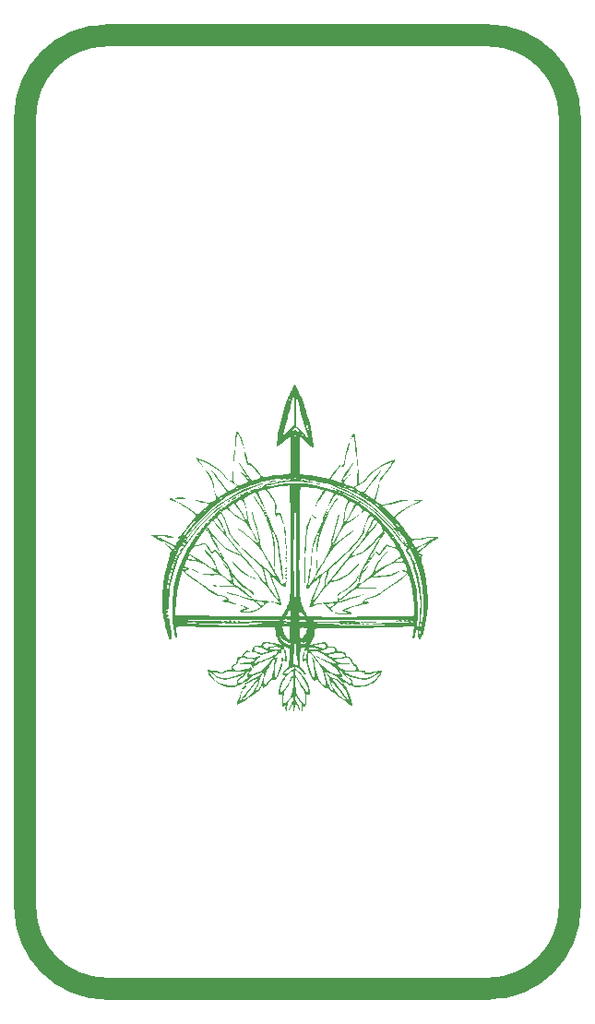
<source format=gbr>
%TF.GenerationSoftware,KiCad,Pcbnew,(6.0.11)*%
%TF.CreationDate,2023-07-13T20:03:18-03:00*%
%TF.ProjectId,Open-Tens,4f70656e-2d54-4656-9e73-2e6b69636164,rev?*%
%TF.SameCoordinates,Original*%
%TF.FileFunction,Legend,Bot*%
%TF.FilePolarity,Positive*%
%FSLAX46Y46*%
G04 Gerber Fmt 4.6, Leading zero omitted, Abs format (unit mm)*
G04 Created by KiCad (PCBNEW (6.0.11)) date 2023-07-13 20:03:18*
%MOMM*%
%LPD*%
G01*
G04 APERTURE LIST*
%ADD10C,2.000000*%
G04 APERTURE END LIST*
D10*
X129800000Y-137200000D02*
G75*
G03*
X137300000Y-144700000I7500000J0D01*
G01*
X137300000Y-57200000D02*
G75*
G03*
X129800000Y-64700000I0J-7500000D01*
G01*
X172300000Y-57200000D02*
X137300000Y-57200000D01*
X172300000Y-144700000D02*
X137300000Y-144700000D01*
X172300000Y-144700000D02*
G75*
G03*
X179800000Y-137200000I0J7500000D01*
G01*
X179800000Y-64700000D02*
X179800000Y-137200000D01*
X129800000Y-137200000D02*
X129800000Y-64700000D01*
X179800000Y-64700000D02*
G75*
G03*
X172300000Y-57200000I-7500000J0D01*
G01*
%TO.C,G\u002A\u002A\u002A*%
G36*
X155046400Y-90187666D02*
G01*
X155157330Y-90446663D01*
X155173105Y-90483494D01*
X155409279Y-91111088D01*
X155453239Y-91244590D01*
X155523402Y-91457666D01*
X155574514Y-91612888D01*
X155637991Y-91805661D01*
X155733418Y-92135000D01*
X155842749Y-92512322D01*
X156007060Y-93176181D01*
X156108382Y-93710463D01*
X156114429Y-93742349D01*
X156148309Y-93969403D01*
X156152682Y-93997666D01*
X156170097Y-94110226D01*
X156178881Y-94167000D01*
X156205533Y-94339256D01*
X156209142Y-94361399D01*
X156232654Y-94505666D01*
X156254599Y-94640316D01*
X156287591Y-94823166D01*
X156298626Y-94985307D01*
X156256121Y-95055999D01*
X156219307Y-95039717D01*
X156073750Y-94932854D01*
X155854572Y-94748236D01*
X155593227Y-94511688D01*
X155586777Y-94505666D01*
X155983905Y-94505666D01*
X156026239Y-94548000D01*
X156068572Y-94505666D01*
X156026239Y-94463333D01*
X155983905Y-94505666D01*
X155586777Y-94505666D01*
X155139646Y-94088199D01*
X155484150Y-94088199D01*
X155495322Y-94150982D01*
X155596240Y-94274849D01*
X155681869Y-94354896D01*
X155709039Y-94361399D01*
X155636739Y-94234350D01*
X155586413Y-94167000D01*
X155899239Y-94167000D01*
X155941572Y-94209333D01*
X155983905Y-94167000D01*
X155941572Y-94124666D01*
X155899239Y-94167000D01*
X155586413Y-94167000D01*
X155551138Y-94119793D01*
X155484150Y-94088199D01*
X155139646Y-94088199D01*
X155010239Y-93967377D01*
X155004363Y-94413944D01*
X154998700Y-94844333D01*
X154992108Y-95345277D01*
X154987317Y-95709377D01*
X154986570Y-95768611D01*
X154985519Y-95851869D01*
X154983319Y-96072000D01*
X154980418Y-96362325D01*
X154980411Y-96363688D01*
X154978047Y-96805079D01*
X154978406Y-97154728D01*
X154981496Y-97385869D01*
X154987317Y-97473101D01*
X155069396Y-97489560D01*
X155276210Y-97513901D01*
X155560572Y-97540094D01*
X155950786Y-97578528D01*
X156416969Y-97638333D01*
X156420079Y-97638732D01*
X156857337Y-97708173D01*
X156932096Y-97723000D01*
X157216955Y-97779496D01*
X157267422Y-97793555D01*
X157453331Y-97845345D01*
X157553638Y-97875678D01*
X157644994Y-97868136D01*
X157747923Y-97802544D01*
X157884741Y-97659404D01*
X158077762Y-97419218D01*
X158349300Y-97062489D01*
X158373337Y-97030861D01*
X158554051Y-96806929D01*
X158692151Y-96659083D01*
X158759397Y-96617935D01*
X158761047Y-96620621D01*
X158724922Y-96712922D01*
X158606796Y-96896033D01*
X158430030Y-97133392D01*
X158318586Y-97274689D01*
X158091871Y-97564033D01*
X157959276Y-97754133D01*
X157916613Y-97872164D01*
X157928492Y-97892333D01*
X157959691Y-97945304D01*
X158030965Y-97977000D01*
X158084321Y-98000728D01*
X158274026Y-98061666D01*
X158286313Y-98065613D01*
X158470224Y-98126424D01*
X158705756Y-98205415D01*
X158779637Y-98231000D01*
X158841405Y-98252390D01*
X158887511Y-98259484D01*
X158947239Y-98192728D01*
X158935881Y-98153985D01*
X158848184Y-98155225D01*
X158788447Y-98173994D01*
X158797711Y-98098447D01*
X158895649Y-97910695D01*
X159086440Y-97602888D01*
X159374265Y-97167174D01*
X159556674Y-96902301D01*
X159740719Y-96650237D01*
X159873268Y-96486435D01*
X159933791Y-96437663D01*
X159918892Y-96492117D01*
X159826004Y-96661195D01*
X159667334Y-96913991D01*
X159461145Y-97220266D01*
X159297819Y-97460519D01*
X159116606Y-97740441D01*
X158992969Y-97948149D01*
X158947239Y-98050788D01*
X158948699Y-98056646D01*
X159020066Y-98030650D01*
X159177424Y-97911009D01*
X159391140Y-97719817D01*
X159484602Y-97631892D01*
X159624633Y-97505122D01*
X159663524Y-97481816D01*
X159597713Y-97567090D01*
X159423639Y-97766063D01*
X159137739Y-98083851D01*
X159055204Y-98196570D01*
X159063315Y-98289047D01*
X159129450Y-98337757D01*
X159189427Y-98381932D01*
X159198825Y-98386222D01*
X159415213Y-98485000D01*
X159454476Y-98502923D01*
X159489161Y-98517460D01*
X159750001Y-98611260D01*
X159929793Y-98630639D01*
X160088816Y-98583227D01*
X160179857Y-98534133D01*
X160246976Y-98458792D01*
X160283224Y-98327127D01*
X160298135Y-98101473D01*
X160301245Y-97744166D01*
X160302993Y-97592770D01*
X160317714Y-97290843D01*
X160344123Y-97081595D01*
X160378239Y-97003333D01*
X160383436Y-97004779D01*
X160416100Y-97101391D01*
X160433976Y-97319512D01*
X160433298Y-97617166D01*
X160432252Y-97648619D01*
X160426914Y-97952293D01*
X160431083Y-98182038D01*
X160443999Y-98290247D01*
X160531291Y-98306891D01*
X160689169Y-98227877D01*
X160875880Y-98084071D01*
X161050173Y-97907303D01*
X161170800Y-97729404D01*
X161237517Y-97619105D01*
X161503655Y-97341315D01*
X161927905Y-97024320D01*
X162184218Y-96859836D01*
X162554654Y-96641232D01*
X162919866Y-96444067D01*
X163252013Y-96281731D01*
X163523252Y-96167613D01*
X163705742Y-96115104D01*
X163771640Y-96137595D01*
X163724624Y-96252511D01*
X163711138Y-96274328D01*
X163587416Y-96474480D01*
X163379560Y-96771860D01*
X163120688Y-97116635D01*
X162830432Y-97480785D01*
X162830090Y-97481203D01*
X162595937Y-97778268D01*
X162439644Y-98023086D01*
X162338684Y-98270941D01*
X162270532Y-98577118D01*
X162212659Y-98996900D01*
X162209523Y-99019957D01*
X162148038Y-99285724D01*
X162052383Y-99563278D01*
X162006615Y-99675234D01*
X161969354Y-99829419D01*
X161973213Y-99836955D01*
X162026115Y-99940252D01*
X162197316Y-100080612D01*
X162271476Y-100134522D01*
X162400993Y-100205290D01*
X162548423Y-100239418D01*
X162742785Y-100235064D01*
X163013099Y-100190385D01*
X163388382Y-100103539D01*
X163897654Y-99972685D01*
X163945081Y-99960342D01*
X164405319Y-99852375D01*
X164720165Y-99805415D01*
X164900841Y-99818597D01*
X164958572Y-99891058D01*
X164940367Y-99932301D01*
X164831724Y-99936107D01*
X164764174Y-99930999D01*
X164550217Y-99955935D01*
X164241343Y-100014917D01*
X163879224Y-100100740D01*
X163657899Y-100157147D01*
X163301093Y-100244840D01*
X163013319Y-100311588D01*
X162841905Y-100346191D01*
X162696667Y-100368451D01*
X162597430Y-100384166D01*
X162606234Y-100402284D01*
X162706957Y-100497261D01*
X162748008Y-100531228D01*
X162885729Y-100645183D01*
X162962696Y-100707775D01*
X163035214Y-100771000D01*
X163219903Y-100932021D01*
X163228542Y-100940333D01*
X163433384Y-101137428D01*
X163568678Y-101279000D01*
X163659932Y-101374489D01*
X164028208Y-101047672D01*
X164145241Y-100953770D01*
X164446238Y-100748954D01*
X164816379Y-100527263D01*
X165200845Y-100322594D01*
X166005205Y-99924333D01*
X165000905Y-99825799D01*
X165657072Y-99811566D01*
X165735378Y-99810320D01*
X166028838Y-99814776D01*
X166233964Y-99832630D01*
X166310335Y-99860833D01*
X166300842Y-99875526D01*
X166182654Y-99955919D01*
X165958014Y-100076864D01*
X165663227Y-100218306D01*
X165293789Y-100396868D01*
X164850513Y-100638204D01*
X164459736Y-100880023D01*
X164141543Y-101107685D01*
X163916021Y-101306550D01*
X163803253Y-101461980D01*
X163823326Y-101559335D01*
X163885708Y-101617433D01*
X163918284Y-101654487D01*
X164041324Y-101794440D01*
X164248535Y-102048703D01*
X164479463Y-102344332D01*
X164706236Y-102645435D01*
X164900978Y-102916121D01*
X165035814Y-103120500D01*
X165061921Y-103163463D01*
X165176516Y-103316991D01*
X165197018Y-103344459D01*
X165346781Y-103421734D01*
X165585110Y-103438000D01*
X165723279Y-103430966D01*
X166060609Y-103382826D01*
X166394727Y-103304100D01*
X166462815Y-103285991D01*
X166755235Y-103236838D01*
X167086833Y-103211943D01*
X167406006Y-103211879D01*
X167661148Y-103237216D01*
X167800656Y-103288527D01*
X167766312Y-103328969D01*
X167759720Y-103336732D01*
X167602948Y-103439624D01*
X167364925Y-103572073D01*
X167297799Y-103608872D01*
X167033479Y-103776095D01*
X166912645Y-103863074D01*
X166741872Y-103986000D01*
X166456578Y-104211208D01*
X166211197Y-104424345D01*
X166046380Y-104590906D01*
X166039328Y-104598033D01*
X165974572Y-104704897D01*
X166008395Y-104750333D01*
X166013076Y-104756621D01*
X166157189Y-104820672D01*
X166246189Y-104848630D01*
X166292278Y-104913706D01*
X166266309Y-104962000D01*
X166217894Y-105052036D01*
X166195830Y-105089000D01*
X166185194Y-105106818D01*
X166151610Y-105217321D01*
X166159253Y-105343000D01*
X166160763Y-105367836D01*
X166206772Y-105554666D01*
X166217480Y-105598150D01*
X166269923Y-105766333D01*
X166326587Y-105948050D01*
X166359522Y-106062666D01*
X166412068Y-106245531D01*
X166436864Y-106359000D01*
X166510870Y-106697666D01*
X166545817Y-106857587D01*
X166574535Y-107036333D01*
X166615343Y-107290333D01*
X166656152Y-107544333D01*
X166656765Y-107548150D01*
X166675571Y-107713666D01*
X166694810Y-107883000D01*
X166737650Y-108260051D01*
X166740177Y-108299277D01*
X166756998Y-108560333D01*
X166781210Y-108936122D01*
X166780302Y-109452443D01*
X166780185Y-109519193D01*
X166760856Y-109790794D01*
X166756273Y-109830333D01*
X166736647Y-109999666D01*
X166706382Y-110260786D01*
X166628514Y-110752416D01*
X166533734Y-111238607D01*
X166428522Y-111692282D01*
X166319362Y-112086364D01*
X166212736Y-112393777D01*
X166115125Y-112587443D01*
X166033012Y-112640285D01*
X165997782Y-112620198D01*
X165953405Y-112507916D01*
X165954712Y-112474456D01*
X165878894Y-112412666D01*
X165865301Y-112410663D01*
X165818244Y-112309227D01*
X165834282Y-112052833D01*
X165849558Y-111945185D01*
X165893053Y-111638685D01*
X165947793Y-111252936D01*
X166005492Y-110846333D01*
X166059443Y-110353202D01*
X166074515Y-109212521D01*
X165948137Y-108020683D01*
X165682356Y-106803319D01*
X165670518Y-106760306D01*
X165547752Y-106333190D01*
X165428192Y-105947349D01*
X165324982Y-105643650D01*
X165251266Y-105462961D01*
X165240869Y-105442206D01*
X165167248Y-105231486D01*
X165163143Y-105076960D01*
X165175896Y-105019035D01*
X165129498Y-105003349D01*
X165103881Y-105005472D01*
X165009081Y-104918941D01*
X164902099Y-104732579D01*
X164869948Y-104662154D01*
X164775196Y-104456015D01*
X164719220Y-104336381D01*
X164713175Y-104308390D01*
X164778255Y-104320211D01*
X164836440Y-104349840D01*
X164869377Y-104317409D01*
X164819790Y-104157492D01*
X164776859Y-104084708D01*
X164708530Y-104108928D01*
X164671384Y-104106473D01*
X164553580Y-103997841D01*
X164378593Y-103783829D01*
X164166195Y-103487108D01*
X164111877Y-103408328D01*
X163604839Y-102751070D01*
X162994499Y-102068816D01*
X162324415Y-101405031D01*
X161638143Y-100803183D01*
X160979239Y-100306738D01*
X160917324Y-100265169D01*
X160609422Y-100070137D01*
X160260030Y-99863135D01*
X159900177Y-99660821D01*
X159560891Y-99479855D01*
X159273200Y-99336894D01*
X159068135Y-99248599D01*
X158976722Y-99231627D01*
X158975228Y-99239164D01*
X159052894Y-99310415D01*
X159242216Y-99429016D01*
X159510062Y-99573716D01*
X160479047Y-100131278D01*
X160555443Y-100187286D01*
X161005179Y-100517000D01*
X161337942Y-100760958D01*
X161467125Y-100855666D01*
X161568556Y-100930028D01*
X162170641Y-101490004D01*
X162549274Y-101842156D01*
X162561193Y-101853241D01*
X162649489Y-101956333D01*
X162948428Y-102305366D01*
X163238730Y-102644315D01*
X163446219Y-102886573D01*
X163895922Y-103548867D01*
X164212892Y-104015680D01*
X164243962Y-104074671D01*
X164292767Y-104167334D01*
X164332269Y-104242333D01*
X164490977Y-104543663D01*
X164689015Y-104919666D01*
X164721847Y-104982002D01*
X164778202Y-105089000D01*
X164850474Y-105226218D01*
X164862986Y-105258333D01*
X164905952Y-105368620D01*
X164928956Y-105427666D01*
X165011419Y-105639333D01*
X165110375Y-105893333D01*
X165348223Y-106503844D01*
X165695399Y-107834214D01*
X165728441Y-108052333D01*
X165756780Y-108239409D01*
X165770244Y-108391000D01*
X165792803Y-108645000D01*
X165806452Y-108798679D01*
X165834658Y-109407000D01*
X165835447Y-109424007D01*
X165839356Y-109745666D01*
X165843281Y-110068631D01*
X165839140Y-110253666D01*
X165838162Y-110297369D01*
X165832509Y-110550000D01*
X165829667Y-110677000D01*
X165829470Y-110685790D01*
X165824447Y-110761666D01*
X165801852Y-111102973D01*
X165793527Y-111228723D01*
X165764344Y-111439000D01*
X165734969Y-111650666D01*
X165678858Y-111928085D01*
X165621429Y-112212643D01*
X165584267Y-112397514D01*
X165534291Y-112515650D01*
X165442283Y-112556264D01*
X165405271Y-112536405D01*
X165355895Y-112437781D01*
X165365871Y-112377988D01*
X165394527Y-112181326D01*
X165430720Y-111916048D01*
X165489223Y-111475034D01*
X163424731Y-111541684D01*
X162961770Y-111554974D01*
X162200187Y-111572059D01*
X161357381Y-111586556D01*
X160484886Y-111597726D01*
X159634235Y-111604830D01*
X158856963Y-111607130D01*
X158559053Y-111607003D01*
X157904542Y-111607278D01*
X157394722Y-111609429D01*
X157011858Y-111614721D01*
X156738215Y-111624419D01*
X156556057Y-111639789D01*
X156550808Y-111640869D01*
X156447651Y-111662095D01*
X156395261Y-111692602D01*
X156381152Y-111732576D01*
X156387590Y-111783281D01*
X156394597Y-111957575D01*
X156380065Y-112031666D01*
X156329281Y-112290583D01*
X156297686Y-112370333D01*
X156262987Y-112457918D01*
X156191600Y-112638110D01*
X156004680Y-112930847D01*
X155775907Y-113202727D01*
X156028073Y-113135223D01*
X156386425Y-113047251D01*
X156857105Y-112958685D01*
X157223560Y-112924353D01*
X157292913Y-112925358D01*
X157460958Y-112972673D01*
X157537996Y-113113696D01*
X157577151Y-113206854D01*
X157587610Y-113231738D01*
X157697004Y-113282204D01*
X157917588Y-113275146D01*
X157937779Y-113273261D01*
X158151363Y-113270217D01*
X158271066Y-113335976D01*
X158364654Y-113505449D01*
X158389256Y-113548981D01*
X158459142Y-113672642D01*
X158590535Y-113750101D01*
X158822345Y-113767333D01*
X159050409Y-113783129D01*
X159175760Y-113855462D01*
X159259989Y-114021333D01*
X159264100Y-114032057D01*
X159353115Y-114172757D01*
X159383139Y-114220214D01*
X159559952Y-114275333D01*
X159662845Y-114288065D01*
X159768107Y-114378115D01*
X159842473Y-114592833D01*
X159849778Y-114621257D01*
X159948871Y-114848304D01*
X160094947Y-114935231D01*
X160230178Y-115007639D01*
X160348947Y-115231565D01*
X160353301Y-115246234D01*
X160369357Y-115285444D01*
X160422927Y-115416271D01*
X160532814Y-115480462D01*
X160746405Y-115478168D01*
X160862856Y-115472487D01*
X161019519Y-115497488D01*
X161063905Y-115584002D01*
X161072374Y-115652203D01*
X161121841Y-115696008D01*
X161243341Y-115699755D01*
X161467740Y-115663592D01*
X161825905Y-115587666D01*
X161969632Y-115556079D01*
X162276749Y-115492488D01*
X162454814Y-115472296D01*
X162530851Y-115501372D01*
X162531881Y-115585584D01*
X162494087Y-115702472D01*
X162484927Y-115730802D01*
X162448092Y-115813593D01*
X162302698Y-116037128D01*
X162101249Y-116280582D01*
X161881573Y-116503976D01*
X161681499Y-116667330D01*
X161538856Y-116730666D01*
X161485574Y-116738114D01*
X161388461Y-116812700D01*
X161297926Y-116883503D01*
X161080471Y-116945166D01*
X160785982Y-116987354D01*
X160462438Y-117007272D01*
X160157818Y-117002121D01*
X159920101Y-116969108D01*
X159797264Y-116905434D01*
X159753924Y-116858420D01*
X159643631Y-116845887D01*
X159577868Y-116853301D01*
X159454465Y-116772067D01*
X159381829Y-116705723D01*
X159233205Y-116646000D01*
X159183966Y-116636097D01*
X159115276Y-116540166D01*
X159103502Y-116477805D01*
X159046367Y-116540833D01*
X159008685Y-116571244D01*
X158902546Y-116525008D01*
X158733446Y-116339658D01*
X158639160Y-116236085D01*
X158300929Y-115977441D01*
X157892126Y-115773672D01*
X157484506Y-115663618D01*
X157379848Y-115653369D01*
X157295715Y-115678108D01*
X157326507Y-115779560D01*
X157347529Y-115827730D01*
X157411147Y-116040711D01*
X157466543Y-116307333D01*
X157479061Y-116368192D01*
X157535896Y-116536412D01*
X157564670Y-116621577D01*
X157694700Y-116897605D01*
X157843332Y-117150921D01*
X157984747Y-117336171D01*
X158093124Y-117408000D01*
X158104070Y-117375936D01*
X158061571Y-117232392D01*
X157962057Y-117012650D01*
X157897309Y-116872140D01*
X157800147Y-116596155D01*
X157778229Y-116474389D01*
X157846572Y-116474389D01*
X157880460Y-116648336D01*
X158014013Y-116945226D01*
X158220152Y-117277538D01*
X158467889Y-117601580D01*
X158726236Y-117873662D01*
X158964201Y-118050092D01*
X159076321Y-118106771D01*
X159223982Y-118161459D01*
X159243732Y-118116844D01*
X159144801Y-117968770D01*
X159099178Y-117909517D01*
X158942157Y-117705082D01*
X158730152Y-117428678D01*
X158495751Y-117122782D01*
X158269584Y-116831340D01*
X158065173Y-116582216D01*
X157935131Y-116448269D01*
X157866563Y-116416620D01*
X157846572Y-116474389D01*
X157778229Y-116474389D01*
X157761905Y-116383698D01*
X157743805Y-116275997D01*
X158025613Y-116275997D01*
X158073976Y-116378001D01*
X158195870Y-116542665D01*
X158216413Y-116567575D01*
X158413409Y-116814173D01*
X158608572Y-117068349D01*
X158786273Y-117304904D01*
X159113981Y-117732211D01*
X159349714Y-118024893D01*
X159433430Y-118116844D01*
X159492135Y-118181324D01*
X159539905Y-118199881D01*
X159510772Y-118044228D01*
X159435091Y-117802974D01*
X159336050Y-117540278D01*
X159236863Y-117317584D01*
X159160744Y-117196333D01*
X159130789Y-117166714D01*
X159000773Y-117014144D01*
X158842532Y-116807627D01*
X158733850Y-116681845D01*
X158532890Y-116504308D01*
X158318475Y-116356089D01*
X158135381Y-116266944D01*
X158028388Y-116266628D01*
X158025613Y-116275997D01*
X157743805Y-116275997D01*
X157731240Y-116201229D01*
X157634905Y-116023095D01*
X157563323Y-115931797D01*
X157508326Y-115784214D01*
X157511140Y-115768509D01*
X157575737Y-115778126D01*
X157698826Y-115896282D01*
X157700517Y-115898266D01*
X157902239Y-116070656D01*
X158120186Y-116172672D01*
X158184468Y-116192903D01*
X158413620Y-116312328D01*
X158646830Y-116484445D01*
X158725630Y-116549331D01*
X158919183Y-116667916D01*
X159043771Y-116681000D01*
X159103045Y-116662964D01*
X159092939Y-116754799D01*
X159077242Y-116834634D01*
X159147041Y-116850503D01*
X159154489Y-116849930D01*
X159224995Y-116930975D01*
X159326863Y-117130665D01*
X159446269Y-117411143D01*
X159569387Y-117734547D01*
X159682393Y-118063020D01*
X159723620Y-118199881D01*
X159771462Y-118358700D01*
X159822769Y-118583728D01*
X159822490Y-118700246D01*
X159737186Y-118706052D01*
X159594473Y-118613396D01*
X159544832Y-118571771D01*
X159326361Y-118412907D01*
X159074239Y-118252715D01*
X158809717Y-118087502D01*
X158496940Y-117853296D01*
X158305280Y-117652447D01*
X158252269Y-117500990D01*
X158254482Y-117488644D01*
X158256348Y-117412858D01*
X158194497Y-117488395D01*
X158186578Y-117499534D01*
X158114055Y-117540072D01*
X158004682Y-117478739D01*
X157825972Y-117298823D01*
X157672740Y-117144299D01*
X157535343Y-117056664D01*
X157443098Y-117083341D01*
X157383177Y-117114541D01*
X157262024Y-117066423D01*
X157076729Y-116891912D01*
X157010044Y-116819004D01*
X156818494Y-116594144D01*
X156681148Y-116411655D01*
X156610477Y-116311825D01*
X156535422Y-116273671D01*
X156450070Y-116363303D01*
X156419953Y-116401328D01*
X156349627Y-116438082D01*
X156263160Y-116369153D01*
X156125852Y-116174314D01*
X156048599Y-116039169D01*
X155904364Y-115708432D01*
X155774732Y-115326702D01*
X155681194Y-114960887D01*
X155645239Y-114677899D01*
X155644073Y-114639447D01*
X155604271Y-114567399D01*
X155474649Y-114614672D01*
X155331885Y-114661940D01*
X155259417Y-114589630D01*
X155248997Y-114498781D01*
X155251409Y-114473336D01*
X155781504Y-114473336D01*
X155799969Y-114759083D01*
X155874110Y-115197345D01*
X155991223Y-115606699D01*
X156136932Y-115940338D01*
X156296862Y-116151453D01*
X156330175Y-116177096D01*
X156383132Y-116191183D01*
X156405587Y-116119697D01*
X156401512Y-115935060D01*
X156374879Y-115609691D01*
X156373467Y-115594331D01*
X156326999Y-115222333D01*
X156263356Y-114871130D01*
X156195875Y-114614858D01*
X156165751Y-114522647D01*
X156125968Y-114345625D01*
X156139986Y-114275333D01*
X156167276Y-114286877D01*
X156249232Y-114416515D01*
X156334681Y-114657210D01*
X156410626Y-114967610D01*
X156464069Y-115306367D01*
X156487092Y-115454123D01*
X156584375Y-115834958D01*
X156715202Y-116180333D01*
X156805923Y-116351767D01*
X156975265Y-116598183D01*
X157142146Y-116769054D01*
X157280436Y-116839966D01*
X157364007Y-116786506D01*
X157366311Y-116780265D01*
X157385056Y-116536412D01*
X157322124Y-116193500D01*
X157192023Y-115790140D01*
X157009260Y-115364942D01*
X156788342Y-114956517D01*
X156543775Y-114603475D01*
X156490358Y-114536367D01*
X156290785Y-114276184D01*
X156100261Y-114016394D01*
X155967342Y-113822761D01*
X155885974Y-113760905D01*
X155825546Y-113855693D01*
X155789673Y-114096843D01*
X155781504Y-114473336D01*
X155251409Y-114473336D01*
X155267238Y-114306322D01*
X155391239Y-114306322D01*
X155391241Y-114307986D01*
X155419342Y-114437654D01*
X155487126Y-114430352D01*
X155571342Y-114306079D01*
X155648741Y-114084833D01*
X155700604Y-113869938D01*
X155723516Y-113738345D01*
X156068572Y-113738345D01*
X156069751Y-113746965D01*
X156136471Y-113869891D01*
X156286073Y-114079316D01*
X156491356Y-114341437D01*
X156725113Y-114622453D01*
X156960142Y-114888561D01*
X157169239Y-115105960D01*
X157347376Y-115266534D01*
X157634296Y-115489915D01*
X157883808Y-115647683D01*
X157888906Y-115650297D01*
X158184447Y-115778946D01*
X158442063Y-115851364D01*
X158624183Y-115860511D01*
X158693239Y-115799348D01*
X158692962Y-115795584D01*
X158631283Y-115684214D01*
X158482586Y-115494242D01*
X158362161Y-115359616D01*
X158584636Y-115359616D01*
X158765937Y-115652968D01*
X158815245Y-115735164D01*
X158845929Y-115799348D01*
X158927649Y-115970288D01*
X158922230Y-116085280D01*
X158799072Y-116081234D01*
X158732839Y-116061485D01*
X158715475Y-116084610D01*
X158820239Y-116198110D01*
X158849673Y-116225934D01*
X159054618Y-116388580D01*
X159296432Y-116548881D01*
X159486146Y-116650838D01*
X159613023Y-116675688D01*
X159699731Y-116615122D01*
X159711746Y-116598956D01*
X159723595Y-116505574D01*
X159632643Y-116379182D01*
X159419317Y-116190118D01*
X159263295Y-116052968D01*
X159135824Y-115920361D01*
X159221321Y-115920361D01*
X159231284Y-115947407D01*
X159341573Y-116044409D01*
X159536551Y-116178216D01*
X159604998Y-116223447D01*
X159806481Y-116399650D01*
X159848762Y-116505574D01*
X159864164Y-116544161D01*
X159860680Y-116621103D01*
X159906849Y-116794166D01*
X160003062Y-116847394D01*
X160225003Y-116883407D01*
X160514427Y-116890904D01*
X160817796Y-116868877D01*
X161081570Y-116816314D01*
X161392576Y-116674849D01*
X161771097Y-116410224D01*
X162140283Y-116065103D01*
X162229841Y-115962695D01*
X162345700Y-115791161D01*
X162360186Y-115702472D01*
X162289319Y-115714740D01*
X162277131Y-115716850D01*
X162100370Y-115854519D01*
X161985320Y-115952073D01*
X161524358Y-116205978D01*
X160992637Y-116316691D01*
X160408456Y-116282261D01*
X159790113Y-116100740D01*
X159785290Y-116098782D01*
X159514141Y-115995702D01*
X159311646Y-115931629D01*
X159221321Y-115920361D01*
X159135824Y-115920361D01*
X159084395Y-115866860D01*
X158995798Y-115734281D01*
X158939143Y-115638465D01*
X159116676Y-115638465D01*
X159116993Y-115640346D01*
X159197488Y-115699358D01*
X159392579Y-115799875D01*
X159662425Y-115921254D01*
X159995449Y-116047955D01*
X160596306Y-116185511D01*
X161138014Y-116175760D01*
X161635405Y-116019441D01*
X161810199Y-115929757D01*
X162006273Y-115802341D01*
X162075700Y-115714740D01*
X162011011Y-115680468D01*
X161804739Y-115713039D01*
X161750192Y-115726699D01*
X161378328Y-115811196D01*
X161141246Y-115843281D01*
X161015899Y-115824120D01*
X160979239Y-115754883D01*
X160961471Y-115700661D01*
X160839134Y-115643772D01*
X160577072Y-115622675D01*
X160383837Y-115618837D01*
X160012702Y-115610551D01*
X159645843Y-115601508D01*
X159394705Y-115601065D01*
X159193760Y-115614166D01*
X159116676Y-115638465D01*
X158939143Y-115638465D01*
X158927180Y-115618232D01*
X158766883Y-115473432D01*
X158584636Y-115359616D01*
X158362161Y-115359616D01*
X158277120Y-115264546D01*
X158175992Y-115161341D01*
X157942804Y-114969342D01*
X158225007Y-114969342D01*
X158243066Y-115038687D01*
X158354053Y-115163863D01*
X158472431Y-115246116D01*
X158523905Y-115230155D01*
X158514651Y-115189063D01*
X158430792Y-115071520D01*
X158312462Y-114979273D01*
X158225007Y-114969342D01*
X157942804Y-114969342D01*
X157825525Y-114872778D01*
X157487923Y-114714404D01*
X157369799Y-114674101D01*
X157043423Y-114528664D01*
X156739875Y-114355486D01*
X156671131Y-114308944D01*
X156488963Y-114169215D01*
X156449020Y-114109280D01*
X156546911Y-114139084D01*
X156778245Y-114268574D01*
X156779567Y-114269387D01*
X156981415Y-114375084D01*
X157267399Y-114503202D01*
X157589941Y-114635067D01*
X157901466Y-114752001D01*
X158154395Y-114835329D01*
X158301153Y-114866375D01*
X158330308Y-114855727D01*
X158295840Y-114779382D01*
X158157175Y-114647013D01*
X157954178Y-114488927D01*
X158227414Y-114488927D01*
X158263732Y-114564227D01*
X158360409Y-114635314D01*
X158597999Y-114730761D01*
X158894994Y-114805851D01*
X159186898Y-114845383D01*
X159409212Y-114834159D01*
X159552526Y-114822419D01*
X159674301Y-114879966D01*
X159681205Y-114896182D01*
X159633683Y-114937791D01*
X159455834Y-114949758D01*
X159129156Y-114933914D01*
X159064981Y-114929534D01*
X158749971Y-114918938D01*
X158576819Y-114939449D01*
X158523905Y-114993182D01*
X158524719Y-115008947D01*
X158617757Y-115173635D01*
X158698556Y-115230155D01*
X158840770Y-115329636D01*
X159158905Y-115451779D01*
X159276086Y-115480741D01*
X159639379Y-115529662D01*
X159938874Y-115510035D01*
X160142263Y-115426936D01*
X160217239Y-115285444D01*
X160202168Y-115192647D01*
X160132572Y-115122000D01*
X160053458Y-115099864D01*
X159895560Y-114968720D01*
X159764153Y-114774568D01*
X159709239Y-114581276D01*
X159703173Y-114502781D01*
X159629437Y-114392443D01*
X159434072Y-114337413D01*
X159198068Y-114329763D01*
X159016305Y-114370137D01*
X158982369Y-114384430D01*
X158778628Y-114427379D01*
X158519105Y-114444666D01*
X158518722Y-114444666D01*
X158302917Y-114453518D01*
X158227414Y-114488927D01*
X157954178Y-114488927D01*
X157941979Y-114479427D01*
X157677919Y-114297431D01*
X157392660Y-114121832D01*
X157329984Y-114088471D01*
X157666124Y-114088471D01*
X157761874Y-114166307D01*
X157848363Y-114211740D01*
X158120291Y-114286184D01*
X158453505Y-114325918D01*
X158775930Y-114324632D01*
X159015489Y-114276021D01*
X159044369Y-114263147D01*
X159156842Y-114172757D01*
X159129231Y-114046960D01*
X159111867Y-114022198D01*
X158937845Y-113923307D01*
X158655650Y-113875171D01*
X158311139Y-113881686D01*
X157950170Y-113946750D01*
X157819544Y-113982977D01*
X157677799Y-114036162D01*
X157666124Y-114088471D01*
X157329984Y-114088471D01*
X157113867Y-113973438D01*
X156954737Y-113900531D01*
X156612137Y-113768279D01*
X156330200Y-113692656D01*
X156138990Y-113680424D01*
X156068572Y-113738345D01*
X155723516Y-113738345D01*
X155734550Y-113674976D01*
X155732302Y-113656503D01*
X156915899Y-113656503D01*
X156931450Y-113674976D01*
X156981862Y-113734861D01*
X157144446Y-113830833D01*
X157356702Y-113906945D01*
X157655744Y-113917164D01*
X158003889Y-113806592D01*
X158054041Y-113783758D01*
X158219060Y-113669693D01*
X158236723Y-113548981D01*
X158211492Y-113478980D01*
X158185239Y-113381898D01*
X158184690Y-113378731D01*
X158101492Y-113363924D01*
X157914575Y-113385233D01*
X157678242Y-113432050D01*
X157446793Y-113493770D01*
X157375012Y-113521278D01*
X157274531Y-113559784D01*
X157102426Y-113626867D01*
X156984809Y-113631003D01*
X156966143Y-113621978D01*
X156915899Y-113656503D01*
X155732302Y-113656503D01*
X155722514Y-113576079D01*
X155665696Y-113534263D01*
X155631622Y-113549352D01*
X155555997Y-113675140D01*
X155477595Y-113880167D01*
X155416110Y-114109029D01*
X155391239Y-114306322D01*
X155267238Y-114306322D01*
X155270611Y-114270731D01*
X155325114Y-113986990D01*
X155399722Y-113710100D01*
X155481647Y-113502604D01*
X155493770Y-113479403D01*
X155519574Y-113393538D01*
X155830698Y-113393538D01*
X155853424Y-113507700D01*
X155883406Y-113532107D01*
X156036240Y-113573691D01*
X156258032Y-113594300D01*
X156489657Y-113593034D01*
X156671989Y-113568993D01*
X156745905Y-113521278D01*
X156731110Y-113500342D01*
X156602237Y-113448286D01*
X156389460Y-113399584D01*
X156152311Y-113364076D01*
X155950316Y-113351604D01*
X155843007Y-113372009D01*
X155830698Y-113393538D01*
X155519574Y-113393538D01*
X155525009Y-113375454D01*
X155450380Y-113352050D01*
X155243072Y-113397364D01*
X155216352Y-113404940D01*
X155139432Y-113442513D01*
X155091329Y-113519795D01*
X155065308Y-113669191D01*
X155061182Y-113767333D01*
X155054634Y-113923104D01*
X155052572Y-114313937D01*
X155052572Y-115179458D01*
X155348905Y-115449115D01*
X155480086Y-115574987D01*
X155618863Y-115751382D01*
X155615142Y-115852026D01*
X155470909Y-115884000D01*
X155373020Y-115865970D01*
X155352203Y-115793998D01*
X155361702Y-115726563D01*
X155279156Y-115570003D01*
X155101356Y-115394354D01*
X154862272Y-115238157D01*
X154729731Y-115184055D01*
X154627976Y-115192056D01*
X154630169Y-115277523D01*
X154730842Y-115411672D01*
X154924524Y-115565721D01*
X154991446Y-115611575D01*
X155154932Y-115750983D01*
X155220857Y-115853774D01*
X155232596Y-115899343D01*
X155339638Y-115995728D01*
X155370517Y-116013169D01*
X155499917Y-116165871D01*
X155641169Y-116422871D01*
X155773525Y-116736653D01*
X155876239Y-117059701D01*
X155928563Y-117344500D01*
X155930817Y-117377771D01*
X155944468Y-117579322D01*
X155932314Y-117709370D01*
X155871787Y-117729400D01*
X155745506Y-117670349D01*
X155741556Y-117668256D01*
X155667757Y-117647856D01*
X155625889Y-117704381D01*
X155607191Y-117868603D01*
X155603847Y-118104735D01*
X155602905Y-118171293D01*
X155590352Y-118526230D01*
X155549265Y-118764221D01*
X155481230Y-118843753D01*
X155387932Y-118760214D01*
X155357873Y-118723807D01*
X155320094Y-118760491D01*
X155307869Y-118953166D01*
X155306360Y-119010328D01*
X155279028Y-119195845D01*
X155228558Y-119270666D01*
X155205741Y-119252334D01*
X155174116Y-119114945D01*
X155170788Y-118887221D01*
X155171521Y-118872286D01*
X155154139Y-118573057D01*
X155073280Y-118406052D01*
X155036120Y-118368532D01*
X154908897Y-118195146D01*
X154771713Y-117963997D01*
X154587897Y-117619666D01*
X154560280Y-117902753D01*
X154570651Y-118123351D01*
X154662388Y-118329185D01*
X154664429Y-118331458D01*
X154787023Y-118514296D01*
X154913577Y-118768258D01*
X155012387Y-119022066D01*
X155051745Y-119204447D01*
X155022231Y-119198305D01*
X154938704Y-119070770D01*
X154820226Y-118847333D01*
X154589535Y-118381666D01*
X154562629Y-118826166D01*
X154547553Y-118998074D01*
X154514013Y-119194279D01*
X154476037Y-119270666D01*
X154459431Y-119252797D01*
X154440419Y-119116383D01*
X154446654Y-118889666D01*
X154452078Y-118774267D01*
X154438714Y-118583868D01*
X154397355Y-118508666D01*
X154339307Y-118543107D01*
X154240779Y-118686787D01*
X154156779Y-118880915D01*
X154121239Y-119057987D01*
X154115454Y-119105675D01*
X154041866Y-119225061D01*
X153986600Y-119219386D01*
X153989904Y-119107126D01*
X154045176Y-118926444D01*
X154139160Y-118719859D01*
X154258598Y-118529892D01*
X154286003Y-118492979D01*
X154422227Y-118227322D01*
X154440599Y-117936191D01*
X154411188Y-117619666D01*
X154306854Y-117862464D01*
X154195713Y-118076600D01*
X154034879Y-118318382D01*
X153925782Y-118522510D01*
X153867239Y-118906081D01*
X153865509Y-118997243D01*
X153837578Y-119189891D01*
X153777573Y-119225243D01*
X153727605Y-119157534D01*
X153702278Y-118987413D01*
X153703387Y-118973083D01*
X153708028Y-118767906D01*
X153669954Y-118704388D01*
X153575908Y-118758514D01*
X153505712Y-118799170D01*
X153445690Y-118749031D01*
X153397250Y-118557739D01*
X153367764Y-118260591D01*
X153375837Y-117953797D01*
X153377462Y-117939772D01*
X153388581Y-117750040D01*
X153344009Y-117683920D01*
X153218175Y-117700297D01*
X153157730Y-117714084D01*
X153071965Y-117706520D01*
X153049969Y-117610973D01*
X153069864Y-117421508D01*
X153246066Y-117421508D01*
X153282760Y-117492666D01*
X153371032Y-117432176D01*
X153521819Y-117263182D01*
X153704638Y-117024155D01*
X153891520Y-116753729D01*
X154054497Y-116490534D01*
X154165601Y-116273204D01*
X154201604Y-116192343D01*
X154290053Y-116036999D01*
X154347557Y-115997429D01*
X154353566Y-116009228D01*
X154330951Y-116135522D01*
X154244446Y-116348641D01*
X154116502Y-116603091D01*
X153969573Y-116853377D01*
X153826111Y-117054006D01*
X153733201Y-117173165D01*
X153615317Y-117383239D01*
X153542617Y-117639895D01*
X153493634Y-118004501D01*
X153492906Y-118011777D01*
X153480227Y-118328157D01*
X153524511Y-118489951D01*
X153631380Y-118503844D01*
X153806457Y-118376521D01*
X153810634Y-118372642D01*
X154006646Y-118167923D01*
X154153098Y-117949690D01*
X154259477Y-117686781D01*
X154335270Y-117348034D01*
X154389964Y-116902290D01*
X154433046Y-116318387D01*
X154434794Y-116289325D01*
X154581834Y-116289325D01*
X154589223Y-116543827D01*
X154613061Y-116772120D01*
X154664469Y-117197040D01*
X154715553Y-117502198D01*
X154772796Y-117722063D01*
X154842682Y-117891103D01*
X154855997Y-117916137D01*
X155012463Y-118142022D01*
X155210382Y-118359492D01*
X155221096Y-118369479D01*
X155378743Y-118503148D01*
X155462853Y-118525457D01*
X155513510Y-118448124D01*
X155524889Y-118414812D01*
X155551984Y-118104735D01*
X155486697Y-117723305D01*
X155342410Y-117322929D01*
X155132505Y-116956013D01*
X154978680Y-116725075D01*
X154830907Y-116465864D01*
X154752205Y-116279072D01*
X154726112Y-116191647D01*
X154663303Y-116092077D01*
X154610869Y-116131688D01*
X154581834Y-116289325D01*
X154434794Y-116289325D01*
X154443253Y-116148660D01*
X154456095Y-115896124D01*
X154604690Y-115896124D01*
X154638938Y-115968666D01*
X154704596Y-116031318D01*
X154823400Y-116206783D01*
X154966928Y-116455500D01*
X155096982Y-116679371D01*
X155316129Y-117012374D01*
X155520967Y-117281000D01*
X155812053Y-117619666D01*
X155813313Y-117377771D01*
X155768907Y-117123662D01*
X155637535Y-116776654D01*
X155445280Y-116401541D01*
X155218526Y-116049408D01*
X154983657Y-115771344D01*
X154650460Y-115447023D01*
X154625953Y-115614001D01*
X154612180Y-115707844D01*
X154610429Y-115720277D01*
X154604690Y-115896124D01*
X154456095Y-115896124D01*
X154460190Y-115815589D01*
X154460531Y-115614001D01*
X154440585Y-115516875D01*
X154396661Y-115497192D01*
X154325068Y-115527934D01*
X154278585Y-115555858D01*
X154037123Y-115761211D01*
X153776785Y-116059924D01*
X153541374Y-116403083D01*
X153499907Y-116479249D01*
X153398158Y-116721593D01*
X153314667Y-116990039D01*
X153260335Y-117238655D01*
X153246066Y-117421508D01*
X153069864Y-117421508D01*
X153073398Y-117387857D01*
X153132432Y-117104327D01*
X153260287Y-116720335D01*
X153422213Y-116368320D01*
X153590551Y-116116291D01*
X153658896Y-116035935D01*
X153672368Y-115960451D01*
X153544984Y-115912823D01*
X153409331Y-115859941D01*
X153377335Y-115778430D01*
X153412783Y-115727788D01*
X153613239Y-115727788D01*
X153616274Y-115753153D01*
X153698039Y-115797048D01*
X153874086Y-115733086D01*
X154121239Y-115568532D01*
X154332699Y-115394759D01*
X154489031Y-115235245D01*
X154519248Y-115152007D01*
X154421168Y-115154696D01*
X154192607Y-115252966D01*
X154160255Y-115269620D01*
X153879722Y-115438878D01*
X153685701Y-115601176D01*
X153613239Y-115727788D01*
X153412783Y-115727788D01*
X153468957Y-115647536D01*
X153691683Y-115443302D01*
X154024126Y-115158742D01*
X154034843Y-114829594D01*
X154395455Y-114829594D01*
X154395942Y-114916925D01*
X154473061Y-114947516D01*
X154647328Y-114996480D01*
X154768484Y-115021452D01*
X154847301Y-114992658D01*
X154837287Y-114855195D01*
X154815404Y-114731551D01*
X154765445Y-114375317D01*
X154714935Y-113936417D01*
X154694167Y-113723298D01*
X154816661Y-113723298D01*
X154826794Y-113823777D01*
X154852261Y-113837023D01*
X154883239Y-113767333D01*
X154877129Y-113722511D01*
X154826794Y-113710888D01*
X154816661Y-113723298D01*
X154694167Y-113723298D01*
X154669813Y-113473379D01*
X154649779Y-113219251D01*
X156273420Y-113219251D01*
X156367329Y-113266019D01*
X156630335Y-113310274D01*
X156682777Y-113317673D01*
X156905161Y-113369216D01*
X157037089Y-113431983D01*
X157100118Y-113477215D01*
X157258059Y-113484745D01*
X157380477Y-113382456D01*
X157407336Y-113206854D01*
X157364929Y-113127771D01*
X157211648Y-113066230D01*
X156934495Y-113067512D01*
X156516202Y-113130130D01*
X156348382Y-113169619D01*
X156273420Y-113219251D01*
X154649779Y-113219251D01*
X154636020Y-113044730D01*
X154630870Y-112940107D01*
X155092856Y-112940107D01*
X155154398Y-113017729D01*
X155206643Y-113048017D01*
X155306572Y-113086010D01*
X155410259Y-113031654D01*
X155581702Y-112878931D01*
X155772239Y-112666741D01*
X155941572Y-112457918D01*
X155772239Y-112583298D01*
X155644283Y-112687949D01*
X155454739Y-112869960D01*
X155375534Y-112952662D01*
X155317428Y-112978856D01*
X155306572Y-112880921D01*
X155306180Y-112854356D01*
X155277714Y-112777751D01*
X155175565Y-112839326D01*
X155092856Y-112940107D01*
X154630870Y-112940107D01*
X154619494Y-112709000D01*
X154612898Y-112610635D01*
X154594969Y-112625097D01*
X154568686Y-112786611D01*
X154567767Y-112792259D01*
X154538937Y-113047666D01*
X154532698Y-113102943D01*
X154491163Y-113547974D01*
X154465956Y-113844394D01*
X154438353Y-114190666D01*
X154432470Y-114264467D01*
X154408300Y-114602488D01*
X154395455Y-114829594D01*
X154034843Y-114829594D01*
X154051516Y-114317515D01*
X154057080Y-114146631D01*
X154223995Y-114146631D01*
X154234128Y-114247111D01*
X154259594Y-114260356D01*
X154290572Y-114190666D01*
X154284462Y-114145844D01*
X154234128Y-114134222D01*
X154223995Y-114146631D01*
X154057080Y-114146631D01*
X154078905Y-113476287D01*
X153839656Y-113360115D01*
X153782011Y-113333869D01*
X153604314Y-113286637D01*
X153537375Y-113330617D01*
X153582938Y-113420097D01*
X153601901Y-113457338D01*
X153641109Y-113523923D01*
X153713163Y-113731485D01*
X153775987Y-114000983D01*
X153819603Y-114276422D01*
X153834031Y-114501808D01*
X153809295Y-114621144D01*
X153753873Y-114645908D01*
X153612531Y-114610474D01*
X153532601Y-114532496D01*
X153599027Y-114456538D01*
X153632181Y-114426495D01*
X153675367Y-114286372D01*
X153654822Y-114038154D01*
X153569660Y-113657812D01*
X153567595Y-113649981D01*
X153490926Y-113482637D01*
X153409787Y-113465617D01*
X153348056Y-113582931D01*
X153329607Y-113818587D01*
X153331572Y-113904525D01*
X153323916Y-114005612D01*
X153302552Y-113957833D01*
X153284744Y-113877967D01*
X153240958Y-113785783D01*
X153160129Y-113815270D01*
X153003254Y-113967715D01*
X152742576Y-114276086D01*
X152733105Y-114287290D01*
X152491398Y-114698666D01*
X152394766Y-114865113D01*
X152241686Y-115070522D01*
X152189949Y-115131820D01*
X151965636Y-115508103D01*
X151851611Y-115833619D01*
X151809284Y-115954455D01*
X151750572Y-116391077D01*
X151755840Y-116544379D01*
X151783923Y-116739165D01*
X151828124Y-116815333D01*
X151869767Y-116793884D01*
X151997935Y-116672545D01*
X152164580Y-116482328D01*
X152332084Y-116267315D01*
X152462829Y-116071585D01*
X152504198Y-115944585D01*
X152556164Y-115699647D01*
X152605620Y-115394251D01*
X152610869Y-115357243D01*
X152685802Y-114921657D01*
X152769299Y-114579366D01*
X152854005Y-114355536D01*
X152932568Y-114275333D01*
X152947283Y-114291365D01*
X152937986Y-114418109D01*
X152878633Y-114629827D01*
X152827053Y-114811287D01*
X152767423Y-115120147D01*
X152726720Y-115448818D01*
X152708813Y-115750898D01*
X152717573Y-115979983D01*
X152756870Y-116089670D01*
X152776314Y-116092162D01*
X152863963Y-116009164D01*
X152976032Y-115821756D01*
X153091768Y-115573009D01*
X153190414Y-115305994D01*
X153251218Y-115063780D01*
X153255749Y-115037836D01*
X153309190Y-114857258D01*
X153371930Y-114783333D01*
X153384440Y-114785860D01*
X153412256Y-114879228D01*
X153381241Y-115078631D01*
X153304168Y-115344954D01*
X153193808Y-115639081D01*
X153062931Y-115921897D01*
X152924310Y-116154284D01*
X152895157Y-116194054D01*
X152739538Y-116356674D01*
X152634628Y-116374381D01*
X152592798Y-116243833D01*
X152586950Y-116188468D01*
X152545156Y-116177873D01*
X152444631Y-116306573D01*
X152321148Y-116476617D01*
X152114050Y-116726687D01*
X151913060Y-116936021D01*
X151749654Y-117072778D01*
X151655306Y-117105115D01*
X151634802Y-117087569D01*
X151627188Y-116978816D01*
X151638575Y-116951026D01*
X151586236Y-116900000D01*
X151561926Y-116902804D01*
X151496572Y-116974620D01*
X151484422Y-117022608D01*
X151361496Y-117192307D01*
X151123448Y-117423138D01*
X150791701Y-117696935D01*
X150387677Y-117995529D01*
X149932800Y-118300755D01*
X149753675Y-118413875D01*
X149467773Y-118583093D01*
X149296125Y-118661630D01*
X149223255Y-118655458D01*
X149233688Y-118570549D01*
X149234459Y-118568529D01*
X149282780Y-118434020D01*
X149367401Y-118191923D01*
X149470499Y-117893215D01*
X149479715Y-117866564D01*
X149583669Y-117591864D01*
X149673301Y-117397239D01*
X149730098Y-117323333D01*
X149741754Y-117372139D01*
X149709316Y-117541050D01*
X149633905Y-117789000D01*
X149570960Y-117996504D01*
X149535900Y-118182853D01*
X149553799Y-118254666D01*
X149569546Y-118253396D01*
X149633905Y-118189614D01*
X149665846Y-118122421D01*
X149691497Y-118085333D01*
X149803239Y-118085333D01*
X149803713Y-118099681D01*
X149845259Y-118159247D01*
X149969678Y-118119632D01*
X150199203Y-117974619D01*
X150475438Y-117742304D01*
X150545322Y-117662000D01*
X150680241Y-117662000D01*
X150754771Y-117615260D01*
X150905457Y-117476917D01*
X151088048Y-117288286D01*
X151262010Y-117091450D01*
X151386808Y-116928486D01*
X151437940Y-116831038D01*
X151525168Y-116601297D01*
X151608516Y-116324027D01*
X151674521Y-116050908D01*
X151709719Y-115833619D01*
X151700647Y-115723839D01*
X151645136Y-115722251D01*
X151546442Y-115830935D01*
X151439046Y-116024679D01*
X151346071Y-116260070D01*
X151297868Y-116463222D01*
X151290638Y-116493693D01*
X151202680Y-116831246D01*
X150944310Y-117277774D01*
X150819844Y-117444655D01*
X150710762Y-117601455D01*
X150680241Y-117662000D01*
X150545322Y-117662000D01*
X150788124Y-117382995D01*
X151040132Y-116990947D01*
X151188459Y-116624833D01*
X151209878Y-116463222D01*
X151180685Y-116396158D01*
X151112003Y-116457020D01*
X150964158Y-116628833D01*
X150760381Y-116884562D01*
X150522905Y-117197130D01*
X150294312Y-117498354D01*
X150089184Y-117756593D01*
X149939270Y-117931921D01*
X149866739Y-117997305D01*
X149852356Y-118000271D01*
X149803239Y-118085333D01*
X149691497Y-118085333D01*
X149781083Y-117955806D01*
X149951405Y-117738460D01*
X150083069Y-117576168D01*
X150287127Y-117317270D01*
X150438239Y-117116797D01*
X150515059Y-117010797D01*
X150639931Y-116846802D01*
X150778893Y-116680899D01*
X150982164Y-116451679D01*
X151083538Y-116320244D01*
X151101608Y-116231329D01*
X151008380Y-116231905D01*
X150821040Y-116320238D01*
X150556775Y-116494593D01*
X150491656Y-116541466D01*
X150203781Y-116724799D01*
X150030501Y-116785467D01*
X149972572Y-116723175D01*
X149976155Y-116701722D01*
X150063151Y-116646000D01*
X150123132Y-116627822D01*
X150297962Y-116535750D01*
X150522905Y-116392000D01*
X150665546Y-116299397D01*
X150876344Y-116183352D01*
X151008385Y-116138000D01*
X151060764Y-116122351D01*
X151220787Y-116015795D01*
X151411905Y-115841666D01*
X151510949Y-115736975D01*
X151630748Y-115599403D01*
X151661348Y-115545687D01*
X151610326Y-115563969D01*
X151442834Y-115640870D01*
X151207056Y-115757354D01*
X151036587Y-115840297D01*
X150820942Y-115933697D01*
X150699056Y-115970997D01*
X150670547Y-115980298D01*
X150546710Y-116084090D01*
X150395905Y-116265417D01*
X150338885Y-116338102D01*
X150188517Y-116480814D01*
X150078405Y-116519744D01*
X150033674Y-116510896D01*
X149972572Y-116557424D01*
X149967847Y-116572219D01*
X149864387Y-116650683D01*
X149668054Y-116733367D01*
X149648929Y-116739751D01*
X149383291Y-116839348D01*
X149161398Y-116938738D01*
X148904350Y-117020519D01*
X148499866Y-117022213D01*
X148054182Y-116916021D01*
X147604295Y-116715535D01*
X147187203Y-116434343D01*
X146839905Y-116086035D01*
X146830876Y-116074582D01*
X146674025Y-115833180D01*
X146591752Y-115629105D01*
X146720860Y-115629105D01*
X146747915Y-115720129D01*
X146879222Y-115922401D01*
X147113758Y-116229952D01*
X147168318Y-116285948D01*
X147352345Y-116434261D01*
X147587797Y-116595304D01*
X147793262Y-116702055D01*
X148127950Y-116815747D01*
X148477967Y-116883232D01*
X148800313Y-116900000D01*
X149051988Y-116861541D01*
X149189991Y-116763346D01*
X149230678Y-116655320D01*
X149234864Y-116568159D01*
X149341791Y-116568159D01*
X149362597Y-116595981D01*
X149484142Y-116640334D01*
X149680552Y-116571280D01*
X149971519Y-116383029D01*
X150134649Y-116256105D01*
X150247712Y-116128085D01*
X150225994Y-116052975D01*
X150182583Y-116006577D01*
X150194038Y-115889271D01*
X150305916Y-115680945D01*
X150354919Y-115595814D01*
X150420002Y-115438418D01*
X150403873Y-115376000D01*
X150366030Y-115392110D01*
X150245183Y-115512178D01*
X150177669Y-115605854D01*
X150101870Y-115711026D01*
X150040117Y-115802713D01*
X150026496Y-115819394D01*
X149870755Y-116010127D01*
X149726410Y-116133805D01*
X149698375Y-116149288D01*
X149489986Y-116298726D01*
X149358999Y-116452042D01*
X149341791Y-116568159D01*
X149234864Y-116568159D01*
X149237759Y-116507882D01*
X149250175Y-116451875D01*
X149360187Y-116309344D01*
X149549437Y-116137842D01*
X149679436Y-116028732D01*
X149816589Y-115891364D01*
X149851523Y-115819394D01*
X149809660Y-115810921D01*
X149690236Y-115872383D01*
X149510098Y-115979014D01*
X149200295Y-116102798D01*
X148837089Y-116212162D01*
X148481506Y-116289030D01*
X148194572Y-116315332D01*
X147909659Y-116291701D01*
X147452517Y-116150083D01*
X147051572Y-115866717D01*
X146983591Y-115804672D01*
X146847939Y-115694853D01*
X147020341Y-115694853D01*
X147098566Y-115797018D01*
X147328497Y-115947585D01*
X147386555Y-115978996D01*
X147898185Y-116156391D01*
X148446769Y-116172728D01*
X149041239Y-116028429D01*
X149047410Y-116026194D01*
X149402307Y-115890723D01*
X149696964Y-115765450D01*
X149898131Y-115665465D01*
X149972557Y-115605854D01*
X149914411Y-115599140D01*
X149717939Y-115591622D01*
X149415483Y-115585340D01*
X149041223Y-115581199D01*
X148845915Y-115580523D01*
X148486398Y-115586261D01*
X148260563Y-115604787D01*
X148143402Y-115639079D01*
X148109905Y-115692116D01*
X148100631Y-115743641D01*
X148048447Y-115775097D01*
X147922512Y-115774193D01*
X147692164Y-115740148D01*
X147326739Y-115672182D01*
X147319232Y-115670753D01*
X147093878Y-115649847D01*
X147020341Y-115694853D01*
X146847939Y-115694853D01*
X146799078Y-115655297D01*
X146720860Y-115629105D01*
X146591752Y-115629105D01*
X146587181Y-115617767D01*
X146573316Y-115458899D01*
X146635400Y-115387133D01*
X146776405Y-115433024D01*
X146887212Y-115476809D01*
X147093905Y-115511247D01*
X147115996Y-115512758D01*
X147353787Y-115548672D01*
X147622736Y-115611641D01*
X147761910Y-115646363D01*
X147921972Y-115653919D01*
X148003736Y-115587052D01*
X148022591Y-115564430D01*
X148175523Y-115489624D01*
X148406239Y-115445803D01*
X148408154Y-115445647D01*
X148629037Y-115412948D01*
X148732908Y-115338562D01*
X148770167Y-115191535D01*
X148872009Y-115191535D01*
X148918010Y-115341427D01*
X149080072Y-115459335D01*
X149140535Y-115478026D01*
X149441538Y-115505643D01*
X149779500Y-115467882D01*
X150063281Y-115372766D01*
X150165140Y-115331099D01*
X150226572Y-115343810D01*
X150268162Y-115345485D01*
X150385444Y-115258467D01*
X150469199Y-115186544D01*
X150546884Y-115162573D01*
X150599152Y-115257589D01*
X150609561Y-115363352D01*
X150578445Y-115438418D01*
X150537825Y-115536410D01*
X150466025Y-115625986D01*
X150361454Y-115778166D01*
X150341497Y-115834081D01*
X150395884Y-115873146D01*
X150572282Y-115848252D01*
X150887820Y-115758768D01*
X151067596Y-115691810D01*
X151334403Y-115564342D01*
X151581521Y-115420865D01*
X151763442Y-115288503D01*
X151834660Y-115194381D01*
X151883868Y-115115892D01*
X152021416Y-114950302D01*
X152216239Y-114736413D01*
X152402354Y-114532071D01*
X152543322Y-114362295D01*
X152597239Y-114276086D01*
X152594906Y-114272059D01*
X152503284Y-114291894D01*
X152304992Y-114373192D01*
X152036712Y-114501221D01*
X152003327Y-114517935D01*
X151720792Y-114652280D01*
X151496111Y-114747295D01*
X151375344Y-114783333D01*
X151247470Y-114836245D01*
X151080236Y-114964319D01*
X150995040Y-115038665D01*
X150883372Y-115090386D01*
X150802284Y-115027819D01*
X150798845Y-115023007D01*
X150745103Y-114964645D01*
X150765221Y-115055788D01*
X150777926Y-115139904D01*
X150733357Y-115249751D01*
X150665071Y-115224178D01*
X150600463Y-115081485D01*
X150578802Y-115005193D01*
X150519000Y-114915494D01*
X150394227Y-114891872D01*
X150153481Y-114915373D01*
X150048778Y-114925210D01*
X149763631Y-114921253D01*
X149549239Y-114877575D01*
X149506590Y-114859489D01*
X149421481Y-114813573D01*
X149472543Y-114796924D01*
X149676239Y-114799412D01*
X150016423Y-114791081D01*
X150373962Y-114743411D01*
X150659571Y-114664766D01*
X150824732Y-114565048D01*
X150864926Y-114498305D01*
X150814492Y-114455285D01*
X150623451Y-114444666D01*
X150616352Y-114444646D01*
X150349319Y-114422421D01*
X150126251Y-114370890D01*
X149918774Y-114331327D01*
X149661431Y-114337233D01*
X149514535Y-114371636D01*
X149393364Y-114472543D01*
X149319923Y-114686176D01*
X149304629Y-114745691D01*
X149209540Y-114945649D01*
X149059564Y-115022055D01*
X148944682Y-115065366D01*
X148872009Y-115191535D01*
X148770167Y-115191535D01*
X148771696Y-115185500D01*
X148823717Y-115017008D01*
X148957199Y-114952666D01*
X149099355Y-114927353D01*
X149184469Y-114820504D01*
X149242627Y-114588297D01*
X149286601Y-114402178D01*
X149377845Y-114235766D01*
X149501981Y-114219394D01*
X149596634Y-114234533D01*
X149733288Y-114150292D01*
X149866647Y-113915500D01*
X149881176Y-113883946D01*
X150011402Y-113725276D01*
X150224757Y-113682666D01*
X150229284Y-113682678D01*
X150406915Y-113704863D01*
X150480572Y-113756750D01*
X150422992Y-113806463D01*
X150259276Y-113830833D01*
X150157761Y-113842570D01*
X149967701Y-113947027D01*
X149889202Y-114123903D01*
X149954653Y-114187041D01*
X150136484Y-114251739D01*
X150379325Y-114302520D01*
X150627396Y-114327905D01*
X150824914Y-114316420D01*
X151010921Y-114282842D01*
X151125863Y-114276147D01*
X151158506Y-114270222D01*
X151249669Y-114179183D01*
X151290979Y-114133350D01*
X151381027Y-114131566D01*
X151382415Y-114200812D01*
X151279797Y-114312732D01*
X151249177Y-114334797D01*
X151006847Y-114514989D01*
X150877512Y-114630577D01*
X150836263Y-114709043D01*
X150858193Y-114777866D01*
X150911558Y-114832908D01*
X151015062Y-114790710D01*
X151069425Y-114750559D01*
X151248130Y-114698666D01*
X151273104Y-114695741D01*
X151444328Y-114640675D01*
X151706692Y-114530228D01*
X152014363Y-114383264D01*
X152108821Y-114336011D01*
X152393134Y-114198877D01*
X152608386Y-114102642D01*
X152713912Y-114065764D01*
X152796098Y-114015353D01*
X152914739Y-113873166D01*
X152983781Y-113759586D01*
X152970047Y-113694013D01*
X152812506Y-113682666D01*
X152628045Y-113711476D01*
X152620014Y-113713736D01*
X152344464Y-113791274D01*
X152030094Y-113904178D01*
X152008848Y-113912609D01*
X151731827Y-114009348D01*
X151521876Y-114059506D01*
X151422987Y-114052345D01*
X151365234Y-114007005D01*
X151200239Y-113949788D01*
X151096760Y-113922637D01*
X150935804Y-113842494D01*
X150871868Y-113811184D01*
X150702970Y-113817264D01*
X150625162Y-113841803D01*
X150575236Y-113820596D01*
X150603337Y-113705828D01*
X150637657Y-113629792D01*
X150852505Y-113629792D01*
X150960839Y-113750822D01*
X151165406Y-113832181D01*
X151529866Y-113887233D01*
X151856405Y-113839163D01*
X151957309Y-113798181D01*
X152071580Y-113713736D01*
X152024576Y-113627740D01*
X151814072Y-113523592D01*
X151810389Y-113522205D01*
X152306389Y-113522205D01*
X152348030Y-113548133D01*
X152518445Y-113579709D01*
X152755636Y-113590197D01*
X152994201Y-113578102D01*
X153168739Y-113541926D01*
X153255561Y-113493031D01*
X153267028Y-113420097D01*
X153141991Y-113365489D01*
X152900497Y-113344000D01*
X152799952Y-113345341D01*
X152495706Y-113373417D01*
X152325562Y-113434058D01*
X152306389Y-113522205D01*
X151810389Y-113522205D01*
X151691920Y-113477584D01*
X151416493Y-113393823D01*
X151162535Y-113338449D01*
X150976266Y-113320358D01*
X150903905Y-113348443D01*
X150898924Y-113390523D01*
X150855005Y-113542248D01*
X150852505Y-113629792D01*
X150637657Y-113629792D01*
X150710035Y-113469437D01*
X150734714Y-113418354D01*
X150836849Y-113251593D01*
X150956354Y-113197048D01*
X151159935Y-113217342D01*
X151352262Y-113237849D01*
X151477092Y-113192763D01*
X151489982Y-113171687D01*
X151665905Y-113171687D01*
X151712363Y-113308294D01*
X151822844Y-113422183D01*
X151943814Y-113471756D01*
X152021685Y-113419662D01*
X152052168Y-113388041D01*
X152210767Y-113326647D01*
X152451848Y-113282328D01*
X152534335Y-113272091D01*
X152768442Y-113223496D01*
X152833928Y-113168308D01*
X152730640Y-113111782D01*
X152458422Y-113059174D01*
X152299530Y-113038280D01*
X151979611Y-113007890D01*
X151786348Y-113017300D01*
X151691271Y-113070551D01*
X151665905Y-113171687D01*
X151489982Y-113171687D01*
X151565832Y-113047670D01*
X151656161Y-112904795D01*
X151734891Y-112868641D01*
X151797564Y-112886344D01*
X151994819Y-112911167D01*
X152263697Y-112927983D01*
X152427835Y-112939704D01*
X152754286Y-112989331D01*
X153009745Y-113059901D01*
X153050688Y-113076235D01*
X153234930Y-113146247D01*
X153305238Y-113168308D01*
X153325501Y-113174666D01*
X153314235Y-113141029D01*
X153230384Y-113003866D01*
X153089573Y-112797039D01*
X153068960Y-112767368D01*
X152870258Y-112389150D01*
X152855067Y-112313690D01*
X153124120Y-112313690D01*
X153128153Y-112353254D01*
X153207729Y-112500968D01*
X153356996Y-112693510D01*
X153406418Y-112746897D01*
X153630346Y-112937646D01*
X153859834Y-113071170D01*
X154052684Y-113127069D01*
X154166697Y-113084943D01*
X154167540Y-113083565D01*
X154164123Y-113047666D01*
X154290572Y-113047666D01*
X154326470Y-113083565D01*
X154332905Y-113090000D01*
X154375239Y-113047666D01*
X154332905Y-113005333D01*
X154290572Y-113047666D01*
X154164123Y-113047666D01*
X154159895Y-113003240D01*
X154015405Y-112995307D01*
X154008511Y-112995992D01*
X153951905Y-112936960D01*
X153939670Y-112913327D01*
X153820390Y-112824822D01*
X153741274Y-112784419D01*
X154303875Y-112784419D01*
X154324086Y-112897736D01*
X154352988Y-112896425D01*
X154368555Y-112786611D01*
X154354997Y-112703388D01*
X154317402Y-112735458D01*
X154303875Y-112784419D01*
X153741274Y-112784419D01*
X153615171Y-112720021D01*
X153592750Y-112709946D01*
X153363079Y-112567866D01*
X153297671Y-112428560D01*
X153298022Y-112425826D01*
X153271322Y-112298698D01*
X153193569Y-112248223D01*
X153124120Y-112313690D01*
X152855067Y-112313690D01*
X152786187Y-111971539D01*
X152748977Y-111523666D01*
X149730941Y-111522456D01*
X149315522Y-111521929D01*
X148517532Y-111519132D01*
X147718086Y-111514243D01*
X146951343Y-111507578D01*
X146251461Y-111499458D01*
X145652596Y-111490200D01*
X145244583Y-111481333D01*
X153430451Y-111481333D01*
X153490213Y-111756500D01*
X153507102Y-111819348D01*
X153617673Y-112084496D01*
X153772106Y-112347358D01*
X153839953Y-112439889D01*
X153975182Y-112600490D01*
X154057739Y-112664858D01*
X154060301Y-112664451D01*
X154091100Y-112576829D01*
X154112940Y-112365794D01*
X154121239Y-112074000D01*
X154121239Y-112052281D01*
X154299980Y-112052281D01*
X154301005Y-112074000D01*
X154313991Y-112349166D01*
X154316187Y-112365728D01*
X154332368Y-112410174D01*
X154343804Y-112306605D01*
X154348139Y-112074000D01*
X154348069Y-112039175D01*
X154347885Y-112031666D01*
X154713905Y-112031666D01*
X154756239Y-112074000D01*
X154798572Y-112031666D01*
X154756239Y-111989333D01*
X154713905Y-112031666D01*
X154347885Y-112031666D01*
X154342736Y-111821371D01*
X154336596Y-111777666D01*
X154713905Y-111777666D01*
X154756239Y-111820000D01*
X154798572Y-111777666D01*
X154756239Y-111735333D01*
X154713905Y-111777666D01*
X154336596Y-111777666D01*
X154330592Y-111734931D01*
X154313991Y-111798833D01*
X154299980Y-112052281D01*
X154121239Y-112052281D01*
X154121239Y-111608333D01*
X154713905Y-111608333D01*
X154756239Y-111650666D01*
X154760134Y-111646771D01*
X155002107Y-111646771D01*
X155005164Y-111777666D01*
X155005658Y-111798833D01*
X155026771Y-112027685D01*
X155027001Y-112031666D01*
X155042918Y-112306833D01*
X155045397Y-112356356D01*
X155085821Y-112539250D01*
X155178291Y-112562653D01*
X155330095Y-112432837D01*
X155680136Y-112432837D01*
X155694988Y-112494566D01*
X155775720Y-112407033D01*
X155792674Y-112372898D01*
X155792634Y-112370333D01*
X155899239Y-112370333D01*
X155941572Y-112412666D01*
X155983905Y-112370333D01*
X155941572Y-112328000D01*
X155899239Y-112370333D01*
X155792634Y-112370333D01*
X155791177Y-112276382D01*
X155763022Y-112274475D01*
X155700689Y-112366681D01*
X155680136Y-112432837D01*
X155330095Y-112432837D01*
X155332554Y-112430734D01*
X155389232Y-112359091D01*
X155511624Y-112153471D01*
X155566434Y-112031666D01*
X155899239Y-112031666D01*
X155941572Y-112074000D01*
X155983905Y-112031666D01*
X155941572Y-111989333D01*
X155899239Y-112031666D01*
X155566434Y-112031666D01*
X155614718Y-111924362D01*
X155675288Y-111727616D01*
X155670104Y-111619087D01*
X155657756Y-111610725D01*
X155518530Y-111578889D01*
X155297534Y-111566000D01*
X155256413Y-111566125D01*
X155070666Y-111581188D01*
X155042289Y-111608333D01*
X155002107Y-111646771D01*
X154760134Y-111646771D01*
X154798572Y-111608333D01*
X154756239Y-111566000D01*
X154713905Y-111608333D01*
X154121239Y-111608333D01*
X154121239Y-111481333D01*
X153430451Y-111481333D01*
X145244583Y-111481333D01*
X145188905Y-111480123D01*
X144882084Y-111472173D01*
X144417033Y-111462841D01*
X144087193Y-111462228D01*
X143870298Y-111471729D01*
X143744080Y-111492736D01*
X143686273Y-111526642D01*
X143674610Y-111574838D01*
X143680072Y-111631991D01*
X143706550Y-111844668D01*
X143744685Y-112113252D01*
X143771121Y-112341934D01*
X143757433Y-112464459D01*
X143694823Y-112479083D01*
X143683539Y-112473991D01*
X143592557Y-112356909D01*
X143520988Y-112152336D01*
X143461325Y-111886630D01*
X143406194Y-111650666D01*
X143395392Y-111581233D01*
X143376225Y-111354333D01*
X152089239Y-111354333D01*
X152131572Y-111396666D01*
X152162550Y-111365688D01*
X152527549Y-111365688D01*
X152597239Y-111396666D01*
X152642061Y-111390556D01*
X152650425Y-111354333D01*
X152766572Y-111354333D01*
X152808905Y-111396666D01*
X152851239Y-111354333D01*
X152841991Y-111345085D01*
X153118541Y-111345085D01*
X153120191Y-111354333D01*
X153138753Y-111458402D01*
X153167655Y-111457091D01*
X153182221Y-111354333D01*
X155560572Y-111354333D01*
X155602905Y-111396666D01*
X155645239Y-111354333D01*
X155645179Y-111354273D01*
X155920958Y-111354273D01*
X155920959Y-111354333D01*
X155923254Y-111502500D01*
X155950205Y-111662061D01*
X155996878Y-111727616D01*
X156002372Y-111735333D01*
X156038852Y-111726956D01*
X156055168Y-111640869D01*
X155983503Y-111439000D01*
X165551239Y-111439000D01*
X165593572Y-111481333D01*
X165635905Y-111439000D01*
X165593572Y-111396666D01*
X165551239Y-111439000D01*
X155983503Y-111439000D01*
X155947556Y-111361999D01*
X155920958Y-111354273D01*
X155645179Y-111354273D01*
X155602905Y-111312000D01*
X155560572Y-111354333D01*
X153182221Y-111354333D01*
X153183221Y-111347277D01*
X153169663Y-111264054D01*
X153132069Y-111296125D01*
X153118541Y-111345085D01*
X152841991Y-111345085D01*
X152808905Y-111312000D01*
X152766572Y-111354333D01*
X152650425Y-111354333D01*
X152653683Y-111340222D01*
X152641274Y-111330089D01*
X152540794Y-111340222D01*
X152533455Y-111354333D01*
X152527549Y-111365688D01*
X152162550Y-111365688D01*
X152173905Y-111354333D01*
X152131572Y-111312000D01*
X152089239Y-111354333D01*
X143376225Y-111354333D01*
X143375460Y-111345272D01*
X143366557Y-111185000D01*
X143707239Y-111185000D01*
X143749572Y-111227333D01*
X143791905Y-111185000D01*
X143772378Y-111165473D01*
X144673512Y-111165473D01*
X144797532Y-111185000D01*
X144834712Y-111190854D01*
X145162019Y-111200090D01*
X145237648Y-111200058D01*
X145480978Y-111194816D01*
X145607544Y-111182934D01*
X145591072Y-111166468D01*
X145472371Y-111126370D01*
X145400572Y-111049132D01*
X145370617Y-111013370D01*
X145237372Y-111054717D01*
X145120596Y-111095844D01*
X144946181Y-111092944D01*
X144863252Y-111078786D01*
X144680329Y-111120981D01*
X144675929Y-111123536D01*
X144673512Y-111165473D01*
X143772378Y-111165473D01*
X143749572Y-111142666D01*
X143707239Y-111185000D01*
X143366557Y-111185000D01*
X143355954Y-110994106D01*
X143351165Y-110874554D01*
X144526623Y-110874554D01*
X144638572Y-110883735D01*
X145034240Y-110899400D01*
X145640043Y-110916281D01*
X146263580Y-110927232D01*
X146818739Y-110930412D01*
X146918175Y-110930404D01*
X147318772Y-110936034D01*
X147643460Y-110949579D01*
X147861105Y-110969290D01*
X147940572Y-110993418D01*
X147982775Y-111010468D01*
X148112489Y-110952884D01*
X148146195Y-110932688D01*
X148276216Y-110891953D01*
X148365192Y-110973333D01*
X148414209Y-111059386D01*
X148434411Y-111187716D01*
X148321572Y-111227333D01*
X148263149Y-111217781D01*
X148194572Y-111142666D01*
X148191127Y-111119460D01*
X148104909Y-111058000D01*
X148078007Y-111061437D01*
X148054689Y-111121500D01*
X148052671Y-111127949D01*
X147947282Y-111147577D01*
X147710202Y-111160015D01*
X147370944Y-111164245D01*
X146959019Y-111159251D01*
X146579951Y-111153687D01*
X146160242Y-111159732D01*
X145908069Y-111182763D01*
X145907709Y-111182934D01*
X145823905Y-111222751D01*
X145862844Y-111252175D01*
X146057410Y-111285032D01*
X146409239Y-111305163D01*
X146911401Y-111312000D01*
X147308363Y-111313682D01*
X147873035Y-111320237D01*
X148422581Y-111330589D01*
X148879901Y-111343505D01*
X149033323Y-111347830D01*
X149570917Y-111350997D01*
X150143278Y-111340481D01*
X150649905Y-111317745D01*
X150711351Y-111313769D01*
X151066100Y-111289331D01*
X151264355Y-111271015D01*
X151317192Y-111256161D01*
X151235684Y-111242108D01*
X151030905Y-111226194D01*
X150924736Y-111216706D01*
X150882190Y-111199827D01*
X151004700Y-111181183D01*
X151293687Y-111160599D01*
X151750572Y-111137901D01*
X151799547Y-111135746D01*
X152214484Y-111117291D01*
X152483049Y-111104560D01*
X152551023Y-111100333D01*
X153189905Y-111100333D01*
X153232239Y-111142666D01*
X153258010Y-111116895D01*
X153559245Y-111116895D01*
X153582102Y-111136256D01*
X153699465Y-111186261D01*
X153803033Y-111187617D01*
X153807138Y-111175171D01*
X155276246Y-111175171D01*
X155288976Y-111201676D01*
X155433572Y-111210827D01*
X155459865Y-111210269D01*
X155572321Y-111195610D01*
X155537794Y-111168660D01*
X155451873Y-111155048D01*
X155283794Y-111171797D01*
X155276246Y-111175171D01*
X153807138Y-111175171D01*
X153820312Y-111135234D01*
X153783763Y-111100204D01*
X153655702Y-111063512D01*
X160153331Y-111063512D01*
X160174905Y-111142666D01*
X160192300Y-111167729D01*
X160269566Y-111227333D01*
X160281147Y-111221820D01*
X160259572Y-111142666D01*
X160242177Y-111117603D01*
X160164912Y-111058000D01*
X160153331Y-111063512D01*
X153655702Y-111063512D01*
X153636464Y-111058000D01*
X153573382Y-111066996D01*
X153563937Y-111100333D01*
X153559245Y-111116895D01*
X153258010Y-111116895D01*
X153274572Y-111100333D01*
X153232239Y-111058000D01*
X153189905Y-111100333D01*
X152551023Y-111100333D01*
X152601421Y-111097199D01*
X152565780Y-111094854D01*
X152372305Y-111097170D01*
X152017176Y-111103794D01*
X151496572Y-111114372D01*
X151172996Y-111121819D01*
X150618221Y-111137784D01*
X150090535Y-111156562D01*
X149637347Y-111176395D01*
X149306066Y-111195527D01*
X149047358Y-111211222D01*
X148766977Y-111213806D01*
X148602948Y-111187899D01*
X148524196Y-111130934D01*
X148470807Y-111032452D01*
X148473831Y-110921244D01*
X148617905Y-110888666D01*
X148716653Y-110912238D01*
X148787239Y-111015666D01*
X148796478Y-111074049D01*
X148869248Y-111142666D01*
X148904283Y-111124688D01*
X148902523Y-111015666D01*
X148892891Y-110943896D01*
X148980789Y-110888666D01*
X149044858Y-110903059D01*
X149156523Y-111015666D01*
X149189215Y-111075068D01*
X149289924Y-111142666D01*
X149326365Y-111124624D01*
X149325857Y-111015666D01*
X149314739Y-110907785D01*
X149399882Y-110909569D01*
X149563739Y-111028788D01*
X149669665Y-111101389D01*
X149718572Y-111071122D01*
X149721767Y-111061455D01*
X149803731Y-111027880D01*
X150005638Y-111002974D01*
X150339810Y-110986044D01*
X150818570Y-110976395D01*
X151454239Y-110973333D01*
X151937550Y-110971074D01*
X152471190Y-110961176D01*
X152864136Y-110943833D01*
X153106878Y-110919508D01*
X153189905Y-110888666D01*
X153155057Y-110875313D01*
X152962950Y-110857221D01*
X152699118Y-110846333D01*
X153274572Y-110846333D01*
X153316905Y-110888666D01*
X153326775Y-110878796D01*
X153528572Y-110878796D01*
X153539219Y-110906711D01*
X153657347Y-110970240D01*
X153852904Y-111003207D01*
X154058775Y-110991362D01*
X154080741Y-110982391D01*
X154967905Y-110982391D01*
X154976525Y-110999324D01*
X155094471Y-111041226D01*
X155306572Y-111058000D01*
X155499850Y-111043834D01*
X155628489Y-110993925D01*
X155613981Y-110931000D01*
X156012684Y-110931000D01*
X156024672Y-110940482D01*
X156171728Y-110965017D01*
X156480449Y-110981744D01*
X156945158Y-110990534D01*
X157560176Y-110991258D01*
X158319826Y-110983784D01*
X158348632Y-110983386D01*
X158943403Y-110977590D01*
X159474120Y-110976879D01*
X159919735Y-110980926D01*
X160259198Y-110989401D01*
X160335550Y-110993925D01*
X160471460Y-111001978D01*
X160535473Y-111018328D01*
X160516678Y-111069605D01*
X160567007Y-111198376D01*
X160572102Y-111204661D01*
X160577475Y-111221820D01*
X160592921Y-111271152D01*
X160499652Y-111303502D01*
X160264942Y-111312000D01*
X160133955Y-111307532D01*
X159962284Y-111280183D01*
X159915422Y-111236205D01*
X159922663Y-111193320D01*
X159840064Y-111113516D01*
X159768742Y-111103359D01*
X159764942Y-111189311D01*
X159773258Y-111255901D01*
X159685022Y-111312000D01*
X159620953Y-111297607D01*
X159509288Y-111185000D01*
X159473677Y-111126223D01*
X159352063Y-111064684D01*
X159289231Y-111075799D01*
X159349405Y-111114073D01*
X159442914Y-111183231D01*
X159426806Y-111271075D01*
X159280909Y-111312000D01*
X159184027Y-111296019D01*
X159153422Y-111236205D01*
X159160663Y-111193320D01*
X159078064Y-111113516D01*
X159006742Y-111103359D01*
X159002942Y-111189311D01*
X159011258Y-111255901D01*
X158923022Y-111312000D01*
X158864626Y-111300978D01*
X158752014Y-111197314D01*
X158748500Y-111189757D01*
X158689429Y-111147084D01*
X158553181Y-111120216D01*
X158316798Y-111107802D01*
X157957320Y-111108494D01*
X157451788Y-111120944D01*
X157241123Y-111127834D01*
X157055482Y-111135234D01*
X156823833Y-111144468D01*
X156484247Y-111162064D01*
X156252893Y-111178909D01*
X156160294Y-111193295D01*
X156166323Y-111195610D01*
X156177229Y-111199798D01*
X156323997Y-111210698D01*
X156596935Y-111219430D01*
X156967995Y-111225230D01*
X157409128Y-111227333D01*
X157433311Y-111227342D01*
X157971481Y-111233426D01*
X158366659Y-111250374D01*
X158610144Y-111277597D01*
X158693239Y-111314503D01*
X158693398Y-111315649D01*
X158780247Y-111339332D01*
X159008052Y-111357907D01*
X159349693Y-111371435D01*
X159778051Y-111379976D01*
X160266006Y-111383589D01*
X160786438Y-111382335D01*
X161312228Y-111376273D01*
X161816256Y-111365463D01*
X162271403Y-111349966D01*
X162650548Y-111329841D01*
X162926572Y-111305148D01*
X163022584Y-111292083D01*
X163109436Y-111272113D01*
X163046997Y-111260255D01*
X162828624Y-111255858D01*
X162447672Y-111258272D01*
X162109962Y-111258089D01*
X161804964Y-111248386D01*
X161605125Y-111230463D01*
X161542502Y-111206166D01*
X161550528Y-111201326D01*
X161680749Y-111182674D01*
X161948174Y-111166557D01*
X162326992Y-111153901D01*
X162791387Y-111145629D01*
X163315548Y-111142666D01*
X163751262Y-111142467D01*
X164223953Y-111140493D01*
X164562499Y-111134635D01*
X164787343Y-111122785D01*
X164918929Y-111102837D01*
X164977701Y-111072683D01*
X164984101Y-111030218D01*
X164958572Y-110973333D01*
X164881957Y-110871591D01*
X164801672Y-110829748D01*
X165045416Y-110829748D01*
X165144379Y-110861459D01*
X165215821Y-110899957D01*
X165241154Y-111020971D01*
X165240283Y-111030218D01*
X165234533Y-111091303D01*
X165333493Y-111142666D01*
X165359173Y-111141980D01*
X165428872Y-111102973D01*
X165381905Y-110973333D01*
X165297504Y-110873069D01*
X165146093Y-110813821D01*
X165111933Y-110816249D01*
X165045416Y-110829748D01*
X164801672Y-110829748D01*
X164765093Y-110810684D01*
X164709193Y-110821428D01*
X164768072Y-110860073D01*
X164845632Y-110913464D01*
X164862431Y-111009773D01*
X164755964Y-111058000D01*
X164695891Y-111043524D01*
X164589288Y-110931000D01*
X164542717Y-110866742D01*
X164389729Y-110810684D01*
X164316798Y-110822966D01*
X164344739Y-110860073D01*
X164422299Y-110913464D01*
X164439098Y-111009773D01*
X164332631Y-111058000D01*
X164275698Y-111045384D01*
X164167904Y-110936081D01*
X164166742Y-110933403D01*
X164132514Y-110905440D01*
X164050467Y-110882325D01*
X163907101Y-110863711D01*
X163688914Y-110849249D01*
X163382407Y-110838593D01*
X162974078Y-110831395D01*
X162450428Y-110827309D01*
X161797954Y-110825987D01*
X161003158Y-110827083D01*
X160052537Y-110830248D01*
X159976640Y-110830556D01*
X158931587Y-110836667D01*
X158042385Y-110845617D01*
X157311278Y-110857351D01*
X156740511Y-110871812D01*
X156332327Y-110888944D01*
X156088970Y-110908692D01*
X156012684Y-110931000D01*
X155613981Y-110931000D01*
X155612629Y-110925136D01*
X155440300Y-110855587D01*
X155219407Y-110836917D01*
X155048317Y-110882258D01*
X155040778Y-110884256D01*
X154967905Y-110982391D01*
X154080741Y-110982391D01*
X154133746Y-110960743D01*
X154159612Y-110882258D01*
X154119073Y-110851281D01*
X153965161Y-110814382D01*
X153769026Y-110806413D01*
X153600289Y-110827757D01*
X153574187Y-110846333D01*
X153528572Y-110878796D01*
X153326775Y-110878796D01*
X153359239Y-110846333D01*
X153316905Y-110804000D01*
X153274572Y-110846333D01*
X152699118Y-110846333D01*
X152604616Y-110842433D01*
X152081928Y-110830978D01*
X151396757Y-110822883D01*
X150550975Y-110818174D01*
X149546457Y-110816878D01*
X148385072Y-110819023D01*
X147566940Y-110822387D01*
X146799346Y-110827222D01*
X146124638Y-110833245D01*
X145553737Y-110840265D01*
X145097564Y-110848095D01*
X144767040Y-110856545D01*
X144573086Y-110865428D01*
X144526623Y-110874554D01*
X143351165Y-110874554D01*
X143346643Y-110761666D01*
X154713905Y-110761666D01*
X154756239Y-110804000D01*
X154798572Y-110761666D01*
X154756239Y-110719333D01*
X154713905Y-110761666D01*
X143346643Y-110761666D01*
X143343452Y-110681996D01*
X153359239Y-110681996D01*
X153360063Y-110693832D01*
X153409073Y-110712478D01*
X153442348Y-110677000D01*
X155645239Y-110677000D01*
X155687572Y-110719333D01*
X155729905Y-110677000D01*
X155687572Y-110634666D01*
X155645239Y-110677000D01*
X153442348Y-110677000D01*
X153494324Y-110621584D01*
X153514924Y-110574269D01*
X153456987Y-110584248D01*
X153419376Y-110610384D01*
X153359239Y-110681996D01*
X143343452Y-110681996D01*
X143338657Y-110562277D01*
X143335518Y-110449528D01*
X143622572Y-110449528D01*
X146353072Y-110471008D01*
X147150063Y-110477023D01*
X148019326Y-110483138D01*
X148909380Y-110489017D01*
X149772697Y-110494356D01*
X150561745Y-110498853D01*
X151228996Y-110502201D01*
X153374420Y-110511914D01*
X153424636Y-110426227D01*
X153764314Y-110426227D01*
X153767113Y-110508213D01*
X153908730Y-110528833D01*
X153992210Y-110526982D01*
X154133209Y-110490902D01*
X154167988Y-110423000D01*
X154713905Y-110423000D01*
X154756239Y-110465333D01*
X154798572Y-110423000D01*
X154756239Y-110380666D01*
X154713905Y-110423000D01*
X154167988Y-110423000D01*
X154192808Y-110374541D01*
X154196466Y-110296000D01*
X154967905Y-110296000D01*
X154973298Y-110409836D01*
X154979848Y-110423000D01*
X155029893Y-110523583D01*
X155184359Y-110550000D01*
X155400812Y-110550000D01*
X155250771Y-110296000D01*
X155234173Y-110268558D01*
X155117566Y-110107683D01*
X155034317Y-110042000D01*
X155033548Y-110042016D01*
X154987161Y-110117585D01*
X154985419Y-110133722D01*
X154967905Y-110296000D01*
X154196466Y-110296000D01*
X154204023Y-110133722D01*
X154203167Y-109995761D01*
X155252070Y-109995761D01*
X155306572Y-110126666D01*
X155371531Y-110231097D01*
X155439530Y-110296000D01*
X155445741Y-110257571D01*
X155391239Y-110126666D01*
X155326280Y-110022236D01*
X155258281Y-109957333D01*
X155252070Y-109995761D01*
X154203167Y-109995761D01*
X154202140Y-109830333D01*
X154132138Y-109917565D01*
X154032281Y-110042000D01*
X153893005Y-110226226D01*
X153782849Y-110391250D01*
X153764314Y-110426227D01*
X153424636Y-110426227D01*
X153582451Y-110156936D01*
X153674488Y-109986409D01*
X153678691Y-109977503D01*
X153817470Y-109977503D01*
X153832321Y-110039233D01*
X153913054Y-109951700D01*
X153930008Y-109917565D01*
X153928510Y-109821048D01*
X153900356Y-109819142D01*
X153838022Y-109911348D01*
X153817470Y-109977503D01*
X153678691Y-109977503D01*
X153788906Y-109743964D01*
X155155328Y-109743964D01*
X155165461Y-109844444D01*
X155190927Y-109857690D01*
X155221905Y-109788000D01*
X155215795Y-109743177D01*
X155165461Y-109731555D01*
X155155328Y-109743964D01*
X153788906Y-109743964D01*
X153828059Y-109661000D01*
X153951905Y-109661000D01*
X153994239Y-109703333D01*
X154036572Y-109661000D01*
X153994239Y-109618666D01*
X153951905Y-109661000D01*
X153828059Y-109661000D01*
X153834088Y-109648224D01*
X153864253Y-109574631D01*
X154731995Y-109574631D01*
X154740705Y-109661000D01*
X154742128Y-109675111D01*
X154767594Y-109688356D01*
X154798572Y-109618666D01*
X154792462Y-109573844D01*
X154742128Y-109562222D01*
X154731995Y-109574631D01*
X153864253Y-109574631D01*
X153967666Y-109322333D01*
X154544572Y-109322333D01*
X154586905Y-109364666D01*
X154629239Y-109322333D01*
X154586905Y-109280000D01*
X154544572Y-109322333D01*
X153967666Y-109322333D01*
X153973481Y-109308145D01*
X153998539Y-109237666D01*
X154967905Y-109237666D01*
X155010239Y-109280000D01*
X155052572Y-109237666D01*
X155010239Y-109195333D01*
X154967905Y-109237666D01*
X153998539Y-109237666D01*
X154009471Y-109206918D01*
X154043591Y-109094190D01*
X154072810Y-108966944D01*
X154097395Y-108813270D01*
X154117616Y-108621260D01*
X154133739Y-108379005D01*
X154146035Y-108074599D01*
X154154770Y-107696131D01*
X154160214Y-107231694D01*
X154162635Y-106669380D01*
X154162301Y-105997280D01*
X154159480Y-105203486D01*
X154155838Y-104533157D01*
X154458936Y-104533157D01*
X154459325Y-105287982D01*
X154459404Y-105313402D01*
X154463337Y-106047644D01*
X154469402Y-106669380D01*
X154470108Y-106741755D01*
X154479282Y-107374202D01*
X154490424Y-107923450D01*
X154503101Y-108367966D01*
X154516876Y-108686216D01*
X154531318Y-108856666D01*
X154557172Y-109008212D01*
X154581190Y-109100504D01*
X154601176Y-109067716D01*
X154623315Y-108895304D01*
X154653793Y-108568725D01*
X154662362Y-108446851D01*
X154676623Y-108095333D01*
X154687790Y-107614052D01*
X154695912Y-107029106D01*
X154701038Y-106366595D01*
X154702504Y-105886804D01*
X154972439Y-105886804D01*
X154974641Y-106631492D01*
X154982254Y-107257846D01*
X154996409Y-107780703D01*
X155018238Y-108214900D01*
X155048872Y-108575274D01*
X155089443Y-108876664D01*
X155141082Y-109133905D01*
X155170143Y-109237666D01*
X155193856Y-109322333D01*
X155204920Y-109361836D01*
X155282090Y-109575294D01*
X155300677Y-109618666D01*
X155373245Y-109788000D01*
X155373723Y-109789115D01*
X155480950Y-110018138D01*
X155595330Y-110257571D01*
X155732452Y-110544611D01*
X156240515Y-110550000D01*
X157982016Y-110568472D01*
X158568955Y-110573307D01*
X158871658Y-110574269D01*
X159113003Y-110575036D01*
X159577764Y-110573668D01*
X159940730Y-110569359D01*
X160179396Y-110562266D01*
X160271253Y-110552545D01*
X160283160Y-110549188D01*
X160424437Y-110538510D01*
X160706997Y-110527885D01*
X161109598Y-110517788D01*
X161611000Y-110508694D01*
X161818533Y-110505964D01*
X165653995Y-110505964D01*
X165664128Y-110606444D01*
X165689594Y-110619690D01*
X165720572Y-110550000D01*
X165714462Y-110505177D01*
X165664128Y-110493555D01*
X165653995Y-110505964D01*
X161818533Y-110505964D01*
X162189964Y-110501078D01*
X162825249Y-110495416D01*
X163020478Y-110494053D01*
X163647227Y-110489445D01*
X164215271Y-110484925D01*
X164702486Y-110480691D01*
X165086746Y-110476944D01*
X165345927Y-110473881D01*
X165457902Y-110471704D01*
X165471390Y-110469919D01*
X165520601Y-110424593D01*
X165543496Y-110297369D01*
X165543278Y-110253666D01*
X165635905Y-110253666D01*
X165678239Y-110296000D01*
X165720572Y-110253666D01*
X165678239Y-110211333D01*
X165635905Y-110253666D01*
X165543278Y-110253666D01*
X165542312Y-110059482D01*
X165523160Y-109745666D01*
X165635905Y-109745666D01*
X165678239Y-109788000D01*
X165720572Y-109745666D01*
X165678239Y-109703333D01*
X165635905Y-109745666D01*
X165523160Y-109745666D01*
X165519285Y-109682166D01*
X165494728Y-109407000D01*
X165635905Y-109407000D01*
X165678239Y-109449333D01*
X165720572Y-109407000D01*
X165678239Y-109364666D01*
X165635905Y-109407000D01*
X165494728Y-109407000D01*
X165449360Y-108898639D01*
X165414910Y-108645000D01*
X165551239Y-108645000D01*
X165593572Y-108687333D01*
X165635905Y-108645000D01*
X165593572Y-108602666D01*
X165551239Y-108645000D01*
X165414910Y-108645000D01*
X165380411Y-108391000D01*
X165551239Y-108391000D01*
X165593572Y-108433333D01*
X165635905Y-108391000D01*
X165593572Y-108348666D01*
X165551239Y-108391000D01*
X165380411Y-108391000D01*
X165356372Y-108214010D01*
X165323953Y-108052333D01*
X165466572Y-108052333D01*
X165508905Y-108094666D01*
X165551239Y-108052333D01*
X165508905Y-108010000D01*
X165466572Y-108052333D01*
X165323953Y-108052333D01*
X165234018Y-107603812D01*
X165074305Y-107020235D01*
X165049678Y-106942746D01*
X164949963Y-106700993D01*
X164824999Y-106557343D01*
X164631076Y-106456167D01*
X164618824Y-106451188D01*
X164440085Y-106369404D01*
X164402563Y-106315985D01*
X164487828Y-106266533D01*
X164590305Y-106243153D01*
X164685384Y-106301434D01*
X164695629Y-106328278D01*
X164771491Y-106405151D01*
X164833735Y-106355519D01*
X164831601Y-106210833D01*
X164827496Y-106196273D01*
X164730854Y-105871114D01*
X164720761Y-105849298D01*
X164891995Y-105849298D01*
X164902128Y-105949777D01*
X164927594Y-105963023D01*
X164958572Y-105893333D01*
X164952462Y-105848511D01*
X164902128Y-105836888D01*
X164891995Y-105849298D01*
X164720761Y-105849298D01*
X164641531Y-105678034D01*
X164531620Y-105595298D01*
X164807328Y-105595298D01*
X164817461Y-105695777D01*
X164842927Y-105709023D01*
X164873905Y-105639333D01*
X164867795Y-105594511D01*
X164817461Y-105582888D01*
X164807328Y-105595298D01*
X164531620Y-105595298D01*
X164521246Y-105587489D01*
X164331716Y-105569939D01*
X164034658Y-105595840D01*
X164021198Y-105597256D01*
X163759327Y-105635025D01*
X163520434Y-105698216D01*
X163273015Y-105802309D01*
X162985568Y-105962784D01*
X162626588Y-106195124D01*
X162164572Y-106514808D01*
X161698905Y-106842278D01*
X162460905Y-106807438D01*
X162769559Y-106788551D01*
X163116218Y-106743710D01*
X163398710Y-106666112D01*
X163679124Y-106542240D01*
X163913538Y-106431249D01*
X164099486Y-106361146D01*
X164170830Y-106358111D01*
X164113721Y-106421620D01*
X163914308Y-106551147D01*
X163782429Y-106625967D01*
X163462252Y-106773399D01*
X163129553Y-106864249D01*
X162732568Y-106909827D01*
X162219536Y-106921443D01*
X162157903Y-106921294D01*
X161856886Y-106925576D01*
X161639447Y-106952203D01*
X161449964Y-107019798D01*
X161232812Y-107146983D01*
X160932370Y-107352380D01*
X160797075Y-107448869D01*
X160556076Y-107635609D01*
X160398422Y-107779372D01*
X160353101Y-107855005D01*
X160414998Y-107875948D01*
X160617360Y-107894503D01*
X160923423Y-107901803D01*
X161296230Y-107896233D01*
X161603139Y-107888974D01*
X161895203Y-107891952D01*
X162023217Y-107910622D01*
X161989870Y-107945174D01*
X161922415Y-107961993D01*
X161683950Y-107987673D01*
X161351166Y-107999884D01*
X160974147Y-107996116D01*
X160953426Y-107995437D01*
X160574028Y-107987837D01*
X160290471Y-108005369D01*
X160058041Y-108065239D01*
X159832020Y-108184652D01*
X159567693Y-108380814D01*
X159220342Y-108670930D01*
X159207508Y-108681785D01*
X158980439Y-108859679D01*
X158805103Y-108971996D01*
X158718523Y-108994839D01*
X158712340Y-108941753D01*
X158799283Y-108834625D01*
X158874513Y-108776789D01*
X159070933Y-108626161D01*
X159341898Y-108418585D01*
X159652420Y-108180872D01*
X159816572Y-108053983D01*
X160108590Y-107810137D01*
X160297241Y-107602787D01*
X160394969Y-107414613D01*
X160471239Y-107414613D01*
X160481196Y-107469949D01*
X160535586Y-107486186D01*
X160656567Y-107428122D01*
X160865525Y-107284655D01*
X161183845Y-107044684D01*
X161465147Y-106813984D01*
X161704280Y-106570243D01*
X161800375Y-106392314D01*
X161811074Y-106334781D01*
X161937222Y-105973264D01*
X162154012Y-105564276D01*
X162427745Y-105158761D01*
X162724720Y-104807659D01*
X163011239Y-104561914D01*
X163040912Y-104545321D01*
X163051802Y-104573450D01*
X162962316Y-104699358D01*
X162784623Y-104904637D01*
X162658537Y-105051301D01*
X162425463Y-105362266D01*
X162214233Y-105689473D01*
X162046093Y-105996017D01*
X161942289Y-106244990D01*
X161924068Y-106399488D01*
X161936860Y-106401418D01*
X162057377Y-106350938D01*
X162280610Y-106233677D01*
X162577385Y-106067014D01*
X162918527Y-105868328D01*
X163274861Y-105654998D01*
X163550110Y-105485681D01*
X163773239Y-105485681D01*
X163773729Y-105494132D01*
X163836739Y-105540433D01*
X163849899Y-105537915D01*
X163994534Y-105518197D01*
X164217739Y-105492989D01*
X164280869Y-105485864D01*
X164472359Y-105444381D01*
X164483895Y-105427666D01*
X164704572Y-105427666D01*
X164746905Y-105470000D01*
X164789239Y-105427666D01*
X164746905Y-105385333D01*
X164704572Y-105427666D01*
X164483895Y-105427666D01*
X164524645Y-105368620D01*
X164474314Y-105258333D01*
X164619905Y-105258333D01*
X164662239Y-105300666D01*
X164704572Y-105258333D01*
X164662239Y-105216000D01*
X164619905Y-105258333D01*
X164474314Y-105258333D01*
X164462419Y-105232269D01*
X164410994Y-105181927D01*
X164294548Y-105182430D01*
X164082715Y-105269116D01*
X164014955Y-105303106D01*
X163842381Y-105409371D01*
X163773239Y-105485681D01*
X163550110Y-105485681D01*
X163617213Y-105444403D01*
X163916409Y-105253924D01*
X164143275Y-105100938D01*
X164158528Y-105089000D01*
X164535239Y-105089000D01*
X164577572Y-105131333D01*
X164619905Y-105089000D01*
X164577572Y-105046666D01*
X164535239Y-105089000D01*
X164158528Y-105089000D01*
X164268634Y-105002826D01*
X164273672Y-104982002D01*
X164258031Y-104919666D01*
X164450572Y-104919666D01*
X164492905Y-104962000D01*
X164535239Y-104919666D01*
X164492905Y-104877333D01*
X164450572Y-104919666D01*
X164258031Y-104919666D01*
X164239734Y-104846744D01*
X164151781Y-104639841D01*
X164033015Y-104439242D01*
X163989730Y-104404536D01*
X164243016Y-104404536D01*
X164248934Y-104491935D01*
X164276263Y-104553480D01*
X164338697Y-104620591D01*
X164365905Y-104543663D01*
X164362897Y-104520667D01*
X164282209Y-104412266D01*
X164243016Y-104404536D01*
X163989730Y-104404536D01*
X163870812Y-104309188D01*
X163666238Y-104242333D01*
X164111905Y-104242333D01*
X164154239Y-104284666D01*
X164196572Y-104242333D01*
X164154239Y-104200000D01*
X164111905Y-104242333D01*
X163666238Y-104242333D01*
X163608833Y-104223573D01*
X163499206Y-104196224D01*
X163248878Y-104128004D01*
X163085123Y-104075320D01*
X162979460Y-104084740D01*
X162848401Y-104209383D01*
X162672831Y-104470093D01*
X162542147Y-104682100D01*
X162423780Y-104869553D01*
X162365780Y-104955278D01*
X162362917Y-104957358D01*
X162278469Y-104921554D01*
X162133421Y-104803172D01*
X161933605Y-104615454D01*
X161789848Y-104918400D01*
X161777683Y-104942743D01*
X161636997Y-105166877D01*
X161426065Y-105450173D01*
X161185665Y-105737354D01*
X161121173Y-105810595D01*
X160919826Y-106053401D01*
X160779550Y-106244790D01*
X160727516Y-106348515D01*
X160738094Y-106364201D01*
X160821518Y-106314171D01*
X160960350Y-106167736D01*
X161018814Y-106100412D01*
X161168781Y-105951580D01*
X161263176Y-105892570D01*
X161272018Y-105910744D01*
X161211415Y-106019143D01*
X161072676Y-106192612D01*
X160994204Y-106286626D01*
X160861610Y-106473917D01*
X160808609Y-106594779D01*
X160791698Y-106638686D01*
X160715956Y-106570666D01*
X160700183Y-106548952D01*
X160648591Y-106494428D01*
X160671465Y-106589758D01*
X160676429Y-106610762D01*
X160664791Y-106798804D01*
X160594785Y-107031539D01*
X160576860Y-107075364D01*
X160501723Y-107284334D01*
X160471239Y-107414613D01*
X160394969Y-107414613D01*
X160407650Y-107390196D01*
X160464938Y-107130624D01*
X160494230Y-106782333D01*
X160516941Y-106686745D01*
X160612241Y-106447149D01*
X160764455Y-106123334D01*
X160954884Y-105751407D01*
X161074384Y-105532874D01*
X161267892Y-105532874D01*
X161321582Y-105490622D01*
X161432366Y-105334086D01*
X161574433Y-105097560D01*
X161685702Y-104904384D01*
X161832769Y-104680711D01*
X161945377Y-104579562D01*
X162049329Y-104582469D01*
X162170426Y-104670964D01*
X162287969Y-104761991D01*
X162361403Y-104785092D01*
X162393910Y-104735741D01*
X162495344Y-104574893D01*
X162636051Y-104348318D01*
X162744554Y-104184171D01*
X162880094Y-104012716D01*
X162966075Y-103946151D01*
X163004690Y-103951929D01*
X163176489Y-104001469D01*
X163412462Y-104085223D01*
X163525234Y-104124905D01*
X163726113Y-104175872D01*
X163829048Y-104172412D01*
X163831908Y-104167334D01*
X163801036Y-104061575D01*
X163695480Y-103860358D01*
X163634472Y-103759452D01*
X163827844Y-103759452D01*
X163901194Y-103893242D01*
X163906026Y-103900586D01*
X164016389Y-104052504D01*
X164082289Y-104115333D01*
X164089130Y-104074671D01*
X164031710Y-103955708D01*
X163938922Y-103819446D01*
X163848668Y-103728624D01*
X163839485Y-103723717D01*
X163827844Y-103759452D01*
X163634472Y-103759452D01*
X163537845Y-103599632D01*
X163350738Y-103315345D01*
X163156765Y-103043448D01*
X162978532Y-102819889D01*
X162948552Y-102786614D01*
X162840005Y-102697242D01*
X163106678Y-102697242D01*
X163162041Y-102790839D01*
X163313359Y-103014666D01*
X163479710Y-103252882D01*
X163638792Y-103468933D01*
X163725663Y-103570442D01*
X163732724Y-103548867D01*
X163652375Y-103395666D01*
X163617562Y-103337871D01*
X163446547Y-103091294D01*
X163250434Y-102845333D01*
X163144533Y-102726506D01*
X163106678Y-102697242D01*
X162840005Y-102697242D01*
X162803161Y-102666906D01*
X162717549Y-102671722D01*
X162703793Y-102708822D01*
X162762609Y-102760666D01*
X162817235Y-102778532D01*
X162770889Y-102871219D01*
X162723899Y-102940359D01*
X162599650Y-103141214D01*
X162419300Y-103442198D01*
X162198790Y-103816639D01*
X161954061Y-104237870D01*
X161762573Y-104573441D01*
X161555625Y-104946371D01*
X161395530Y-105246942D01*
X161295286Y-105450620D01*
X161267892Y-105532874D01*
X161074384Y-105532874D01*
X161164830Y-105367472D01*
X161375595Y-105007635D01*
X161568481Y-104708000D01*
X161650929Y-104578238D01*
X161800769Y-104319736D01*
X161957299Y-104030666D01*
X162070037Y-103820551D01*
X162232197Y-103535194D01*
X162360873Y-103327291D01*
X162412506Y-103247230D01*
X162486503Y-103092874D01*
X162462310Y-103054600D01*
X162358660Y-103132484D01*
X162194289Y-103326605D01*
X161748376Y-103870536D01*
X161210083Y-104381606D01*
X160650555Y-104751641D01*
X160050382Y-104995754D01*
X160005611Y-105009091D01*
X159809279Y-105072826D01*
X159653967Y-105145123D01*
X159510680Y-105251001D01*
X159350420Y-105415482D01*
X159144192Y-105663586D01*
X158863000Y-106020333D01*
X158795686Y-106105881D01*
X158551390Y-106410165D01*
X158327547Y-106680608D01*
X158165523Y-106867000D01*
X158018154Y-107039934D01*
X157945372Y-107179766D01*
X158007683Y-107234325D01*
X158206405Y-107214813D01*
X158305526Y-107192344D01*
X158826981Y-106992387D01*
X159357039Y-106668594D01*
X159853967Y-106250174D01*
X160276035Y-105766333D01*
X160315007Y-105715339D01*
X160421484Y-105605438D01*
X160466535Y-105609009D01*
X160466594Y-105610974D01*
X160407378Y-105743944D01*
X160248639Y-105950569D01*
X160021657Y-106198612D01*
X159757711Y-106455837D01*
X159488081Y-106690008D01*
X159244046Y-106868887D01*
X158637510Y-107186836D01*
X157960765Y-107384584D01*
X157794031Y-107418887D01*
X157715072Y-107443648D01*
X157695976Y-107468932D01*
X157590391Y-107604241D01*
X157408321Y-107835964D01*
X157167817Y-108141146D01*
X156886927Y-108496833D01*
X156714997Y-108716306D01*
X156467300Y-109040651D01*
X156277410Y-109299891D01*
X156161457Y-109471762D01*
X156135567Y-109534000D01*
X156177713Y-109523149D01*
X156301549Y-109436489D01*
X156382209Y-109401797D01*
X156606688Y-109355221D01*
X156930229Y-109312330D01*
X157313316Y-109279264D01*
X157470456Y-109268856D01*
X157897551Y-109235858D01*
X158187357Y-109197887D01*
X158364402Y-109144432D01*
X158453215Y-109064984D01*
X158478323Y-108949030D01*
X158464253Y-108786060D01*
X158454199Y-108704310D01*
X158458731Y-108535421D01*
X158544108Y-108427339D01*
X158748238Y-108317520D01*
X158803203Y-108290724D01*
X159332775Y-107969391D01*
X159796965Y-107577569D01*
X160144143Y-107158142D01*
X160269226Y-106974930D01*
X160390391Y-106821413D01*
X160451268Y-106776473D01*
X160451087Y-106824594D01*
X160372510Y-106977131D01*
X160223677Y-107193042D01*
X160032146Y-107435991D01*
X159825475Y-107669642D01*
X159631225Y-107857663D01*
X159539470Y-107932148D01*
X159222429Y-108155190D01*
X158910411Y-108336849D01*
X158776204Y-108410329D01*
X158573128Y-108584941D01*
X158524681Y-108778521D01*
X158620927Y-109014320D01*
X158667753Y-109081860D01*
X158743195Y-109126231D01*
X158872662Y-109106075D01*
X159107760Y-109022231D01*
X159246154Y-108971087D01*
X159607109Y-108846317D01*
X159979249Y-108727359D01*
X160328321Y-108624087D01*
X160620068Y-108546376D01*
X160820237Y-108504101D01*
X160894572Y-108507137D01*
X160851417Y-108536479D01*
X160677110Y-108608355D01*
X160401642Y-108707315D01*
X160060236Y-108822120D01*
X159688115Y-108941529D01*
X159320499Y-109054301D01*
X158992612Y-109149196D01*
X158739675Y-109214974D01*
X158596912Y-109240393D01*
X158522622Y-109262580D01*
X158384944Y-109345323D01*
X158338091Y-109373481D01*
X158123263Y-109545760D01*
X157963098Y-109694158D01*
X157864770Y-109810592D01*
X157866542Y-109883758D01*
X157952669Y-109951067D01*
X158045186Y-110028130D01*
X158065215Y-110105579D01*
X158045541Y-110111532D01*
X157933903Y-110055152D01*
X157773707Y-109921920D01*
X157607100Y-109753230D01*
X157476228Y-109590478D01*
X157423239Y-109475057D01*
X157391315Y-109437059D01*
X157510598Y-109437059D01*
X157530910Y-109492738D01*
X157618871Y-109630404D01*
X157701264Y-109710969D01*
X157795202Y-109695092D01*
X157954845Y-109570965D01*
X157986787Y-109543225D01*
X158127916Y-109412710D01*
X158185239Y-109345323D01*
X158176349Y-109339926D01*
X158058224Y-109336035D01*
X157846572Y-109350155D01*
X157770279Y-109358847D01*
X157583886Y-109395742D01*
X157510598Y-109437059D01*
X157391315Y-109437059D01*
X157353474Y-109392019D01*
X157166021Y-109362660D01*
X156902486Y-109385456D01*
X156604502Y-109456739D01*
X156313701Y-109572839D01*
X156140000Y-109651923D01*
X155966435Y-109707095D01*
X155899239Y-109692894D01*
X155903179Y-109660568D01*
X155950725Y-109479996D01*
X156040691Y-109198105D01*
X156053190Y-109161853D01*
X156176204Y-109161853D01*
X156205075Y-109147801D01*
X156314587Y-109033950D01*
X156478672Y-108837789D01*
X156670837Y-108593974D01*
X156864586Y-108337160D01*
X157033427Y-108101999D01*
X157150865Y-107923149D01*
X157190405Y-107835262D01*
X157187263Y-107816149D01*
X157235535Y-107756000D01*
X157277845Y-107691934D01*
X157283503Y-107613599D01*
X157338572Y-107613599D01*
X157363295Y-107664254D01*
X157451650Y-107655444D01*
X157530778Y-107565500D01*
X157595290Y-107464486D01*
X157753377Y-107250176D01*
X157988910Y-106943726D01*
X158286345Y-106564667D01*
X158630140Y-106132532D01*
X159004749Y-105666856D01*
X159394631Y-105187170D01*
X159624550Y-104907354D01*
X159795892Y-104907354D01*
X159818421Y-104947966D01*
X159903168Y-104943838D01*
X160081581Y-104888376D01*
X160385108Y-104774988D01*
X160658142Y-104633908D01*
X161043971Y-104356332D01*
X161468624Y-103983867D01*
X161903195Y-103542196D01*
X162318778Y-103057000D01*
X162425759Y-102931538D01*
X162518823Y-102850498D01*
X162532216Y-102887666D01*
X162512717Y-102982066D01*
X162552027Y-102987666D01*
X162620314Y-102880229D01*
X162646246Y-102644315D01*
X162583700Y-102379631D01*
X162441185Y-102150435D01*
X162382987Y-102088879D01*
X162588549Y-102088879D01*
X162661772Y-102189166D01*
X162688167Y-102221946D01*
X162800721Y-102330709D01*
X162841905Y-102305366D01*
X162810999Y-102261644D01*
X162693739Y-102157200D01*
X162632393Y-102109903D01*
X162588549Y-102088879D01*
X162382987Y-102088879D01*
X162257672Y-101956333D01*
X162418572Y-101956333D01*
X162460905Y-101998666D01*
X162503239Y-101956333D01*
X162460905Y-101914000D01*
X162418572Y-101956333D01*
X162257672Y-101956333D01*
X162224459Y-101921203D01*
X161919349Y-102308444D01*
X161843869Y-102402698D01*
X161634324Y-102658423D01*
X161356713Y-102992543D01*
X161038233Y-103372401D01*
X160706078Y-103765343D01*
X160487047Y-104025132D01*
X160212616Y-104356422D01*
X159993765Y-104627582D01*
X159848772Y-104815859D01*
X159795912Y-104898500D01*
X159795892Y-104907354D01*
X159624550Y-104907354D01*
X159784240Y-104713009D01*
X160158034Y-104263905D01*
X160302483Y-104089813D01*
X160577176Y-103747570D01*
X160801470Y-103453137D01*
X160955293Y-103233313D01*
X161018574Y-103114900D01*
X161035027Y-103060366D01*
X161065267Y-102987216D01*
X161177567Y-102987216D01*
X161200573Y-102979230D01*
X161310432Y-102876123D01*
X161485529Y-102680532D01*
X161700695Y-102419757D01*
X161884572Y-102186308D01*
X162036601Y-101976455D01*
X162105215Y-101842156D01*
X162104775Y-101752886D01*
X162049645Y-101678120D01*
X161986317Y-101613362D01*
X161933792Y-101581804D01*
X161878328Y-101611267D01*
X161800027Y-101723460D01*
X161678989Y-101940093D01*
X161495316Y-102282873D01*
X161419921Y-102426000D01*
X161283569Y-102701574D01*
X161197421Y-102900534D01*
X161177567Y-102987216D01*
X161065267Y-102987216D01*
X161118099Y-102859417D01*
X161251505Y-102573039D01*
X161415683Y-102244125D01*
X161506552Y-102067743D01*
X161652857Y-101783761D01*
X161758164Y-101579355D01*
X161804196Y-101490004D01*
X161779834Y-101438743D01*
X161658153Y-101341969D01*
X161580644Y-101302033D01*
X161494491Y-101311543D01*
X161403968Y-101421284D01*
X161276429Y-101658309D01*
X161210679Y-101799402D01*
X161069027Y-102173170D01*
X160970567Y-102526011D01*
X160901293Y-102777552D01*
X160784357Y-103034382D01*
X160602432Y-103314075D01*
X160335553Y-103647129D01*
X159963756Y-104064044D01*
X159805067Y-104233504D01*
X159472237Y-104574950D01*
X159112373Y-104930401D01*
X158761173Y-105265463D01*
X158454340Y-105545737D01*
X158227572Y-105736828D01*
X158052316Y-105876121D01*
X157858899Y-106059074D01*
X157727344Y-106251464D01*
X157632271Y-106487848D01*
X157625234Y-106505344D01*
X157520154Y-106872765D01*
X157491250Y-106982236D01*
X157413328Y-107285758D01*
X157358986Y-107510287D01*
X157338572Y-107613599D01*
X157283503Y-107613599D01*
X157290034Y-107523166D01*
X157290598Y-107455000D01*
X157324222Y-107195290D01*
X157392155Y-106909333D01*
X157442922Y-106733013D01*
X157497174Y-106487848D01*
X157481864Y-106384486D01*
X157391810Y-106412316D01*
X157221825Y-106560728D01*
X157025388Y-106798921D01*
X156892306Y-107148837D01*
X156839843Y-107367657D01*
X156732663Y-107682546D01*
X156596905Y-108010000D01*
X156463467Y-108311263D01*
X156334354Y-108621676D01*
X156248709Y-108849229D01*
X156235308Y-108890417D01*
X156184458Y-109074668D01*
X156176204Y-109161853D01*
X156053190Y-109161853D01*
X156158580Y-108856176D01*
X156289894Y-108495494D01*
X156420137Y-108157341D01*
X156534811Y-107883000D01*
X156670005Y-107555781D01*
X156766874Y-107261134D01*
X156800691Y-107065147D01*
X156764685Y-106994000D01*
X156748528Y-106999945D01*
X156633110Y-107090586D01*
X156445082Y-107267723D01*
X156216144Y-107502000D01*
X156142916Y-107578617D01*
X155920962Y-107798630D01*
X155747935Y-107952246D01*
X155656307Y-108010000D01*
X155633647Y-107982326D01*
X155637049Y-107830620D01*
X155689128Y-107580767D01*
X155738403Y-107367747D01*
X155809024Y-106982607D01*
X155860662Y-106607100D01*
X155899489Y-106341048D01*
X155950074Y-106139681D01*
X155999474Y-106062666D01*
X156037123Y-106087867D01*
X156038069Y-106210833D01*
X156033578Y-106227862D01*
X155999132Y-106404564D01*
X155960558Y-106655155D01*
X155925866Y-106919410D01*
X155903063Y-107137100D01*
X155900157Y-107248000D01*
X155881260Y-107347863D01*
X155819852Y-107530446D01*
X155804747Y-107571419D01*
X155771129Y-107716456D01*
X155821923Y-107739438D01*
X155859957Y-107710427D01*
X155975203Y-107560003D01*
X156124400Y-107322367D01*
X156283200Y-107041542D01*
X156427254Y-106761551D01*
X156532212Y-106526418D01*
X156573725Y-106380166D01*
X156587020Y-106302085D01*
X156654609Y-106232000D01*
X156665233Y-106227085D01*
X156752753Y-106123833D01*
X156900988Y-105906984D01*
X157092175Y-105603474D01*
X157308554Y-105240240D01*
X157374686Y-105125956D01*
X157596426Y-104731276D01*
X157745764Y-104435472D01*
X157837308Y-104202937D01*
X157885664Y-103998063D01*
X157905440Y-103785244D01*
X157932440Y-103574884D01*
X158004127Y-103224654D01*
X158108047Y-102797149D01*
X158232277Y-102336368D01*
X158364892Y-101886306D01*
X158493970Y-101490962D01*
X158607588Y-101194333D01*
X158638568Y-101126856D01*
X158689500Y-101048709D01*
X158695939Y-101107849D01*
X158661776Y-101286367D01*
X158590900Y-101566355D01*
X158487202Y-101929905D01*
X158354572Y-102359107D01*
X158335585Y-102418769D01*
X158210741Y-102825408D01*
X158109173Y-103180534D01*
X158040891Y-103447745D01*
X158015905Y-103590635D01*
X158016197Y-103634872D01*
X158030603Y-103805097D01*
X158080186Y-103892023D01*
X158183477Y-103890103D01*
X158359013Y-103793790D01*
X158625327Y-103597536D01*
X159000953Y-103295793D01*
X159092345Y-103221591D01*
X159408940Y-102971307D01*
X159670885Y-102774539D01*
X159853095Y-102649655D01*
X159930489Y-102615027D01*
X159932285Y-102618790D01*
X159875796Y-102697056D01*
X159716443Y-102842481D01*
X159484762Y-103026853D01*
X159268690Y-103195140D01*
X158835839Y-103560777D01*
X158423961Y-103942798D01*
X158062109Y-104312290D01*
X157779336Y-104640338D01*
X157604692Y-104898027D01*
X157558002Y-104987007D01*
X157403929Y-105274265D01*
X157271948Y-105512400D01*
X157159956Y-105708205D01*
X156889598Y-106177987D01*
X156647925Y-106593994D01*
X156462122Y-106909333D01*
X156285294Y-107205666D01*
X156592187Y-106951666D01*
X156749306Y-106822010D01*
X157019922Y-106599317D01*
X157346956Y-106330618D01*
X157690326Y-106048865D01*
X157743900Y-106004885D01*
X158306423Y-105534497D01*
X158776031Y-105121052D01*
X159193745Y-104725868D01*
X159600589Y-104310266D01*
X160037584Y-103835563D01*
X160050932Y-103820734D01*
X160346167Y-103484802D01*
X160549149Y-103227649D01*
X160685243Y-103008712D01*
X160779817Y-102787427D01*
X160858235Y-102523230D01*
X160943314Y-102235983D01*
X161077240Y-101857214D01*
X161208798Y-101549600D01*
X161410053Y-101142866D01*
X161215812Y-100980916D01*
X161083675Y-100874693D01*
X161034715Y-100855666D01*
X161233239Y-100855666D01*
X161275572Y-100898000D01*
X161317905Y-100855666D01*
X161275572Y-100813333D01*
X161233239Y-100855666D01*
X161034715Y-100855666D01*
X160976145Y-100832904D01*
X160862723Y-100888059D01*
X160682905Y-101047745D01*
X160682197Y-101048396D01*
X160265624Y-101401158D01*
X159830476Y-101718575D01*
X159440912Y-101953840D01*
X159405034Y-101973752D01*
X159155117Y-102173438D01*
X158964489Y-102416403D01*
X158860920Y-102605856D01*
X158695243Y-102910376D01*
X158523985Y-103226333D01*
X158401317Y-103448384D01*
X158236931Y-103722475D01*
X158135335Y-103854464D01*
X158100572Y-103838508D01*
X158102501Y-103826182D01*
X158154907Y-103698838D01*
X158256545Y-103504075D01*
X158485580Y-103093654D01*
X158693458Y-102707876D01*
X158839322Y-102409252D01*
X158935659Y-102165367D01*
X158994955Y-101943805D01*
X159004019Y-101883368D01*
X159311718Y-101883368D01*
X159322816Y-101885648D01*
X159436632Y-101836421D01*
X159637891Y-101716009D01*
X159889804Y-101549375D01*
X160155584Y-101361478D01*
X160398442Y-101177282D01*
X160581589Y-101021746D01*
X160679857Y-100922579D01*
X160774844Y-100760958D01*
X160725760Y-100615615D01*
X160614068Y-100517000D01*
X160809905Y-100517000D01*
X160852239Y-100559333D01*
X160894572Y-100517000D01*
X160852239Y-100474666D01*
X160809905Y-100517000D01*
X160614068Y-100517000D01*
X160528478Y-100441431D01*
X160506284Y-100424939D01*
X160393006Y-100351678D01*
X160297255Y-100334260D01*
X160198322Y-100390689D01*
X160075496Y-100538967D01*
X159908069Y-100797096D01*
X159675332Y-101183081D01*
X159583639Y-101339126D01*
X159433615Y-101608122D01*
X159337095Y-101800859D01*
X159311718Y-101883368D01*
X159004019Y-101883368D01*
X159023577Y-101752954D01*
X159120889Y-101752954D01*
X159133716Y-101829333D01*
X159179565Y-101775716D01*
X159296171Y-101603141D01*
X159463309Y-101339808D01*
X159662045Y-101014903D01*
X159767618Y-100837778D01*
X159946342Y-100521512D01*
X160044266Y-100312391D01*
X160071103Y-100187286D01*
X160036565Y-100123067D01*
X159954978Y-100069293D01*
X159757306Y-99955959D01*
X159639802Y-99933175D01*
X159562198Y-99989612D01*
X159441001Y-100205208D01*
X159312326Y-100549145D01*
X159207002Y-100945747D01*
X159143968Y-101334129D01*
X159126424Y-101554760D01*
X159120889Y-101752954D01*
X159023577Y-101752954D01*
X159029696Y-101712149D01*
X159052368Y-101437985D01*
X159074213Y-101202620D01*
X159157089Y-100723996D01*
X159277158Y-100347723D01*
X159340620Y-100197876D01*
X159422733Y-99977306D01*
X159454589Y-99850070D01*
X159454331Y-99847157D01*
X159373914Y-99767397D01*
X159177622Y-99653103D01*
X158905868Y-99527998D01*
X158357798Y-99300996D01*
X158185883Y-99542428D01*
X158083244Y-99700939D01*
X157926066Y-99979340D01*
X157759064Y-100304728D01*
X157597150Y-100644365D01*
X157455234Y-100965516D01*
X157348224Y-101235441D01*
X157291032Y-101421404D01*
X157298568Y-101490666D01*
X157337681Y-101445010D01*
X157433097Y-101283724D01*
X157557317Y-101046166D01*
X157683038Y-100805188D01*
X157872538Y-100470400D01*
X158066749Y-100152231D01*
X158244448Y-99883810D01*
X158384407Y-99698270D01*
X158465402Y-99628740D01*
X158480432Y-99629786D01*
X158499536Y-99657411D01*
X158463555Y-99742801D01*
X158358426Y-99912905D01*
X158170087Y-100194668D01*
X158081239Y-100330197D01*
X157763075Y-100883252D01*
X157460906Y-101506093D01*
X157187493Y-102163456D01*
X156955595Y-102820075D01*
X156777972Y-103440688D01*
X156667384Y-103990029D01*
X156636590Y-104432833D01*
X156622347Y-104551835D01*
X156559671Y-104623333D01*
X156521716Y-104556701D01*
X156518694Y-104355649D01*
X156551484Y-104051060D01*
X156616629Y-103674228D01*
X156710673Y-103256445D01*
X156776951Y-102983805D01*
X156818288Y-102776690D01*
X156809146Y-102723332D01*
X156747520Y-102818709D01*
X156631408Y-103057802D01*
X156546503Y-103257336D01*
X156417480Y-103622976D01*
X156309511Y-103998783D01*
X156237821Y-104329491D01*
X156217634Y-104559833D01*
X156210565Y-104638669D01*
X156147977Y-104708000D01*
X156106238Y-104708661D01*
X156079857Y-104690291D01*
X156079643Y-104616068D01*
X156106479Y-104448988D01*
X156161249Y-104152049D01*
X156190741Y-104022511D01*
X156299538Y-103670961D01*
X156452686Y-103264324D01*
X156626916Y-102866823D01*
X156736214Y-102633680D01*
X156872246Y-102330811D01*
X156965375Y-102107076D01*
X156999905Y-101998990D01*
X157002318Y-101978553D01*
X157081915Y-101914000D01*
X157115757Y-101899275D01*
X157118505Y-101795639D01*
X157116075Y-101760107D01*
X157154897Y-101581964D01*
X157245330Y-101300308D01*
X157373571Y-100950398D01*
X157525815Y-100567495D01*
X157688258Y-100186857D01*
X157847095Y-99843745D01*
X157988521Y-99573419D01*
X158190875Y-99222504D01*
X157792699Y-99086832D01*
X157689653Y-99052912D01*
X158540803Y-99052912D01*
X158608572Y-99120000D01*
X158681100Y-99159917D01*
X158820239Y-99202073D01*
X158845675Y-99187087D01*
X158777905Y-99120000D01*
X158705378Y-99080082D01*
X158566239Y-99037926D01*
X158540803Y-99052912D01*
X157689653Y-99052912D01*
X157650673Y-99040081D01*
X157461532Y-98984729D01*
X157382152Y-98972080D01*
X157367217Y-98994896D01*
X157277693Y-99129142D01*
X157126444Y-99354962D01*
X156935121Y-99640008D01*
X156814222Y-99822434D01*
X156645614Y-100100807D01*
X156546135Y-100324887D01*
X156494686Y-100548467D01*
X156470164Y-100825341D01*
X156439866Y-101363666D01*
X156423767Y-100813333D01*
X156420689Y-100557572D01*
X156441290Y-100350929D01*
X156504187Y-100162501D01*
X156627358Y-99939772D01*
X156828781Y-99630227D01*
X156918949Y-99490636D01*
X157074758Y-99223838D01*
X157168300Y-99025051D01*
X157181866Y-98929426D01*
X157174013Y-98923388D01*
X157039102Y-98877836D01*
X156786781Y-98824181D01*
X156457611Y-98767960D01*
X156092158Y-98714713D01*
X155730984Y-98669980D01*
X155414652Y-98639298D01*
X155183726Y-98628207D01*
X155078770Y-98642246D01*
X155076609Y-98654333D01*
X155069635Y-98693350D01*
X155058706Y-98866000D01*
X155056591Y-98899418D01*
X155046777Y-99162333D01*
X155043561Y-99248484D01*
X155041343Y-99331666D01*
X155032311Y-99670333D01*
X155030848Y-99725173D01*
X155018758Y-100314108D01*
X155016145Y-100474666D01*
X155007596Y-100999916D01*
X154997666Y-101767219D01*
X154991499Y-102379666D01*
X154989274Y-102600642D01*
X154982724Y-103484809D01*
X154979742Y-103983075D01*
X154974517Y-105008944D01*
X154972993Y-105652616D01*
X154972439Y-105886804D01*
X154702504Y-105886804D01*
X154703219Y-105652616D01*
X154702503Y-104913269D01*
X154698941Y-104174654D01*
X154692582Y-103462868D01*
X154683475Y-102804010D01*
X154674836Y-102379666D01*
X154798572Y-102379666D01*
X154840905Y-102422000D01*
X154883239Y-102379666D01*
X154840905Y-102337333D01*
X154798572Y-102379666D01*
X154674836Y-102379666D01*
X154671671Y-102224181D01*
X154657219Y-101749477D01*
X154640169Y-101406000D01*
X154585385Y-100601666D01*
X154517540Y-101350982D01*
X154503031Y-101590052D01*
X154489292Y-101985448D01*
X154477648Y-102502183D01*
X154468463Y-103115531D01*
X154462104Y-103800764D01*
X154458936Y-104533157D01*
X154155838Y-104533157D01*
X154154441Y-104276089D01*
X154147452Y-103203182D01*
X154138782Y-101972855D01*
X154127716Y-100430631D01*
X154562661Y-100430631D01*
X154572794Y-100531111D01*
X154598261Y-100544356D01*
X154629239Y-100474666D01*
X154623129Y-100429844D01*
X154572794Y-100418222D01*
X154562661Y-100430631D01*
X154127716Y-100430631D01*
X154122261Y-99670333D01*
X154713905Y-99670333D01*
X154756239Y-99712666D01*
X154798572Y-99670333D01*
X154756239Y-99628000D01*
X154713905Y-99670333D01*
X154122261Y-99670333D01*
X154119831Y-99331666D01*
X154713905Y-99331666D01*
X154756239Y-99374000D01*
X154798572Y-99331666D01*
X154756239Y-99289333D01*
X154713905Y-99331666D01*
X154119831Y-99331666D01*
X154118616Y-99162333D01*
X154290572Y-99162333D01*
X154332905Y-99204666D01*
X154375239Y-99162333D01*
X154332905Y-99120000D01*
X154290572Y-99162333D01*
X154118616Y-99162333D01*
X154116793Y-98908333D01*
X154290572Y-98908333D01*
X154332905Y-98950666D01*
X154375239Y-98908333D01*
X154332905Y-98866000D01*
X154290572Y-98908333D01*
X154116793Y-98908333D01*
X154116173Y-98821964D01*
X154731995Y-98821964D01*
X154740705Y-98908333D01*
X154742128Y-98922444D01*
X154767594Y-98935690D01*
X154798572Y-98866000D01*
X154792462Y-98821177D01*
X154742128Y-98809555D01*
X154731995Y-98821964D01*
X154116173Y-98821964D01*
X154114971Y-98654333D01*
X154290572Y-98654333D01*
X154332905Y-98696666D01*
X154375239Y-98654333D01*
X154713905Y-98654333D01*
X154756239Y-98696666D01*
X154798572Y-98654333D01*
X154756239Y-98612000D01*
X154713905Y-98654333D01*
X154375239Y-98654333D01*
X154332905Y-98612000D01*
X154290572Y-98654333D01*
X154114971Y-98654333D01*
X154114363Y-98569666D01*
X156237905Y-98569666D01*
X156280239Y-98612000D01*
X156322572Y-98569666D01*
X156280239Y-98527333D01*
X156237905Y-98569666D01*
X154114363Y-98569666D01*
X154113993Y-98518044D01*
X153715449Y-98570059D01*
X153350634Y-98618863D01*
X152793567Y-98700297D01*
X152399960Y-98769035D01*
X152166341Y-98825719D01*
X152089239Y-98870990D01*
X152093860Y-98887888D01*
X152164334Y-99019751D01*
X152302063Y-99241385D01*
X152484222Y-99515540D01*
X152632940Y-99736558D01*
X152769505Y-99966549D01*
X152840223Y-100156078D01*
X152864044Y-100361896D01*
X152859916Y-100640757D01*
X152856526Y-100739860D01*
X152852720Y-100987967D01*
X152868841Y-101102771D01*
X152914544Y-101112175D01*
X152999484Y-101044084D01*
X153053457Y-100997309D01*
X153137911Y-100960595D01*
X153209446Y-101032251D01*
X153306634Y-101236432D01*
X153430854Y-101540593D01*
X153523742Y-101820308D01*
X153562673Y-102012125D01*
X153538685Y-102083333D01*
X153490962Y-102022833D01*
X153412000Y-101839169D01*
X153323782Y-101575333D01*
X153246922Y-101335045D01*
X153174218Y-101141544D01*
X153130830Y-101067333D01*
X153057222Y-101121507D01*
X152931127Y-101257833D01*
X152863467Y-101335485D01*
X152810772Y-101365696D01*
X152783237Y-101301147D01*
X152772297Y-101116982D01*
X152769389Y-100788343D01*
X152769192Y-100745250D01*
X152762852Y-100439920D01*
X152735121Y-100217775D01*
X152667436Y-100023084D01*
X152541231Y-99800120D01*
X152337943Y-99493151D01*
X152244325Y-99355698D01*
X152060458Y-99102168D01*
X151929282Y-98960132D01*
X151825574Y-98905858D01*
X151724110Y-98915614D01*
X151715305Y-98918359D01*
X151386833Y-99030848D01*
X151210522Y-99117187D01*
X151172724Y-99184020D01*
X151184788Y-99209978D01*
X151257036Y-99363259D01*
X151375878Y-99614308D01*
X151522963Y-99924333D01*
X151535250Y-99950327D01*
X151727254Y-100380298D01*
X151923830Y-100855948D01*
X152084257Y-101279000D01*
X152120830Y-101380459D01*
X152285468Y-101811201D01*
X152477782Y-102285685D01*
X152663341Y-102718333D01*
X152747638Y-102907283D01*
X152870435Y-103187097D01*
X152964449Y-103420992D01*
X153036665Y-103639546D01*
X153094067Y-103873339D01*
X153143639Y-104152951D01*
X153192365Y-104508959D01*
X153247230Y-104971945D01*
X153315218Y-105572487D01*
X153320553Y-105619510D01*
X153373081Y-106070526D01*
X153423780Y-106486654D01*
X153467108Y-106823417D01*
X153497528Y-107036333D01*
X153502092Y-107065304D01*
X153520855Y-107270311D01*
X153500076Y-107322133D01*
X153453923Y-107227072D01*
X153396562Y-106991427D01*
X153377873Y-106892962D01*
X153351810Y-106747782D01*
X153327136Y-106593037D01*
X153300391Y-106402285D01*
X153268120Y-106149081D01*
X153226866Y-105806983D01*
X153173171Y-105349548D01*
X153103578Y-104750333D01*
X153092630Y-104658666D01*
X152974812Y-103923777D01*
X152814890Y-103316730D01*
X152604005Y-102803000D01*
X152511230Y-102637648D01*
X152441287Y-102566753D01*
X152435714Y-102646193D01*
X152505373Y-102868731D01*
X152577048Y-103095320D01*
X152642570Y-103361076D01*
X152666261Y-103518031D01*
X152693500Y-103812540D01*
X152716373Y-104179830D01*
X152733974Y-104585360D01*
X152745396Y-104994593D01*
X152749735Y-105372988D01*
X152746084Y-105686007D01*
X152733538Y-105899110D01*
X152711191Y-105977757D01*
X152704846Y-105973361D01*
X152678870Y-105859416D01*
X152657287Y-105614428D01*
X152642192Y-105269547D01*
X152635684Y-104855924D01*
X152634918Y-104707543D01*
X152625976Y-104246788D01*
X152601485Y-103880757D01*
X152553610Y-103550784D01*
X152474519Y-103198204D01*
X152356377Y-102764353D01*
X152246436Y-102392146D01*
X152138376Y-102055069D01*
X152049831Y-101808358D01*
X151993143Y-101688561D01*
X151957537Y-101628618D01*
X151955477Y-101501606D01*
X151967917Y-101473626D01*
X151934559Y-101392064D01*
X151923042Y-101383795D01*
X151835381Y-101269132D01*
X151698951Y-101052222D01*
X151537973Y-100771000D01*
X151530606Y-100757607D01*
X151335028Y-100413416D01*
X151133830Y-100076682D01*
X150969446Y-99818500D01*
X150881219Y-99680178D01*
X150798104Y-99521066D01*
X150794005Y-99459407D01*
X150840256Y-99491863D01*
X150963047Y-99643428D01*
X151132053Y-99889873D01*
X151326515Y-100199031D01*
X151525676Y-100538740D01*
X151708776Y-100876833D01*
X151813522Y-101074222D01*
X151916135Y-101252581D01*
X151967357Y-101321333D01*
X151974524Y-101312618D01*
X151952154Y-101198741D01*
X151876898Y-100982483D01*
X151763625Y-100701441D01*
X151627206Y-100393218D01*
X151482512Y-100095413D01*
X151347806Y-99832584D01*
X151213452Y-99569184D01*
X151125774Y-99395827D01*
X151053860Y-99285073D01*
X150896291Y-99210352D01*
X150669923Y-99279455D01*
X150495847Y-99363198D01*
X150268905Y-99466452D01*
X150079838Y-99553396D01*
X149935351Y-99651878D01*
X149887686Y-99777171D01*
X149924075Y-99973305D01*
X150031751Y-100284310D01*
X150124064Y-100585953D01*
X150221322Y-101029082D01*
X150272533Y-101430190D01*
X150284990Y-101592608D01*
X150286266Y-101609245D01*
X150300722Y-101701763D01*
X150327131Y-101870783D01*
X150404992Y-102124907D01*
X150536966Y-102422240D01*
X150740168Y-102813410D01*
X150882636Y-103085864D01*
X151022576Y-103372913D01*
X151109647Y-103576490D01*
X151129110Y-103664350D01*
X151092117Y-103646108D01*
X150996906Y-103515850D01*
X150874463Y-103298252D01*
X150840919Y-103232811D01*
X150580035Y-102732896D01*
X150377661Y-102365853D01*
X150222424Y-102113005D01*
X150102948Y-101955674D01*
X150007860Y-101875182D01*
X149880445Y-101800522D01*
X149555430Y-101591356D01*
X149198978Y-101344253D01*
X148870047Y-101100763D01*
X148627599Y-100902440D01*
X148623266Y-100898533D01*
X148428554Y-100729562D01*
X148302880Y-100663770D01*
X148189814Y-100691872D01*
X148032927Y-100804580D01*
X147828948Y-100961395D01*
X148002567Y-101247197D01*
X148029921Y-101296002D01*
X148144156Y-101547714D01*
X148273297Y-101886304D01*
X148394316Y-102252666D01*
X148415287Y-102321205D01*
X148540451Y-102685952D01*
X148676073Y-102967065D01*
X148859958Y-103230905D01*
X149129915Y-103543833D01*
X149251628Y-103680198D01*
X149442112Y-103903701D01*
X149561065Y-104057865D01*
X149586624Y-104115333D01*
X149516844Y-104073504D01*
X149361368Y-103930153D01*
X149158050Y-103717921D01*
X148938644Y-103471479D01*
X148734906Y-103225503D01*
X148578592Y-103014666D01*
X148513813Y-102903507D01*
X148381436Y-102595347D01*
X148287383Y-102271036D01*
X148252638Y-102125294D01*
X148150380Y-101802713D01*
X148025334Y-101494934D01*
X147898951Y-101251742D01*
X147792682Y-101122919D01*
X147716435Y-101123346D01*
X147567242Y-101199194D01*
X147465885Y-101307857D01*
X147496434Y-101424520D01*
X147578033Y-101542591D01*
X147712061Y-101773027D01*
X147862943Y-102057601D01*
X148010792Y-102355918D01*
X148135723Y-102627585D01*
X148201663Y-102791880D01*
X148217848Y-102832207D01*
X148237283Y-102929389D01*
X148231338Y-102986739D01*
X148304802Y-103113674D01*
X148315844Y-103125141D01*
X148435399Y-103260775D01*
X148620066Y-103480025D01*
X148834746Y-103741323D01*
X149024100Y-103974486D01*
X149355196Y-104381844D01*
X149600792Y-104683311D01*
X149696763Y-104800529D01*
X149775223Y-104896360D01*
X149892828Y-105038465D01*
X149967943Y-105127102D01*
X150014905Y-105179743D01*
X150052989Y-105223214D01*
X150186165Y-105385333D01*
X150353572Y-105596718D01*
X150415470Y-105675794D01*
X150631098Y-105947445D01*
X150821940Y-106183194D01*
X150879560Y-106254242D01*
X151083634Y-106515006D01*
X151284939Y-106782333D01*
X151303666Y-106807770D01*
X151555781Y-107133760D01*
X151750299Y-107353458D01*
X151875561Y-107455033D01*
X151919905Y-107426652D01*
X151918233Y-107404943D01*
X151886176Y-107236860D01*
X151821736Y-106965959D01*
X151735949Y-106639460D01*
X151702169Y-106516992D01*
X151618307Y-106242563D01*
X151562947Y-106119358D01*
X151725194Y-106119358D01*
X151788173Y-106366179D01*
X151835170Y-106563861D01*
X151903207Y-106868062D01*
X151975556Y-107204794D01*
X152064268Y-107549620D01*
X152216889Y-107901907D01*
X152454433Y-108249344D01*
X152611669Y-108449983D01*
X152832571Y-108730140D01*
X152975412Y-108907153D01*
X153056971Y-109000897D01*
X153094026Y-109031250D01*
X153103356Y-109018087D01*
X153099456Y-108990333D01*
X153050868Y-108825422D01*
X152958307Y-108558648D01*
X152836349Y-108229728D01*
X152699569Y-107878384D01*
X152562542Y-107544333D01*
X152464757Y-107289763D01*
X152379024Y-107008438D01*
X152345248Y-106813548D01*
X152344403Y-106791260D01*
X152262622Y-106576930D01*
X152034216Y-106355061D01*
X151725194Y-106119358D01*
X151562947Y-106119358D01*
X151528271Y-106042184D01*
X151400994Y-105870349D01*
X151205409Y-105681551D01*
X150910449Y-105430285D01*
X150613468Y-105175868D01*
X150277015Y-104873338D01*
X149997537Y-104606193D01*
X149793279Y-104392726D01*
X149682486Y-104251230D01*
X149683405Y-104200000D01*
X149686373Y-104200228D01*
X149789139Y-104263326D01*
X149968458Y-104416729D01*
X150187422Y-104629023D01*
X150226425Y-104668371D01*
X150517236Y-104944945D01*
X150864102Y-105254722D01*
X151200239Y-105537779D01*
X151239855Y-105569855D01*
X151600355Y-105863275D01*
X151872850Y-106089745D01*
X152098084Y-106284402D01*
X152316801Y-106482386D01*
X152569746Y-106718833D01*
X152659658Y-106802907D01*
X152875554Y-106994287D01*
X152980238Y-107064222D01*
X152977304Y-107014231D01*
X152870349Y-106845833D01*
X152818439Y-106765388D01*
X152680189Y-106536050D01*
X152489116Y-106209000D01*
X152263200Y-105815130D01*
X152020417Y-105385333D01*
X151901941Y-105175870D01*
X151603637Y-104675576D01*
X151326989Y-104269905D01*
X151039140Y-103921676D01*
X150707234Y-103593708D01*
X150298415Y-103248821D01*
X149779828Y-102849834D01*
X149747380Y-102825341D01*
X149522288Y-102645713D01*
X149372858Y-102509202D01*
X149329985Y-102443698D01*
X149369759Y-102455192D01*
X149517192Y-102547040D01*
X149742263Y-102706725D01*
X150013567Y-102910085D01*
X150299699Y-103132959D01*
X150569256Y-103351185D01*
X150790833Y-103540601D01*
X150933027Y-103677046D01*
X151067482Y-103782570D01*
X151199376Y-103807615D01*
X151234748Y-103781858D01*
X151277306Y-103610417D01*
X151242008Y-103292933D01*
X151129335Y-102832322D01*
X150939766Y-102231500D01*
X150854318Y-101975625D01*
X150760823Y-101681372D01*
X150702997Y-101480394D01*
X150690880Y-101406000D01*
X150692473Y-101405639D01*
X150691099Y-101326340D01*
X150649437Y-101150366D01*
X150645863Y-101137710D01*
X150617424Y-100974106D01*
X150655347Y-100943696D01*
X150687067Y-100973697D01*
X150734572Y-101116228D01*
X150752630Y-101214991D01*
X150814254Y-101448407D01*
X150909291Y-101772229D01*
X151026961Y-102148398D01*
X151113207Y-102432830D01*
X151228592Y-102869426D01*
X151315411Y-103266878D01*
X151359535Y-103565000D01*
X151367088Y-103647695D01*
X151402223Y-103868360D01*
X151468605Y-104091718D01*
X151580676Y-104353106D01*
X151752878Y-104687865D01*
X151999653Y-105131333D01*
X152087976Y-105285826D01*
X152296982Y-105640516D01*
X152473217Y-105924495D01*
X152600315Y-106111925D01*
X152661913Y-106176966D01*
X152675331Y-106176019D01*
X152703611Y-106238850D01*
X152704105Y-106267698D01*
X152755459Y-106420045D01*
X152860238Y-106632550D01*
X152878638Y-106665674D01*
X153048927Y-106972187D01*
X153213957Y-107269166D01*
X153261390Y-107350095D01*
X153381555Y-107519291D01*
X153464493Y-107586666D01*
X153488506Y-107580404D01*
X153486239Y-107502000D01*
X153472597Y-107469570D01*
X153517367Y-107417333D01*
X153567401Y-107439901D01*
X153639543Y-107565500D01*
X153642744Y-107577113D01*
X153671607Y-107608899D01*
X153688084Y-107480833D01*
X153716359Y-107321237D01*
X153776662Y-107248000D01*
X153778564Y-107248055D01*
X153813079Y-107323699D01*
X153776662Y-107522607D01*
X153769564Y-107547444D01*
X153718726Y-107731666D01*
X153697905Y-107818941D01*
X153654427Y-107848202D01*
X153536477Y-107800613D01*
X153403843Y-107692500D01*
X153194773Y-107470323D01*
X152906191Y-107179071D01*
X152671977Y-106961629D01*
X152511475Y-106835609D01*
X152444030Y-106818625D01*
X152443354Y-106840779D01*
X152480714Y-106994481D01*
X152566105Y-107248039D01*
X152685911Y-107559738D01*
X152806913Y-107864242D01*
X152975144Y-108306565D01*
X153125969Y-108723788D01*
X153225897Y-109018087D01*
X153247912Y-109082923D01*
X153329494Y-109350983D01*
X153359239Y-109494980D01*
X153341908Y-109521246D01*
X153210643Y-109503324D01*
X152963890Y-109395484D01*
X152906580Y-109367037D01*
X152519046Y-109218548D01*
X152204614Y-109200522D01*
X152117514Y-109237330D01*
X151926654Y-109317986D01*
X151648541Y-109575965D01*
X151474678Y-109756781D01*
X151194792Y-109957944D01*
X150841842Y-110093711D01*
X150505189Y-110161868D01*
X150120563Y-110184954D01*
X149776374Y-110155502D01*
X149533178Y-110074407D01*
X149503658Y-110044923D01*
X149534717Y-109968468D01*
X149670355Y-109902701D01*
X149866739Y-109873963D01*
X149983633Y-109861345D01*
X150050635Y-109801034D01*
X149974392Y-109709603D01*
X149763033Y-109607907D01*
X149710977Y-109588374D01*
X149549820Y-109515100D01*
X149501190Y-109469160D01*
X149541174Y-109465411D01*
X149698156Y-109501906D01*
X149918641Y-109574258D01*
X150146108Y-109661668D01*
X150324036Y-109743332D01*
X150395905Y-109798450D01*
X150390271Y-109809928D01*
X150281674Y-109863132D01*
X150078405Y-109915605D01*
X150017470Y-109927621D01*
X149857659Y-109967528D01*
X149842039Y-110006149D01*
X149952204Y-110065322D01*
X150087184Y-110097055D01*
X150374881Y-110089203D01*
X150708445Y-110026439D01*
X151024867Y-109922049D01*
X151261139Y-109789320D01*
X151454239Y-109632287D01*
X151115572Y-109332416D01*
X150978404Y-109220311D01*
X150862290Y-109145094D01*
X150988572Y-109145094D01*
X150994810Y-109156520D01*
X151093374Y-109238028D01*
X151273732Y-109357761D01*
X151331435Y-109392871D01*
X151509606Y-109493533D01*
X151603341Y-109534000D01*
X151611555Y-109531894D01*
X151673785Y-109450517D01*
X151727504Y-109320425D01*
X151731398Y-109237330D01*
X151636017Y-109209258D01*
X151449414Y-109177840D01*
X151236348Y-109151339D01*
X151061255Y-109137756D01*
X150988572Y-109145094D01*
X150862290Y-109145094D01*
X150791763Y-109099408D01*
X150677268Y-109066571D01*
X150596482Y-109065245D01*
X150390436Y-109017011D01*
X150126935Y-108927992D01*
X150120572Y-108925561D01*
X149803681Y-108814068D01*
X149408875Y-108687889D01*
X149020072Y-108573873D01*
X148927206Y-108547618D01*
X148640129Y-108458326D01*
X148439428Y-108383165D01*
X148363905Y-108336192D01*
X148364396Y-108334571D01*
X148451340Y-108339686D01*
X148666579Y-108387518D01*
X148979313Y-108470487D01*
X149358739Y-108581013D01*
X149755447Y-108698053D01*
X150119991Y-108799982D01*
X150403331Y-108873263D01*
X150565239Y-108907024D01*
X150729358Y-108932279D01*
X150988572Y-108987824D01*
X151054998Y-109001574D01*
X151294367Y-109035313D01*
X151627793Y-109071052D01*
X152004572Y-109103042D01*
X152189500Y-109118998D01*
X152546534Y-109162755D01*
X152832918Y-109214638D01*
X152999405Y-109266554D01*
X153128337Y-109315595D01*
X153189905Y-109290034D01*
X153189223Y-109278023D01*
X153125517Y-109181222D01*
X153109169Y-109167983D01*
X153002199Y-109050895D01*
X152819146Y-108834239D01*
X152580519Y-108542584D01*
X152306830Y-108200500D01*
X152201641Y-108069114D01*
X151932119Y-107745785D01*
X151699499Y-107485197D01*
X151525747Y-107311289D01*
X151432830Y-107248000D01*
X151381307Y-107235722D01*
X151349914Y-107142166D01*
X151351804Y-107135414D01*
X151320764Y-106996393D01*
X151208803Y-106816724D01*
X151178814Y-106779651D01*
X150994493Y-106550638D01*
X150800853Y-106308724D01*
X150536667Y-105978786D01*
X150217864Y-105587035D01*
X149976049Y-105301737D01*
X149795519Y-105106244D01*
X149660566Y-104983904D01*
X149555485Y-104918067D01*
X149464572Y-104892084D01*
X149361517Y-104871507D01*
X149050994Y-104766425D01*
X148692332Y-104605450D01*
X148348216Y-104418361D01*
X148081330Y-104234940D01*
X148060908Y-104217672D01*
X147862410Y-104031064D01*
X147610656Y-103772630D01*
X147355013Y-103492814D01*
X147290479Y-103421015D01*
X147065601Y-103192325D01*
X146877787Y-103032245D01*
X146869555Y-103027936D01*
X146859903Y-103016837D01*
X146845331Y-103015255D01*
X146869555Y-103027936D01*
X146924572Y-103091199D01*
X146924649Y-103093084D01*
X146967357Y-103205210D01*
X147073476Y-103416871D01*
X147220905Y-103683866D01*
X147367755Y-103939638D01*
X147601786Y-104347258D01*
X147813572Y-104716133D01*
X147915087Y-104896416D01*
X148044618Y-105144032D01*
X148101538Y-105281627D01*
X148081514Y-105297175D01*
X147980213Y-105178651D01*
X147896708Y-105091849D01*
X147855905Y-105104784D01*
X147868584Y-105157945D01*
X147981064Y-105298097D01*
X148152239Y-105397755D01*
X148195279Y-105423447D01*
X148272485Y-105514036D01*
X148382192Y-105688908D01*
X148538266Y-105970723D01*
X148754571Y-106382141D01*
X148773828Y-106418637D01*
X149090572Y-106909722D01*
X149486446Y-107372828D01*
X149918555Y-107763310D01*
X150344004Y-108036519D01*
X150589884Y-108163381D01*
X150739716Y-108271244D01*
X150801185Y-108384730D01*
X150809222Y-108541776D01*
X150808395Y-108564189D01*
X150799489Y-108728087D01*
X150782762Y-108731268D01*
X150745722Y-108581556D01*
X150629738Y-108370100D01*
X150353572Y-108170309D01*
X150333550Y-108159710D01*
X149850201Y-107862022D01*
X149452684Y-107514052D01*
X149075939Y-107059221D01*
X149040138Y-107010777D01*
X148868744Y-106784706D01*
X148748151Y-106635383D01*
X148702572Y-106593041D01*
X148707030Y-106616584D01*
X148750676Y-106761826D01*
X148825816Y-106983355D01*
X148859125Y-107083620D01*
X148892165Y-107213191D01*
X148904615Y-107262015D01*
X148900116Y-107332666D01*
X148894981Y-107363268D01*
X148967372Y-107473619D01*
X149009120Y-107520396D01*
X149106318Y-107612234D01*
X149258724Y-107739058D01*
X149486750Y-107917047D01*
X149810814Y-108162383D01*
X150251329Y-108491245D01*
X150431010Y-108633260D01*
X150574998Y-108767918D01*
X150613466Y-108836661D01*
X150544382Y-108818777D01*
X150386233Y-108728964D01*
X150190711Y-108598215D01*
X150007904Y-108460219D01*
X149887905Y-108348666D01*
X149856272Y-108318582D01*
X149717072Y-108204553D01*
X149515851Y-108049653D01*
X149473374Y-108017922D01*
X149322474Y-107915549D01*
X149179011Y-107853781D01*
X148998830Y-107824212D01*
X148737773Y-107818438D01*
X148351684Y-107828053D01*
X148116107Y-107832561D01*
X147807437Y-107827985D01*
X147595815Y-107811137D01*
X147517278Y-107783924D01*
X147524367Y-107773901D01*
X147644305Y-107744921D01*
X147881785Y-107726813D01*
X148196834Y-107723151D01*
X148288886Y-107723871D01*
X148594898Y-107717365D01*
X148817679Y-107698823D01*
X148914228Y-107671351D01*
X148898874Y-107631214D01*
X148778244Y-107513401D01*
X148571887Y-107349284D01*
X148315697Y-107163653D01*
X148045568Y-106981301D01*
X147797397Y-106827019D01*
X147607076Y-106725598D01*
X147510501Y-106701830D01*
X147450498Y-106722281D01*
X147239690Y-106746617D01*
X146949041Y-106753642D01*
X146636177Y-106744290D01*
X146358723Y-106719494D01*
X146174302Y-106680187D01*
X146136742Y-106660778D01*
X146175975Y-106634253D01*
X146378099Y-106627113D01*
X146745802Y-106639163D01*
X146925243Y-106646257D01*
X147229170Y-106650275D01*
X147438982Y-106641919D01*
X147517239Y-106622023D01*
X147517235Y-106621864D01*
X147449407Y-106557067D01*
X147266455Y-106421598D01*
X146996155Y-106235185D01*
X146666281Y-106017557D01*
X146473976Y-105893853D01*
X146152686Y-105695621D01*
X145908146Y-105566400D01*
X145697432Y-105488510D01*
X145477618Y-105444272D01*
X145205781Y-105416006D01*
X144596239Y-105364897D01*
X144567312Y-105442475D01*
X144494413Y-105637982D01*
X144486829Y-105658401D01*
X144436515Y-105832948D01*
X144435475Y-105836555D01*
X144478496Y-105930171D01*
X144642580Y-106005429D01*
X144704105Y-106029790D01*
X144863865Y-106121967D01*
X144861545Y-106147333D01*
X144856834Y-106198856D01*
X144683894Y-106266017D01*
X144643027Y-106277531D01*
X144534363Y-106341579D01*
X144536639Y-106439326D01*
X144659233Y-106582715D01*
X144911521Y-106783685D01*
X145302883Y-107054177D01*
X145422787Y-107134464D01*
X145865556Y-107435352D01*
X146332981Y-107758228D01*
X146741870Y-108045765D01*
X147045082Y-108254569D01*
X147343180Y-108432847D01*
X147578179Y-108531202D01*
X147785844Y-108567508D01*
X147846178Y-108573273D01*
X148104985Y-108647610D01*
X148328381Y-108778762D01*
X148473146Y-108935210D01*
X148496058Y-109085436D01*
X148504596Y-109158084D01*
X148641729Y-109201774D01*
X148660182Y-109202875D01*
X148876287Y-109246076D01*
X149125905Y-109329972D01*
X149212529Y-109367308D01*
X149288455Y-109412893D01*
X149210572Y-109407385D01*
X149039924Y-109373907D01*
X148753452Y-109320625D01*
X148427405Y-109261953D01*
X148173124Y-109209619D01*
X147950734Y-109142186D01*
X147860859Y-109083372D01*
X147914591Y-109041776D01*
X148123028Y-109026000D01*
X148131299Y-109025998D01*
X148304369Y-109018539D01*
X148331895Y-108973510D01*
X148236905Y-108856666D01*
X148085701Y-108748595D01*
X147853123Y-108687333D01*
X147852714Y-108687333D01*
X147495212Y-108622683D01*
X147102545Y-108447659D01*
X146737224Y-108190113D01*
X146571086Y-108059030D01*
X146291816Y-107857354D01*
X145946796Y-107619720D01*
X145576065Y-107374260D01*
X145227857Y-107140029D01*
X144896476Y-106900615D01*
X144634883Y-106694228D01*
X144480219Y-106548846D01*
X144267214Y-106295703D01*
X144171375Y-106570666D01*
X144152895Y-106623685D01*
X144110845Y-106749269D01*
X144078589Y-106859944D01*
X144026460Y-107038808D01*
X143987404Y-107198611D01*
X143937942Y-107400994D01*
X143897642Y-107586666D01*
X143833322Y-107883000D01*
X143803918Y-108045277D01*
X143794336Y-108098162D01*
X143733787Y-108536791D01*
X143726806Y-108602666D01*
X143681148Y-109033545D01*
X143658687Y-109322333D01*
X143643303Y-109520132D01*
X143627137Y-109928264D01*
X143622572Y-110449528D01*
X143335518Y-110449528D01*
X143325352Y-110084333D01*
X143321715Y-109858915D01*
X143334639Y-109322333D01*
X143368572Y-109322333D01*
X143410905Y-109364666D01*
X143453239Y-109322333D01*
X143410905Y-109280000D01*
X143368572Y-109322333D01*
X143334639Y-109322333D01*
X143347063Y-108806503D01*
X143376977Y-108535157D01*
X143470650Y-108535157D01*
X143481832Y-108708500D01*
X143511232Y-108722862D01*
X143524537Y-108602666D01*
X143512735Y-108486197D01*
X143481832Y-108496833D01*
X143470650Y-108535157D01*
X143376977Y-108535157D01*
X143431225Y-108043085D01*
X143551208Y-108043085D01*
X143571419Y-108156402D01*
X143600321Y-108155091D01*
X143615888Y-108045277D01*
X143602330Y-107962054D01*
X143564735Y-107994125D01*
X143551208Y-108043085D01*
X143431225Y-108043085D01*
X143452455Y-107850516D01*
X143518684Y-107542631D01*
X143640661Y-107542631D01*
X143650794Y-107643111D01*
X143676261Y-107656356D01*
X143707239Y-107586666D01*
X143701129Y-107541844D01*
X143650794Y-107530222D01*
X143640661Y-107542631D01*
X143518684Y-107542631D01*
X143593158Y-107196419D01*
X143720541Y-107196419D01*
X143740753Y-107309736D01*
X143769655Y-107308425D01*
X143785221Y-107198611D01*
X143771663Y-107115388D01*
X143734069Y-107147458D01*
X143720541Y-107196419D01*
X143593158Y-107196419D01*
X143647871Y-106942069D01*
X143675250Y-106857752D01*
X143805208Y-106857752D01*
X143825419Y-106971069D01*
X143854321Y-106969758D01*
X143869888Y-106859944D01*
X143856330Y-106776721D01*
X143818735Y-106808791D01*
X143805208Y-106857752D01*
X143675250Y-106857752D01*
X143782770Y-106526631D01*
X143894661Y-106526631D01*
X143904794Y-106627111D01*
X143930261Y-106640356D01*
X143961239Y-106570666D01*
X143955129Y-106525844D01*
X143904794Y-106514222D01*
X143894661Y-106526631D01*
X143782770Y-106526631D01*
X143831341Y-106377051D01*
X143993401Y-106377051D01*
X143998072Y-106379040D01*
X144049744Y-106310385D01*
X144117269Y-106147333D01*
X144299905Y-106147333D01*
X144333965Y-106197456D01*
X144474236Y-106232000D01*
X144570315Y-106213973D01*
X144596239Y-106147333D01*
X144566058Y-106114266D01*
X144421909Y-106062666D01*
X144368120Y-106071394D01*
X144299905Y-106147333D01*
X144117269Y-106147333D01*
X144121165Y-106137925D01*
X144130250Y-106111260D01*
X144180389Y-105926388D01*
X144183076Y-105832948D01*
X144178405Y-105830959D01*
X144126733Y-105899614D01*
X144055313Y-106072074D01*
X144046228Y-106098739D01*
X143996089Y-106283611D01*
X143993401Y-106377051D01*
X143831341Y-106377051D01*
X143943293Y-106032278D01*
X144087130Y-105691668D01*
X144239352Y-105691668D01*
X144269028Y-105691234D01*
X144331779Y-105593726D01*
X144378300Y-105442475D01*
X144364433Y-105398050D01*
X144289570Y-105497516D01*
X144244040Y-105596977D01*
X144239352Y-105691668D01*
X144087130Y-105691668D01*
X144270123Y-105258333D01*
X144384572Y-105258333D01*
X144426905Y-105300666D01*
X144469239Y-105258333D01*
X144426905Y-105216000D01*
X144384572Y-105258333D01*
X144270123Y-105258333D01*
X144292301Y-105205814D01*
X144759277Y-105205814D01*
X144849682Y-105253931D01*
X144868430Y-105258333D01*
X145032037Y-105296747D01*
X145241282Y-105323851D01*
X145413616Y-105327106D01*
X145485239Y-105298379D01*
X145473787Y-105278695D01*
X145361359Y-105187733D01*
X145167739Y-105065253D01*
X145075439Y-105008958D01*
X144952149Y-104916614D01*
X144947419Y-104879278D01*
X144955521Y-104879791D01*
X145098728Y-104936084D01*
X145362470Y-105078457D01*
X145730347Y-105297200D01*
X146185959Y-105582597D01*
X146712905Y-105924936D01*
X146820068Y-105993974D01*
X147073642Y-106142528D01*
X147256043Y-106227701D01*
X147333437Y-106232710D01*
X147336034Y-106157466D01*
X147269183Y-105941488D01*
X147129036Y-105653500D01*
X146937177Y-105331521D01*
X146715188Y-105013568D01*
X146484654Y-104737658D01*
X146413963Y-104661163D01*
X146253905Y-104473620D01*
X146181515Y-104363447D01*
X146212208Y-104352441D01*
X146273206Y-104387320D01*
X146595787Y-104657743D01*
X146911785Y-105052692D01*
X147195763Y-105536028D01*
X147422281Y-106071610D01*
X147459830Y-106172170D01*
X147582809Y-106400189D01*
X147771361Y-106606760D01*
X148067572Y-106842136D01*
X148092971Y-106860731D01*
X148431837Y-107106360D01*
X148649966Y-107249087D01*
X148762654Y-107285751D01*
X148785198Y-107213191D01*
X148732895Y-107028244D01*
X148621040Y-106727750D01*
X148558241Y-106546298D01*
X148502905Y-106330982D01*
X148499991Y-106217298D01*
X148504792Y-106162411D01*
X148444909Y-105999497D01*
X148328930Y-105800606D01*
X148192574Y-105623410D01*
X148071560Y-105525579D01*
X147976935Y-105445381D01*
X147823316Y-105258257D01*
X147650991Y-105009178D01*
X147587563Y-104911100D01*
X147419470Y-104674501D01*
X147298615Y-104565490D01*
X147198819Y-104567926D01*
X147093905Y-104665666D01*
X147026950Y-104735618D01*
X146935372Y-104792370D01*
X146880958Y-104737544D01*
X146769767Y-104569104D01*
X146631209Y-104326703D01*
X146583756Y-104240006D01*
X146429546Y-103997938D01*
X146290472Y-103888649D01*
X146125913Y-103893842D01*
X145895249Y-103995223D01*
X145886608Y-103999614D01*
X145653263Y-104077096D01*
X145451510Y-104082724D01*
X145352684Y-104076693D01*
X145254701Y-104137485D01*
X145142341Y-104296600D01*
X144989197Y-104582592D01*
X144974664Y-104611437D01*
X144848934Y-104885027D01*
X144836366Y-104919666D01*
X144774927Y-105089000D01*
X144771733Y-105097804D01*
X144759277Y-105205814D01*
X144292301Y-105205814D01*
X144341631Y-105089000D01*
X144469239Y-105089000D01*
X144511572Y-105131333D01*
X144553905Y-105089000D01*
X144511572Y-105046666D01*
X144469239Y-105089000D01*
X144341631Y-105089000D01*
X144348702Y-105072256D01*
X144422598Y-104919666D01*
X144553905Y-104919666D01*
X144596239Y-104962000D01*
X144638572Y-104919666D01*
X144596239Y-104877333D01*
X144553905Y-104919666D01*
X144422598Y-104919666D01*
X144502770Y-104754117D01*
X144506334Y-104747354D01*
X144649704Y-104747354D01*
X144685581Y-104720840D01*
X144783139Y-104582701D01*
X144913966Y-104362529D01*
X145015831Y-104173067D01*
X145097246Y-103995128D01*
X145091420Y-103960196D01*
X145004722Y-104071140D01*
X144843521Y-104330824D01*
X144759062Y-104481610D01*
X144670815Y-104663334D01*
X144649704Y-104747354D01*
X144506334Y-104747354D01*
X144719071Y-104343624D01*
X144941110Y-103954869D01*
X144953544Y-103934819D01*
X145400572Y-103934819D01*
X145413717Y-103995128D01*
X145415562Y-104003593D01*
X145484951Y-104022750D01*
X145643110Y-103985642D01*
X145924393Y-103889282D01*
X145993975Y-103864999D01*
X146244278Y-103803859D01*
X146419823Y-103838754D01*
X146563872Y-103991052D01*
X146719686Y-104282122D01*
X146805453Y-104452759D01*
X146902449Y-104589599D01*
X146988356Y-104598260D01*
X147093905Y-104496333D01*
X147174544Y-104414058D01*
X147281727Y-104385372D01*
X147403324Y-104479238D01*
X147570761Y-104709721D01*
X147689687Y-104880826D01*
X147796367Y-105005983D01*
X147831401Y-105005923D01*
X147796975Y-104896166D01*
X147695276Y-104692230D01*
X147528489Y-104409637D01*
X147490716Y-104349041D01*
X147332072Y-104085935D01*
X147220640Y-103887018D01*
X147178572Y-103791430D01*
X147170525Y-103763194D01*
X147095396Y-103621330D01*
X146966905Y-103419812D01*
X146875015Y-103281849D01*
X146778285Y-103113603D01*
X146769687Y-103034448D01*
X146839905Y-103014666D01*
X146845331Y-103015255D01*
X146762346Y-102971814D01*
X146684464Y-102942545D01*
X146628239Y-102802481D01*
X146617871Y-102699411D01*
X146556261Y-102522200D01*
X146527743Y-102464915D01*
X146528329Y-102366687D01*
X146534194Y-102363273D01*
X146612452Y-102413698D01*
X146727307Y-102562820D01*
X146870122Y-102770446D01*
X147108604Y-103070278D01*
X147420409Y-103414595D01*
X147833621Y-103835710D01*
X148277933Y-104227846D01*
X148785270Y-104544515D01*
X149325643Y-104739946D01*
X149567714Y-104800529D01*
X149410310Y-104600651D01*
X149288061Y-104449341D01*
X149091181Y-104210864D01*
X148871905Y-103948891D01*
X148796820Y-103859831D01*
X148458747Y-103458555D01*
X148205564Y-103157289D01*
X148016735Y-102931373D01*
X147871718Y-102756152D01*
X147749974Y-102606968D01*
X147630964Y-102459163D01*
X147550962Y-102359495D01*
X147350730Y-102111094D01*
X147190799Y-101914000D01*
X147017909Y-101702333D01*
X146819625Y-101914000D01*
X146807672Y-101926949D01*
X146655331Y-102109747D01*
X146578215Y-102210333D01*
X146452806Y-102373911D01*
X146324250Y-102549000D01*
X146221824Y-102688500D01*
X145984116Y-103022570D01*
X145797474Y-103292935D01*
X145761408Y-103345179D01*
X145615508Y-103565000D01*
X145575429Y-103625386D01*
X145456074Y-103819000D01*
X145447908Y-103832247D01*
X145400572Y-103934819D01*
X144953544Y-103934819D01*
X145025372Y-103819000D01*
X145146572Y-103819000D01*
X145188905Y-103861333D01*
X145231239Y-103819000D01*
X145188905Y-103776666D01*
X145146572Y-103819000D01*
X145025372Y-103819000D01*
X145152624Y-103613810D01*
X145186343Y-103565000D01*
X145315905Y-103565000D01*
X145358239Y-103607333D01*
X145400572Y-103565000D01*
X145358239Y-103522666D01*
X145315905Y-103565000D01*
X145186343Y-103565000D01*
X145299871Y-103400663D01*
X145400572Y-103400663D01*
X145401396Y-103412499D01*
X145450407Y-103431145D01*
X145535657Y-103340251D01*
X145556258Y-103292935D01*
X145498321Y-103302915D01*
X145460709Y-103329050D01*
X145400572Y-103400663D01*
X145299871Y-103400663D01*
X145337352Y-103346408D01*
X145479032Y-103178622D01*
X145561401Y-103136410D01*
X145631178Y-103133313D01*
X145750812Y-103034901D01*
X145797529Y-102974274D01*
X145818340Y-102930665D01*
X145718072Y-103003866D01*
X145623412Y-103058446D01*
X145569905Y-103035400D01*
X145570192Y-103027297D01*
X145633725Y-102903259D01*
X145757212Y-102818233D01*
X145866436Y-102824901D01*
X145891983Y-102843240D01*
X145883344Y-102795631D01*
X145882030Y-102673970D01*
X145946847Y-102549000D01*
X146077905Y-102549000D01*
X146120239Y-102591333D01*
X146162572Y-102549000D01*
X146120239Y-102506666D01*
X146077905Y-102549000D01*
X145946847Y-102549000D01*
X145960477Y-102522720D01*
X146075502Y-102407866D01*
X146181447Y-102391331D01*
X146217824Y-102407990D01*
X146221518Y-102364212D01*
X146223742Y-102248941D01*
X146243131Y-102210333D01*
X146331905Y-102210333D01*
X146374239Y-102252666D01*
X146416572Y-102210333D01*
X146374239Y-102168000D01*
X146331905Y-102210333D01*
X146243131Y-102210333D01*
X146299193Y-102098697D01*
X146404907Y-101978847D01*
X146497439Y-101953984D01*
X146563071Y-101950677D01*
X146682146Y-101854481D01*
X146743793Y-101763328D01*
X146691739Y-101775744D01*
X146601131Y-101805665D01*
X146603449Y-101742154D01*
X146687181Y-101636458D01*
X147128334Y-101636458D01*
X147144977Y-101729952D01*
X147156518Y-101739407D01*
X147263052Y-101854232D01*
X147434216Y-102058811D01*
X147638856Y-102316166D01*
X147745411Y-102452630D01*
X147931772Y-102684490D01*
X148042688Y-102806247D01*
X148096089Y-102836008D01*
X148109905Y-102791880D01*
X148109080Y-102784371D01*
X148061014Y-102661994D01*
X147954989Y-102447186D01*
X147813477Y-102180498D01*
X147658948Y-101902484D01*
X147513872Y-101653694D01*
X147400721Y-101474682D01*
X147341966Y-101406000D01*
X147301074Y-101415416D01*
X147195371Y-101506937D01*
X147128334Y-101636458D01*
X146687181Y-101636458D01*
X146706858Y-101611619D01*
X146829356Y-101512998D01*
X146900089Y-101500597D01*
X146874154Y-101588415D01*
X146853491Y-101636299D01*
X146912872Y-101624898D01*
X146950350Y-101592932D01*
X146969219Y-101494409D01*
X146963139Y-101480190D01*
X146999477Y-101376310D01*
X147105745Y-101287147D01*
X147207529Y-101279734D01*
X147219724Y-101288090D01*
X147219720Y-101263703D01*
X147226337Y-101208952D01*
X147315546Y-101073520D01*
X147456949Y-100915132D01*
X147604656Y-100783582D01*
X147712780Y-100728666D01*
X147736418Y-100762902D01*
X147675772Y-100876833D01*
X147628715Y-100937865D01*
X147607313Y-100982104D01*
X147706807Y-100909573D01*
X147788540Y-100824936D01*
X147813572Y-100728666D01*
X147803680Y-100689323D01*
X147865838Y-100587423D01*
X147927172Y-100553430D01*
X148475531Y-100553430D01*
X148542506Y-100657967D01*
X148718574Y-100835658D01*
X148806635Y-100917713D01*
X149099738Y-101164198D01*
X149391989Y-101381274D01*
X149465690Y-101431109D01*
X149726522Y-101604242D01*
X149880581Y-101697476D01*
X149953916Y-101725191D01*
X149972572Y-101701763D01*
X149960056Y-101644679D01*
X149868931Y-101453475D01*
X149685474Y-101144025D01*
X149404852Y-100707869D01*
X149396943Y-100695860D01*
X149202604Y-100410010D01*
X149061412Y-100252462D01*
X148935644Y-100209897D01*
X148787578Y-100268996D01*
X148579491Y-100416438D01*
X148503421Y-100479161D01*
X148475531Y-100553430D01*
X147927172Y-100553430D01*
X147994485Y-100516123D01*
X148119278Y-100522792D01*
X148167574Y-100544827D01*
X148165100Y-100495477D01*
X148196015Y-100428465D01*
X148341254Y-100292764D01*
X148513710Y-100160772D01*
X149180215Y-100160772D01*
X149245816Y-100265888D01*
X149379098Y-100472873D01*
X149546186Y-100728666D01*
X149694371Y-100962618D01*
X149852669Y-101232324D01*
X149952959Y-101427166D01*
X150045534Y-101590742D01*
X150128984Y-101660000D01*
X150170557Y-101592608D01*
X150170201Y-101401796D01*
X150133530Y-101126243D01*
X150069375Y-100804801D01*
X149986570Y-100476323D01*
X149893948Y-100179661D01*
X149800342Y-99953670D01*
X149714585Y-99837202D01*
X149662068Y-99824053D01*
X149506423Y-99860657D01*
X149334864Y-99952816D01*
X149206444Y-100064773D01*
X149180215Y-100160772D01*
X148513710Y-100160772D01*
X148572768Y-100115571D01*
X148858518Y-99919839D01*
X149166465Y-99728520D01*
X149464572Y-99564564D01*
X149676239Y-99457705D01*
X149168239Y-99543873D01*
X149408073Y-99410231D01*
X149413079Y-99407465D01*
X149614865Y-99328661D01*
X149766890Y-99322247D01*
X149824411Y-99331366D01*
X149865723Y-99265119D01*
X149871656Y-99215956D01*
X149972572Y-99162333D01*
X150028554Y-99155386D01*
X150169518Y-99077666D01*
X150211183Y-99043327D01*
X150280821Y-99094077D01*
X150318635Y-99137824D01*
X150450808Y-99145794D01*
X150530383Y-99095970D01*
X150468877Y-99028105D01*
X150414220Y-98962629D01*
X150512657Y-98900550D01*
X150606152Y-98883768D01*
X150751104Y-98959495D01*
X150757558Y-98968492D01*
X150806914Y-99018335D01*
X150783935Y-98920081D01*
X150766330Y-98850911D01*
X150801584Y-98794643D01*
X150958299Y-98819127D01*
X151175212Y-98830153D01*
X151407626Y-98778436D01*
X151591287Y-98684274D01*
X151642722Y-98604802D01*
X151956859Y-98604802D01*
X152099663Y-98603677D01*
X152381435Y-98557782D01*
X152792192Y-98467919D01*
X153130641Y-98404308D01*
X153760194Y-98342396D01*
X154544572Y-98320021D01*
X155056536Y-98325601D01*
X155545459Y-98352959D01*
X156010169Y-98409640D01*
X156496427Y-98502988D01*
X156765145Y-98569666D01*
X157049995Y-98640347D01*
X157716636Y-98829059D01*
X157901179Y-98881134D01*
X158180064Y-98950007D01*
X158370123Y-98984466D01*
X158452437Y-98983077D01*
X158408085Y-98944409D01*
X158218148Y-98867029D01*
X158011903Y-98786727D01*
X157804239Y-98694881D01*
X157728910Y-98656193D01*
X157710439Y-98632412D01*
X157846572Y-98658792D01*
X157863475Y-98662746D01*
X158152884Y-98754212D01*
X158545076Y-98907581D01*
X158998063Y-99103975D01*
X159175857Y-99187087D01*
X159469856Y-99324520D01*
X159918466Y-99550340D01*
X160301905Y-99762560D01*
X161050436Y-100248712D01*
X161943205Y-100938257D01*
X162787225Y-101706047D01*
X163543218Y-102515860D01*
X164171910Y-103331477D01*
X164312800Y-103533147D01*
X164495311Y-103780228D01*
X164627821Y-103941884D01*
X164688508Y-103990286D01*
X164689875Y-103988661D01*
X164672047Y-103894361D01*
X164582276Y-103729629D01*
X164576932Y-103721398D01*
X164491228Y-103557108D01*
X164480448Y-103464568D01*
X164527637Y-103496120D01*
X164630682Y-103643231D01*
X164761895Y-103874081D01*
X164899481Y-104137059D01*
X164997140Y-104331873D01*
X165033176Y-104425181D01*
X165017138Y-104443079D01*
X164958572Y-104411666D01*
X164897425Y-104388574D01*
X164894672Y-104463381D01*
X164922561Y-104513570D01*
X165023630Y-104562841D01*
X165041214Y-104562900D01*
X165132804Y-104644903D01*
X165217918Y-104811732D01*
X165268569Y-104995500D01*
X165256767Y-105128320D01*
X165242954Y-105168230D01*
X165309061Y-105196931D01*
X165309710Y-105196803D01*
X165382641Y-105264574D01*
X165479010Y-105470242D01*
X165590880Y-105785634D01*
X165710316Y-106182576D01*
X165829380Y-106632893D01*
X165940135Y-107108413D01*
X166034647Y-107580960D01*
X166104977Y-108022361D01*
X166129870Y-108231349D01*
X166183202Y-109053401D01*
X166182569Y-109939885D01*
X166129611Y-110816346D01*
X166025969Y-111608333D01*
X166008780Y-111707662D01*
X165962256Y-112008414D01*
X165937042Y-112226052D01*
X165938275Y-112318951D01*
X165954294Y-112324081D01*
X166008533Y-112235585D01*
X166072335Y-112017780D01*
X166140889Y-111699651D01*
X166209383Y-111310184D01*
X166273005Y-110878366D01*
X166326943Y-110433182D01*
X166366387Y-110003621D01*
X166366594Y-109999666D01*
X166482572Y-109999666D01*
X166524905Y-110042000D01*
X166567239Y-109999666D01*
X166524905Y-109957333D01*
X166482572Y-109999666D01*
X166366594Y-109999666D01*
X166375451Y-109830333D01*
X166482572Y-109830333D01*
X166524905Y-109872666D01*
X166567239Y-109830333D01*
X166524905Y-109788000D01*
X166482572Y-109830333D01*
X166375451Y-109830333D01*
X166386523Y-109618666D01*
X166388699Y-109452443D01*
X166352188Y-108621812D01*
X166344934Y-108560333D01*
X166482572Y-108560333D01*
X166524905Y-108602666D01*
X166567239Y-108560333D01*
X166524905Y-108518000D01*
X166482572Y-108560333D01*
X166344934Y-108560333D01*
X166313875Y-108297085D01*
X166495875Y-108297085D01*
X166516086Y-108410402D01*
X166544988Y-108409091D01*
X166560555Y-108299277D01*
X166546997Y-108216054D01*
X166509402Y-108248125D01*
X166495875Y-108297085D01*
X166313875Y-108297085D01*
X166265020Y-107883000D01*
X166482572Y-107883000D01*
X166524905Y-107925333D01*
X166567239Y-107883000D01*
X166524905Y-107840666D01*
X166482572Y-107883000D01*
X166265020Y-107883000D01*
X166247195Y-107731917D01*
X166243801Y-107713666D01*
X166397905Y-107713666D01*
X166440239Y-107756000D01*
X166482572Y-107713666D01*
X166440239Y-107671333D01*
X166397905Y-107713666D01*
X166243801Y-107713666D01*
X166212307Y-107544333D01*
X166397905Y-107544333D01*
X166440239Y-107586666D01*
X166482572Y-107544333D01*
X166440239Y-107502000D01*
X166397905Y-107544333D01*
X166212307Y-107544333D01*
X166165066Y-107290333D01*
X166397905Y-107290333D01*
X166440239Y-107332666D01*
X166482572Y-107290333D01*
X166440239Y-107248000D01*
X166397905Y-107290333D01*
X166165066Y-107290333D01*
X166117826Y-107036333D01*
X166313239Y-107036333D01*
X166355572Y-107078666D01*
X166397905Y-107036333D01*
X166355572Y-106994000D01*
X166313239Y-107036333D01*
X166117826Y-107036333D01*
X166084289Y-106856013D01*
X166042075Y-106697666D01*
X166228572Y-106697666D01*
X166270905Y-106740000D01*
X166313239Y-106697666D01*
X166270905Y-106655333D01*
X166228572Y-106697666D01*
X166042075Y-106697666D01*
X165996933Y-106528333D01*
X166228572Y-106528333D01*
X166270905Y-106570666D01*
X166313239Y-106528333D01*
X166270905Y-106486000D01*
X166228572Y-106528333D01*
X165996933Y-106528333D01*
X165951791Y-106359000D01*
X166143905Y-106359000D01*
X166186239Y-106401333D01*
X166228572Y-106359000D01*
X166186239Y-106316666D01*
X166143905Y-106359000D01*
X165951791Y-106359000D01*
X165874042Y-106067354D01*
X165857582Y-106018631D01*
X166077328Y-106018631D01*
X166087461Y-106119111D01*
X166112927Y-106132356D01*
X166143905Y-106062666D01*
X166137795Y-106017844D01*
X166087461Y-106006222D01*
X166077328Y-106018631D01*
X165857582Y-106018631D01*
X165772351Y-105766333D01*
X165974572Y-105766333D01*
X166016905Y-105808666D01*
X166059239Y-105766333D01*
X166016905Y-105724000D01*
X165974572Y-105766333D01*
X165772351Y-105766333D01*
X165771372Y-105763435D01*
X165663992Y-105510631D01*
X165907995Y-105510631D01*
X165918128Y-105611111D01*
X165943594Y-105624356D01*
X165974572Y-105554666D01*
X165968462Y-105509844D01*
X165918128Y-105498222D01*
X165907995Y-105510631D01*
X165663992Y-105510631D01*
X165592789Y-105343000D01*
X165805239Y-105343000D01*
X165847572Y-105385333D01*
X165889905Y-105343000D01*
X165847572Y-105300666D01*
X165805239Y-105343000D01*
X165592789Y-105343000D01*
X165484901Y-105089000D01*
X165720572Y-105089000D01*
X165762905Y-105131333D01*
X165805239Y-105089000D01*
X165762905Y-105046666D01*
X165720572Y-105089000D01*
X165484901Y-105089000D01*
X165412975Y-104919666D01*
X165635905Y-104919666D01*
X165678239Y-104962000D01*
X165974572Y-104962000D01*
X165977032Y-104982237D01*
X166059239Y-105046666D01*
X166079476Y-105044206D01*
X166143905Y-104962000D01*
X166141445Y-104941762D01*
X166059239Y-104877333D01*
X166039001Y-104879793D01*
X166007751Y-104919666D01*
X165974572Y-104962000D01*
X165678239Y-104962000D01*
X165720572Y-104919666D01*
X165678239Y-104877333D01*
X165635905Y-104919666D01*
X165412975Y-104919666D01*
X165341050Y-104750333D01*
X165551239Y-104750333D01*
X165593572Y-104792666D01*
X165635905Y-104750333D01*
X165593572Y-104708000D01*
X165551239Y-104750333D01*
X165341050Y-104750333D01*
X165271863Y-104587447D01*
X164960339Y-104034640D01*
X165245410Y-104034640D01*
X165267741Y-104127797D01*
X165348166Y-104305833D01*
X165360978Y-104330965D01*
X165475575Y-104545168D01*
X165534547Y-104625570D01*
X165551239Y-104590906D01*
X165548584Y-104570494D01*
X165497060Y-104433234D01*
X165462063Y-104363702D01*
X165729264Y-104363702D01*
X165776311Y-104481895D01*
X165805787Y-104517280D01*
X165889738Y-104521134D01*
X166035326Y-104432069D01*
X166270905Y-104235987D01*
X166275307Y-104232125D01*
X166479095Y-104046704D01*
X166610552Y-103914200D01*
X166641403Y-103863074D01*
X166621251Y-103868756D01*
X166488399Y-103928985D01*
X166280599Y-104033097D01*
X166050498Y-104153715D01*
X165850742Y-104263461D01*
X165733978Y-104334958D01*
X165729264Y-104363702D01*
X165462063Y-104363702D01*
X165406619Y-104253547D01*
X165312654Y-104097377D01*
X165250557Y-104030666D01*
X165245410Y-104034640D01*
X164960339Y-104034640D01*
X164812842Y-103772903D01*
X165050523Y-103772903D01*
X165117399Y-103883911D01*
X165128550Y-103894850D01*
X165190573Y-103935429D01*
X165164795Y-103836515D01*
X165122572Y-103757501D01*
X165059590Y-103732092D01*
X165050523Y-103772903D01*
X164812842Y-103772903D01*
X164627220Y-103443512D01*
X164894664Y-103443512D01*
X164916239Y-103522666D01*
X164933634Y-103547729D01*
X165010899Y-103607333D01*
X165022480Y-103601820D01*
X165016698Y-103580607D01*
X165314684Y-103580607D01*
X165323705Y-103601820D01*
X165365447Y-103699981D01*
X165471495Y-103892995D01*
X165497537Y-103935429D01*
X165517962Y-103968710D01*
X165634856Y-104132423D01*
X165707769Y-104195607D01*
X165770870Y-104176076D01*
X165956423Y-104093086D01*
X166217379Y-103963666D01*
X166515873Y-103808070D01*
X166814044Y-103646550D01*
X167074028Y-103499358D01*
X167257963Y-103386747D01*
X167327984Y-103328969D01*
X167284987Y-103303559D01*
X167128368Y-103295908D01*
X166915134Y-103312374D01*
X166707315Y-103347505D01*
X166566942Y-103395850D01*
X166449724Y-103427922D01*
X166213337Y-103464227D01*
X165911353Y-103495996D01*
X165908399Y-103496246D01*
X165618342Y-103523372D01*
X165405213Y-103548123D01*
X165314965Y-103565169D01*
X165314684Y-103580607D01*
X165016698Y-103580607D01*
X165000905Y-103522666D01*
X164983511Y-103497603D01*
X164906245Y-103438000D01*
X164894664Y-103443512D01*
X164627220Y-103443512D01*
X164626116Y-103441553D01*
X163852381Y-102355332D01*
X163374462Y-101816020D01*
X163688572Y-101816020D01*
X163711286Y-101878072D01*
X163820498Y-102002754D01*
X163851775Y-102033155D01*
X163986248Y-102193671D01*
X164172932Y-102440080D01*
X164381406Y-102732788D01*
X164473322Y-102864535D01*
X164653533Y-103115072D01*
X164786028Y-103288513D01*
X164847144Y-103353333D01*
X164854040Y-103352169D01*
X164854041Y-103316991D01*
X164797811Y-103215317D01*
X164670969Y-103023610D01*
X164459131Y-102718333D01*
X164252434Y-102432470D01*
X164035868Y-102152742D01*
X163856315Y-101941080D01*
X163733855Y-101821000D01*
X163688572Y-101816020D01*
X163374462Y-101816020D01*
X163091030Y-101496179D01*
X163455331Y-101496179D01*
X163476905Y-101575333D01*
X163494300Y-101600396D01*
X163571566Y-101660000D01*
X163583147Y-101654487D01*
X163561572Y-101575333D01*
X163544177Y-101550270D01*
X163466912Y-101490666D01*
X163455331Y-101496179D01*
X163091030Y-101496179D01*
X162968905Y-101358366D01*
X162901340Y-101290283D01*
X162889678Y-101279000D01*
X163180572Y-101279000D01*
X163222905Y-101321333D01*
X163265239Y-101279000D01*
X163222905Y-101236666D01*
X163180572Y-101279000D01*
X162889678Y-101279000D01*
X162539650Y-100940333D01*
X162841905Y-100940333D01*
X162884239Y-100982666D01*
X162926572Y-100940333D01*
X162884239Y-100898000D01*
X162841905Y-100940333D01*
X162539650Y-100940333D01*
X162364637Y-100771000D01*
X162672572Y-100771000D01*
X162714905Y-100813333D01*
X162757239Y-100771000D01*
X162714905Y-100728666D01*
X162672572Y-100771000D01*
X162364637Y-100771000D01*
X162326585Y-100734183D01*
X161806491Y-100281835D01*
X161423508Y-99994771D01*
X161741239Y-99994771D01*
X161764528Y-100028604D01*
X161887198Y-100145133D01*
X162079905Y-100305333D01*
X162208058Y-100403666D01*
X162359520Y-100508270D01*
X162418572Y-100531228D01*
X162395283Y-100497395D01*
X162272613Y-100380866D01*
X162079905Y-100220666D01*
X161951753Y-100122333D01*
X161800291Y-100017729D01*
X161741239Y-99994771D01*
X161423508Y-99994771D01*
X161301017Y-99902958D01*
X160770120Y-99567268D01*
X160255416Y-99288680D01*
X160724657Y-99288680D01*
X160725239Y-99313285D01*
X160805521Y-99374989D01*
X160989073Y-99503065D01*
X161233239Y-99667316D01*
X161294152Y-99707385D01*
X161476686Y-99820635D01*
X161527907Y-99836955D01*
X161444905Y-99755138D01*
X161354876Y-99682824D01*
X161178645Y-99557192D01*
X160989462Y-99434028D01*
X160825432Y-99336726D01*
X160724657Y-99288680D01*
X160255416Y-99288680D01*
X160173756Y-99244481D01*
X159880588Y-99100032D01*
X159811913Y-99068394D01*
X160253742Y-99068394D01*
X160349223Y-99159640D01*
X160469333Y-99237814D01*
X160593254Y-99286640D01*
X160604069Y-99256272D01*
X160508588Y-99165026D01*
X160388478Y-99086852D01*
X160264557Y-99038026D01*
X160253742Y-99068394D01*
X159811913Y-99068394D01*
X159478516Y-98914802D01*
X159097915Y-98752395D01*
X159016815Y-98720839D01*
X159487511Y-98720839D01*
X159491519Y-98735653D01*
X159594684Y-98800698D01*
X159792995Y-98888321D01*
X159887053Y-98923704D01*
X160062836Y-98978592D01*
X160132572Y-98981868D01*
X160093293Y-98943453D01*
X159946668Y-98866757D01*
X159752816Y-98786279D01*
X159577757Y-98728735D01*
X159487511Y-98720839D01*
X159016815Y-98720839D01*
X158979591Y-98706355D01*
X160047905Y-98706355D01*
X160083700Y-98748296D01*
X160233915Y-98851341D01*
X160461481Y-98979839D01*
X160465361Y-98981868D01*
X160875057Y-99196091D01*
X161656393Y-98137513D01*
X161817003Y-97921881D01*
X162068331Y-97593039D01*
X162274072Y-97334694D01*
X162416324Y-97169071D01*
X162477189Y-97118394D01*
X162470544Y-97144570D01*
X162387620Y-97283726D01*
X162226865Y-97520046D01*
X162004923Y-97829435D01*
X161738438Y-98187797D01*
X160960228Y-99217741D01*
X161013895Y-99256272D01*
X161157494Y-99359370D01*
X161355725Y-99495627D01*
X161594192Y-99650269D01*
X161833625Y-99799538D01*
X161948588Y-99523269D01*
X161950779Y-99517970D01*
X162045491Y-99231323D01*
X162113518Y-98930022D01*
X162177275Y-98568519D01*
X162265944Y-98230832D01*
X162392862Y-97941674D01*
X162584091Y-97643885D01*
X162865692Y-97280306D01*
X163108107Y-96974640D01*
X163355725Y-96645659D01*
X163517164Y-96408144D01*
X163584261Y-96274328D01*
X163548853Y-96256446D01*
X163208602Y-96425330D01*
X162769735Y-96647442D01*
X162437109Y-96823629D01*
X162181788Y-96970012D01*
X161974839Y-97102710D01*
X161787325Y-97237846D01*
X161604932Y-97391361D01*
X161365855Y-97638865D01*
X161206966Y-97860409D01*
X161180343Y-97908999D01*
X161063141Y-98073978D01*
X160898937Y-98216210D01*
X160650535Y-98363062D01*
X160280739Y-98541902D01*
X160280420Y-98542049D01*
X160116195Y-98634513D01*
X160073825Y-98679087D01*
X160047905Y-98706355D01*
X158979591Y-98706355D01*
X158765037Y-98622872D01*
X158531905Y-98544912D01*
X159048803Y-98544912D01*
X159116572Y-98612000D01*
X159189100Y-98651917D01*
X159328239Y-98694073D01*
X159353675Y-98679087D01*
X159285905Y-98612000D01*
X159213378Y-98572082D01*
X159074239Y-98529926D01*
X159048803Y-98544912D01*
X158531905Y-98544912D01*
X158506134Y-98536294D01*
X158347457Y-98502722D01*
X158315257Y-98532217D01*
X158332522Y-98554003D01*
X158465402Y-98613217D01*
X158539485Y-98629079D01*
X158759323Y-98713720D01*
X159073581Y-98856868D01*
X159449997Y-99042041D01*
X159856309Y-99252756D01*
X160260257Y-99472533D01*
X160629577Y-99684889D01*
X160932009Y-99873344D01*
X161388256Y-100193140D01*
X162295871Y-100929968D01*
X163168641Y-101770200D01*
X163352049Y-101968893D01*
X163612288Y-102268754D01*
X163869301Y-102581518D01*
X164101391Y-102879156D01*
X164286857Y-103133638D01*
X164403999Y-103316932D01*
X164431119Y-103401008D01*
X164429705Y-103401975D01*
X164362798Y-103348964D01*
X164231406Y-103189159D01*
X164062494Y-102955173D01*
X164009064Y-102879380D01*
X163650633Y-102431416D01*
X163192138Y-101931406D01*
X162668899Y-101413138D01*
X162116235Y-100910398D01*
X161569464Y-100456973D01*
X161063905Y-100086651D01*
X160383181Y-99657746D01*
X159641879Y-99246638D01*
X158928770Y-98905738D01*
X158290416Y-98659011D01*
X158107798Y-98591460D01*
X157937068Y-98505113D01*
X157921159Y-98485000D01*
X158862572Y-98485000D01*
X158904905Y-98527333D01*
X158947239Y-98485000D01*
X158904905Y-98442666D01*
X158862572Y-98485000D01*
X157921159Y-98485000D01*
X157888366Y-98443540D01*
X157873911Y-98411688D01*
X158623549Y-98411688D01*
X158693239Y-98442666D01*
X158738061Y-98436556D01*
X158749683Y-98386222D01*
X158737274Y-98376089D01*
X158636794Y-98386222D01*
X158623549Y-98411688D01*
X157873911Y-98411688D01*
X157873135Y-98409977D01*
X157748783Y-98421566D01*
X157636373Y-98435409D01*
X157621106Y-98380328D01*
X157615734Y-98323137D01*
X157539068Y-98306847D01*
X158292836Y-98306847D01*
X158294147Y-98335749D01*
X158403961Y-98351315D01*
X158487184Y-98337757D01*
X158455114Y-98300163D01*
X158406153Y-98286635D01*
X158292836Y-98306847D01*
X157539068Y-98306847D01*
X157486179Y-98295609D01*
X157283453Y-98289726D01*
X156997817Y-98259534D01*
X156831281Y-98231000D01*
X158015905Y-98231000D01*
X158058239Y-98273333D01*
X158100572Y-98231000D01*
X158058239Y-98188666D01*
X158015905Y-98231000D01*
X156831281Y-98231000D01*
X156724341Y-98212677D01*
X156515292Y-98158464D01*
X156422935Y-98106206D01*
X156391687Y-98074076D01*
X156266224Y-98078760D01*
X156192654Y-98087942D01*
X156148092Y-98061666D01*
X156576572Y-98061666D01*
X156618905Y-98104000D01*
X156661239Y-98061666D01*
X156618905Y-98019333D01*
X156576572Y-98061666D01*
X156148092Y-98061666D01*
X156061324Y-98010504D01*
X156060843Y-98009745D01*
X156030349Y-97977000D01*
X157084572Y-97977000D01*
X157126905Y-98019333D01*
X157169239Y-97977000D01*
X157126905Y-97934666D01*
X157084572Y-97977000D01*
X156030349Y-97977000D01*
X156001101Y-97945594D01*
X155985202Y-98040500D01*
X156011123Y-98129096D01*
X156153239Y-98188666D01*
X156251522Y-98201424D01*
X156322572Y-98256916D01*
X156248575Y-98279934D01*
X156050656Y-98275088D01*
X155772239Y-98242920D01*
X155552688Y-98204132D01*
X155305556Y-98130123D01*
X155221905Y-98047670D01*
X155238321Y-97993261D01*
X155353902Y-97934666D01*
X155414378Y-97946850D01*
X155433572Y-98019333D01*
X155424152Y-98061130D01*
X155506317Y-98104000D01*
X155571808Y-98108868D01*
X155766274Y-98155760D01*
X155854326Y-98168570D01*
X155850859Y-98076439D01*
X155809611Y-98015689D01*
X155689129Y-97988118D01*
X155637825Y-97997658D01*
X155521806Y-97940438D01*
X155475450Y-97892333D01*
X156745905Y-97892333D01*
X156788239Y-97934666D01*
X156830572Y-97892333D01*
X156788239Y-97850000D01*
X156745905Y-97892333D01*
X155475450Y-97892333D01*
X155448463Y-97864328D01*
X155297887Y-97839929D01*
X155283050Y-97850000D01*
X155241474Y-97878222D01*
X155168068Y-97928050D01*
X155119707Y-98104000D01*
X155105703Y-98112597D01*
X154968850Y-98132128D01*
X154717135Y-98148114D01*
X154388900Y-98157737D01*
X154235614Y-98162615D01*
X153821570Y-98192902D01*
X153369339Y-98244288D01*
X152920350Y-98310280D01*
X152516029Y-98384388D01*
X152197804Y-98460118D01*
X152007103Y-98530980D01*
X151963006Y-98560355D01*
X151956859Y-98604802D01*
X151642722Y-98604802D01*
X151665905Y-98568981D01*
X151718555Y-98509275D01*
X151916440Y-98431439D01*
X152237405Y-98358186D01*
X152534328Y-98296155D01*
X152836942Y-98216363D01*
X153041739Y-98143422D01*
X153052282Y-98138465D01*
X153209633Y-98085625D01*
X153274572Y-98104579D01*
X153275223Y-98109525D01*
X153356819Y-98133707D01*
X153533423Y-98102608D01*
X153747439Y-98062480D01*
X153900859Y-98070038D01*
X153981436Y-98070510D01*
X154118041Y-97980853D01*
X154166161Y-97903688D01*
X154305549Y-97903688D01*
X154375239Y-97934666D01*
X154420061Y-97928556D01*
X154431683Y-97878222D01*
X154419274Y-97868089D01*
X154318794Y-97878222D01*
X154305549Y-97903688D01*
X154166161Y-97903688D01*
X154168457Y-97900006D01*
X154138661Y-97850000D01*
X154544572Y-97850000D01*
X154548018Y-97873206D01*
X154555055Y-97878222D01*
X154634236Y-97934666D01*
X154664859Y-97928018D01*
X154666952Y-97903688D01*
X154813549Y-97903688D01*
X154883239Y-97934666D01*
X154928061Y-97928556D01*
X154939683Y-97878222D01*
X154927274Y-97868089D01*
X154826794Y-97878222D01*
X154813549Y-97903688D01*
X154666952Y-97903688D01*
X154671572Y-97850000D01*
X154654195Y-97824662D01*
X154647322Y-97819021D01*
X156168215Y-97819021D01*
X156237905Y-97850000D01*
X156282728Y-97843889D01*
X156294350Y-97793555D01*
X156281941Y-97783422D01*
X156181461Y-97793555D01*
X156168215Y-97819021D01*
X154647322Y-97819021D01*
X154581909Y-97765333D01*
X154573459Y-97767534D01*
X154564344Y-97793555D01*
X154544572Y-97850000D01*
X154138661Y-97850000D01*
X154103472Y-97857497D01*
X154011878Y-97955833D01*
X153961365Y-98019208D01*
X153860889Y-97955833D01*
X153714845Y-97871100D01*
X153531188Y-97862581D01*
X153492085Y-97892333D01*
X153408628Y-97955833D01*
X153374759Y-98005950D01*
X153314625Y-97970158D01*
X153310050Y-97963082D01*
X153183536Y-97924889D01*
X152919789Y-97931434D01*
X152541500Y-97979902D01*
X152438487Y-97999091D01*
X152071361Y-98067478D01*
X152000485Y-98083757D01*
X151728041Y-98146333D01*
X151532063Y-98191346D01*
X151397346Y-98231000D01*
X151109708Y-98315666D01*
X150582369Y-98470888D01*
X150551219Y-98480057D01*
X150332882Y-98569666D01*
X150160968Y-98640222D01*
X149910276Y-98743110D01*
X149507701Y-98908333D01*
X149325390Y-98983156D01*
X149307891Y-98993000D01*
X149006887Y-99162333D01*
X148856384Y-99247000D01*
X148705883Y-99331666D01*
X148179868Y-99627581D01*
X147916663Y-99821602D01*
X147208933Y-100343305D01*
X147106944Y-100418486D01*
X146725264Y-100775369D01*
X146098911Y-101361028D01*
X145148060Y-102460359D01*
X145000835Y-102650713D01*
X144793572Y-102928551D01*
X144641466Y-103144992D01*
X144569920Y-103264692D01*
X144555412Y-103297645D01*
X144456797Y-103474256D01*
X144316466Y-103692000D01*
X144154613Y-103965011D01*
X144034444Y-104167710D01*
X143746619Y-104769336D01*
X143672475Y-104952658D01*
X143471798Y-105448833D01*
X143288041Y-105983103D01*
X143226874Y-106160946D01*
X143100823Y-106605944D01*
X143028740Y-106860420D01*
X142993354Y-107029277D01*
X142894288Y-107502000D01*
X142884719Y-107572641D01*
X142864391Y-107791277D01*
X142862443Y-107812232D01*
X142840356Y-108134348D01*
X142828515Y-108348666D01*
X142819984Y-108503060D01*
X142805927Y-108814333D01*
X142802852Y-108882437D01*
X142796360Y-109068333D01*
X142790485Y-109236549D01*
X142784410Y-109529467D01*
X142785955Y-109703333D01*
X142786150Y-109725260D01*
X142797233Y-109788000D01*
X142811584Y-109740917D01*
X142837205Y-109553435D01*
X142863887Y-109260057D01*
X142887740Y-108899000D01*
X142929331Y-108316639D01*
X143012567Y-107637226D01*
X143139738Y-106991356D01*
X143323699Y-106302457D01*
X143417668Y-105990925D01*
X143591988Y-105460283D01*
X143741983Y-105071251D01*
X143864362Y-104831909D01*
X143955836Y-104750333D01*
X144045164Y-104712833D01*
X144160830Y-104575350D01*
X144211250Y-104411666D01*
X144178081Y-104397551D01*
X144085546Y-104491348D01*
X144002687Y-104580737D01*
X143962535Y-104576015D01*
X143990319Y-104464584D01*
X144097182Y-104311197D01*
X144226262Y-104242333D01*
X144272871Y-104231308D01*
X144367334Y-104124714D01*
X144375625Y-104066896D01*
X144310889Y-104066211D01*
X144268745Y-104083542D01*
X144215239Y-104040660D01*
X144218400Y-104015825D01*
X144299905Y-103903666D01*
X144332997Y-103890787D01*
X144384572Y-103946000D01*
X144391345Y-103978811D01*
X144469239Y-103988333D01*
X144492120Y-103971031D01*
X144553905Y-103851339D01*
X144547382Y-103822870D01*
X144469239Y-103818999D01*
X144422729Y-103842786D01*
X144391530Y-103816527D01*
X144452299Y-103678006D01*
X144609220Y-103415150D01*
X144840376Y-103063865D01*
X145624770Y-102060413D01*
X146538605Y-101127398D01*
X147556433Y-100284482D01*
X148652806Y-99551328D01*
X149802278Y-98947600D01*
X150979400Y-98492961D01*
X151047085Y-98471688D01*
X151434489Y-98355469D01*
X151672065Y-98294072D01*
X151757143Y-98285583D01*
X151687054Y-98328087D01*
X151459129Y-98419672D01*
X151070699Y-98558422D01*
X150813079Y-98650182D01*
X149486055Y-99224460D01*
X148240566Y-99937032D01*
X147090807Y-100777746D01*
X146050971Y-101736452D01*
X145135254Y-102803000D01*
X144928842Y-103081788D01*
X144705422Y-103411998D01*
X144585649Y-103634692D01*
X144574773Y-103741089D01*
X144586425Y-103738519D01*
X144673377Y-103647386D01*
X144821231Y-103456151D01*
X145005965Y-103195224D01*
X145019481Y-103175566D01*
X145322802Y-102776563D01*
X145705793Y-102332682D01*
X146141986Y-101869244D01*
X146604911Y-101411569D01*
X147068100Y-100984978D01*
X147505086Y-100614791D01*
X147889399Y-100326328D01*
X148194572Y-100144910D01*
X148406239Y-100046442D01*
X148196717Y-100197054D01*
X148060528Y-100296242D01*
X147106646Y-101065670D01*
X146220820Y-101910070D01*
X145427517Y-102802248D01*
X144751204Y-103715009D01*
X144216349Y-104621158D01*
X144168313Y-104709015D01*
X144040644Y-104878077D01*
X143943604Y-104908767D01*
X143889793Y-104895719D01*
X143904043Y-104996131D01*
X143913217Y-105055852D01*
X143881523Y-105261894D01*
X143791431Y-105513375D01*
X143738600Y-105633572D01*
X143655384Y-105846327D01*
X143622572Y-105967843D01*
X143595008Y-106093304D01*
X143524896Y-106289988D01*
X143509650Y-106327280D01*
X143429444Y-106534629D01*
X143378116Y-106709618D01*
X143325744Y-106951666D01*
X143312659Y-107014614D01*
X143252736Y-107289279D01*
X143184918Y-107586666D01*
X143110469Y-107956557D01*
X143042231Y-108451022D01*
X142991020Y-109044426D01*
X142953118Y-109771830D01*
X142927541Y-109886259D01*
X142860572Y-109915000D01*
X142827775Y-109901770D01*
X142775905Y-109952336D01*
X142779159Y-109976912D01*
X142860572Y-110042000D01*
X142883778Y-110045445D01*
X142945239Y-110131663D01*
X142938591Y-110162287D01*
X142860572Y-110169000D01*
X142816951Y-110161035D01*
X142775905Y-110248669D01*
X142791848Y-110312503D01*
X142902905Y-110380666D01*
X142961329Y-110390218D01*
X143029905Y-110465333D01*
X143027445Y-110485570D01*
X142999253Y-110507666D01*
X142945239Y-110550000D01*
X142922033Y-110553445D01*
X142860572Y-110639663D01*
X142867220Y-110670287D01*
X142945239Y-110677000D01*
X142995333Y-110674614D01*
X143014992Y-110719333D01*
X143040711Y-110777836D01*
X143047161Y-110863739D01*
X143050010Y-110888666D01*
X143088145Y-111222281D01*
X143152615Y-111523666D01*
X143154633Y-111533102D01*
X143180010Y-111638481D01*
X143233516Y-111973603D01*
X143246580Y-112277643D01*
X143235520Y-112370333D01*
X143219318Y-112506121D01*
X143151843Y-112614560D01*
X143115711Y-112616188D01*
X143035277Y-112534809D01*
X142961297Y-112370333D01*
X143029905Y-112370333D01*
X143072239Y-112412666D01*
X143114572Y-112370333D01*
X143072239Y-112328000D01*
X143029905Y-112370333D01*
X142961297Y-112370333D01*
X142940353Y-112323768D01*
X142821684Y-111964852D01*
X142710925Y-111587520D01*
X142694567Y-111523666D01*
X142775905Y-111523666D01*
X142818239Y-111566000D01*
X142860572Y-111523666D01*
X142818239Y-111481333D01*
X142775905Y-111523666D01*
X142694567Y-111523666D01*
X142615151Y-111213665D01*
X142542219Y-110848891D01*
X142541606Y-110844631D01*
X142878661Y-110844631D01*
X142888794Y-110945111D01*
X142914261Y-110958356D01*
X142945239Y-110888666D01*
X142939129Y-110843844D01*
X142888794Y-110832222D01*
X142878661Y-110844631D01*
X142541606Y-110844631D01*
X142517255Y-110675298D01*
X142624661Y-110675298D01*
X142634794Y-110775777D01*
X142660261Y-110789023D01*
X142691239Y-110719333D01*
X142685129Y-110674511D01*
X142634794Y-110662888D01*
X142624661Y-110675298D01*
X142517255Y-110675298D01*
X142493149Y-110507666D01*
X142606572Y-110507666D01*
X142648905Y-110550000D01*
X142691239Y-110507666D01*
X142648905Y-110465333D01*
X142606572Y-110507666D01*
X142493149Y-110507666D01*
X142484660Y-110448631D01*
X142435008Y-109968317D01*
X142408035Y-109636766D01*
X142535042Y-109636766D01*
X142548209Y-109851500D01*
X142556125Y-109875522D01*
X142578102Y-109857368D01*
X142586929Y-109703333D01*
X142586110Y-109645888D01*
X142572750Y-109528816D01*
X142548209Y-109555166D01*
X142535042Y-109636766D01*
X142408035Y-109636766D01*
X142385795Y-109363383D01*
X142376350Y-109068333D01*
X142521905Y-109068333D01*
X142564239Y-109110666D01*
X142606572Y-109068333D01*
X142564239Y-109026000D01*
X142521905Y-109068333D01*
X142376350Y-109068333D01*
X142372026Y-108933258D01*
X142376581Y-108814333D01*
X142521905Y-108814333D01*
X142564239Y-108856666D01*
X142606572Y-108814333D01*
X142564239Y-108772000D01*
X142521905Y-108814333D01*
X142376581Y-108814333D01*
X142396497Y-108294295D01*
X142396680Y-108292449D01*
X142532813Y-108292449D01*
X142546820Y-108539166D01*
X142560021Y-108582057D01*
X142576907Y-108531787D01*
X142583512Y-108348666D01*
X142581042Y-108224418D01*
X142567758Y-108118044D01*
X142546820Y-108158166D01*
X142532813Y-108292449D01*
X142396680Y-108292449D01*
X142446678Y-107789085D01*
X142619875Y-107789085D01*
X142640086Y-107902402D01*
X142668988Y-107901091D01*
X142684555Y-107791277D01*
X142670997Y-107708054D01*
X142633402Y-107740125D01*
X142619875Y-107789085D01*
X142446678Y-107789085D01*
X142463111Y-107623645D01*
X142490272Y-107457964D01*
X142624661Y-107457964D01*
X142634794Y-107558444D01*
X142660261Y-107571690D01*
X142691239Y-107502000D01*
X142685129Y-107457177D01*
X142634794Y-107445555D01*
X142624661Y-107457964D01*
X142490272Y-107457964D01*
X142560907Y-107027085D01*
X142704541Y-107027085D01*
X142724753Y-107140402D01*
X142753655Y-107139091D01*
X142769221Y-107029277D01*
X142755663Y-106946054D01*
X142718069Y-106978125D01*
X142704541Y-107027085D01*
X142560907Y-107027085D01*
X142566331Y-106994000D01*
X142608545Y-106773933D01*
X142638591Y-106603752D01*
X142789208Y-106603752D01*
X142809419Y-106717069D01*
X142838321Y-106715758D01*
X142853888Y-106605944D01*
X142840330Y-106522721D01*
X142802735Y-106554791D01*
X142789208Y-106603752D01*
X142638591Y-106603752D01*
X142655818Y-106506181D01*
X142656581Y-106501695D01*
X142694131Y-106341023D01*
X142890229Y-106341023D01*
X142918079Y-106394207D01*
X142938555Y-106344758D01*
X142948614Y-106273603D01*
X142993965Y-106090758D01*
X143014377Y-106024147D01*
X143016452Y-105983103D01*
X142945639Y-106087023D01*
X142897585Y-106192424D01*
X142890229Y-106341023D01*
X142694131Y-106341023D01*
X142708624Y-106279007D01*
X142798448Y-105965335D01*
X142836281Y-105847523D01*
X143040540Y-105847523D01*
X143083475Y-105795193D01*
X143164343Y-105620805D01*
X143265090Y-105362375D01*
X143268307Y-105353523D01*
X143351691Y-105107121D01*
X143391940Y-104952658D01*
X143380365Y-104923240D01*
X143346201Y-104974889D01*
X143256737Y-105159202D01*
X143155815Y-105408387D01*
X143103501Y-105557894D01*
X143047458Y-105755357D01*
X143040540Y-105847523D01*
X142836281Y-105847523D01*
X142907071Y-105627085D01*
X142917218Y-105596841D01*
X143008440Y-105277789D01*
X143061023Y-105003949D01*
X143063850Y-104831720D01*
X143063377Y-104761688D01*
X143129549Y-104761688D01*
X143199239Y-104792666D01*
X143244061Y-104786556D01*
X143255683Y-104736222D01*
X143243274Y-104726089D01*
X143142794Y-104736222D01*
X143129549Y-104761688D01*
X143063377Y-104761688D01*
X143062923Y-104694390D01*
X143477803Y-104694390D01*
X143485376Y-104736222D01*
X143487136Y-104745944D01*
X143561868Y-104649956D01*
X143695144Y-104399571D01*
X143761297Y-104253748D01*
X143831117Y-104059973D01*
X143839139Y-103965011D01*
X143807895Y-103978810D01*
X143723525Y-104104418D01*
X143662736Y-104227436D01*
X143616525Y-104320952D01*
X143540722Y-104502148D01*
X143477803Y-104694390D01*
X143062923Y-104694390D01*
X143062773Y-104672189D01*
X143190654Y-104583724D01*
X143200739Y-104580521D01*
X143308691Y-104535921D01*
X143301418Y-104473409D01*
X143175842Y-104342908D01*
X143019100Y-104200310D01*
X142700856Y-103942533D01*
X142361235Y-103692648D01*
X142521905Y-103692648D01*
X142523755Y-103711891D01*
X142591332Y-103776666D01*
X142645114Y-103799763D01*
X142801445Y-103907314D01*
X143006958Y-104073000D01*
X143027446Y-104090529D01*
X143234525Y-104263783D01*
X143354299Y-104345996D01*
X143424151Y-104356065D01*
X143481461Y-104312888D01*
X143490019Y-104304051D01*
X143528852Y-104227436D01*
X143479812Y-104144634D01*
X143320847Y-104034257D01*
X143029905Y-103874917D01*
X143016876Y-103868114D01*
X142767020Y-103749323D01*
X142589466Y-103686326D01*
X142521905Y-103692648D01*
X142361235Y-103692648D01*
X142345221Y-103680865D01*
X142006436Y-103454560D01*
X141738739Y-103302872D01*
X141663888Y-103265578D01*
X141490507Y-103160294D01*
X141421239Y-103086240D01*
X141421293Y-103085300D01*
X141502708Y-103057345D01*
X141712365Y-103046215D01*
X142011147Y-103050552D01*
X142359937Y-103068999D01*
X142719618Y-103100200D01*
X143051072Y-103142795D01*
X143185467Y-103168294D01*
X143377713Y-103225799D01*
X143453239Y-103281671D01*
X143446735Y-103299029D01*
X143339501Y-103330252D01*
X143145621Y-103321118D01*
X142923829Y-103277767D01*
X142732860Y-103206341D01*
X142680311Y-103183193D01*
X142463798Y-103134080D01*
X142214506Y-103118537D01*
X141998457Y-103137640D01*
X141881673Y-103192466D01*
X141873349Y-103227795D01*
X141952356Y-103268666D01*
X142010617Y-103282627D01*
X142203952Y-103359854D01*
X142484452Y-103489526D01*
X142813464Y-103654333D01*
X143024624Y-103762442D01*
X143303014Y-103899728D01*
X143497409Y-103988807D01*
X143574980Y-104014166D01*
X143585939Y-103997069D01*
X143661708Y-103873365D01*
X143690054Y-103826429D01*
X143906341Y-103826429D01*
X143918270Y-103840939D01*
X144006506Y-103731121D01*
X144165149Y-103503058D01*
X144388296Y-103162833D01*
X144480113Y-103023323D01*
X144765198Y-102618347D01*
X145088765Y-102189725D01*
X145424141Y-101770234D01*
X145744650Y-101392655D01*
X146023617Y-101089766D01*
X146234367Y-100894345D01*
X146309690Y-100833806D01*
X146363654Y-100775369D01*
X146279706Y-100805590D01*
X146154532Y-100889724D01*
X145915742Y-101108969D01*
X145621643Y-101422682D01*
X145294502Y-101803746D01*
X144956585Y-102225044D01*
X144630158Y-102659458D01*
X144337488Y-103079872D01*
X144100840Y-103459166D01*
X143976620Y-103681507D01*
X143906341Y-103826429D01*
X143690054Y-103826429D01*
X143780439Y-103676769D01*
X143967712Y-103365205D01*
X143731642Y-103329621D01*
X143495572Y-103294038D01*
X143754071Y-103281352D01*
X143877123Y-103261905D01*
X144018344Y-103184470D01*
X144175370Y-103020280D01*
X144382823Y-102739500D01*
X144598112Y-102442355D01*
X144873291Y-102081901D01*
X145119157Y-101777871D01*
X145300460Y-101553712D01*
X145434161Y-101368575D01*
X145485236Y-101269871D01*
X145445924Y-101195488D01*
X145284837Y-101042285D01*
X145028644Y-100846858D01*
X144709085Y-100629604D01*
X144357900Y-100410923D01*
X144006830Y-100211212D01*
X143687614Y-100050871D01*
X143431993Y-99950298D01*
X143379747Y-99933642D01*
X143159846Y-99841592D01*
X143026714Y-99751154D01*
X143015244Y-99730717D01*
X143051141Y-99689738D01*
X143195950Y-99661709D01*
X143469790Y-99643899D01*
X143892777Y-99633577D01*
X144238066Y-99632422D01*
X144538514Y-99640024D01*
X144731927Y-99655365D01*
X144787189Y-99676938D01*
X144761552Y-99688032D01*
X144598293Y-99710219D01*
X144325569Y-99723915D01*
X143985631Y-99726506D01*
X143241572Y-99718576D01*
X143791905Y-99992425D01*
X143999459Y-100099408D01*
X144435556Y-100344659D01*
X144851799Y-100602712D01*
X145203715Y-100845303D01*
X145446833Y-101044169D01*
X145450087Y-101047305D01*
X145537568Y-101122980D01*
X145618011Y-101143588D01*
X145724238Y-101094133D01*
X145889071Y-100959622D01*
X146145333Y-100725058D01*
X146236094Y-100640288D01*
X146298695Y-100579699D01*
X146501239Y-100579699D01*
X146512852Y-100633511D01*
X146577962Y-100609922D01*
X146720950Y-100462673D01*
X146824322Y-100343305D01*
X146821025Y-100322299D01*
X146691739Y-100398372D01*
X146565359Y-100492298D01*
X146501239Y-100579699D01*
X146298695Y-100579699D01*
X146458081Y-100425434D01*
X146601513Y-100276122D01*
X146924572Y-100276122D01*
X146928785Y-100297910D01*
X146994166Y-100274813D01*
X147144283Y-100114833D01*
X147301341Y-99929330D01*
X147347905Y-99929330D01*
X147348730Y-99941166D01*
X147397740Y-99959811D01*
X147482990Y-99868918D01*
X147503591Y-99821602D01*
X147445654Y-99831581D01*
X147408042Y-99857717D01*
X147352101Y-99924333D01*
X147347905Y-99929330D01*
X147301341Y-99929330D01*
X147305572Y-99924333D01*
X147115072Y-100085622D01*
X146981669Y-100206976D01*
X146924572Y-100276122D01*
X146601513Y-100276122D01*
X146612602Y-100264578D01*
X146670572Y-100187487D01*
X146669819Y-100183658D01*
X146582848Y-100148229D01*
X146395405Y-100130827D01*
X146283094Y-100120053D01*
X146067221Y-100078614D01*
X145821758Y-100017131D01*
X145585590Y-99947367D01*
X145397602Y-99881085D01*
X145296679Y-99830047D01*
X145321705Y-99806019D01*
X145391117Y-99810232D01*
X145604959Y-99849847D01*
X145872038Y-99918572D01*
X146001226Y-99953516D01*
X146321730Y-100023932D01*
X146585905Y-100062214D01*
X146650385Y-100064249D01*
X146910342Y-100022204D01*
X147135586Y-99919318D01*
X147281578Y-99781996D01*
X147284820Y-99760765D01*
X147601905Y-99760765D01*
X147602750Y-99774680D01*
X147629212Y-99789116D01*
X147716918Y-99730285D01*
X147898239Y-99578248D01*
X148152239Y-99360005D01*
X147877072Y-99542101D01*
X147823012Y-99578589D01*
X147665326Y-99695508D01*
X147601905Y-99760765D01*
X147284820Y-99760765D01*
X147303777Y-99636642D01*
X147275160Y-99555740D01*
X147191022Y-99269454D01*
X147100001Y-98911554D01*
X147018648Y-98549455D01*
X146963511Y-98250571D01*
X146930510Y-98108393D01*
X146823605Y-97864854D01*
X146632772Y-97564449D01*
X146339892Y-97175959D01*
X146009315Y-96754381D01*
X145749501Y-96412244D01*
X145591087Y-96185017D01*
X145801480Y-96185017D01*
X145812355Y-96283238D01*
X145934398Y-96484203D01*
X146167865Y-96796018D01*
X146513008Y-97226791D01*
X146683272Y-97439610D01*
X146863061Y-97689817D01*
X146974852Y-97905418D01*
X147045163Y-98141828D01*
X147100511Y-98454457D01*
X147100792Y-98456284D01*
X147164583Y-98807317D01*
X147239750Y-99129334D01*
X147310080Y-99352833D01*
X147413584Y-99544601D01*
X147534315Y-99625118D01*
X147644987Y-99542123D01*
X147669936Y-99514270D01*
X147816319Y-99408351D01*
X147951424Y-99331666D01*
X148194572Y-99331666D01*
X148222910Y-99360005D01*
X148236905Y-99374000D01*
X148279239Y-99331666D01*
X148236905Y-99289333D01*
X148194572Y-99331666D01*
X147951424Y-99331666D01*
X148032832Y-99285459D01*
X148108218Y-99247000D01*
X148363905Y-99247000D01*
X148406239Y-99289333D01*
X148448572Y-99247000D01*
X148406239Y-99204666D01*
X148363905Y-99247000D01*
X148108218Y-99247000D01*
X148274179Y-99162333D01*
X148533239Y-99162333D01*
X148575572Y-99204666D01*
X148617905Y-99162333D01*
X148575572Y-99120000D01*
X148533239Y-99162333D01*
X148274179Y-99162333D01*
X148367603Y-99114672D01*
X148273803Y-98993000D01*
X148787239Y-98993000D01*
X148829572Y-99035333D01*
X148871905Y-98993000D01*
X148829572Y-98950666D01*
X148787239Y-98993000D01*
X148273803Y-98993000D01*
X148124889Y-98799836D01*
X148071045Y-98729836D01*
X147798373Y-98371322D01*
X147522133Y-98002466D01*
X147263590Y-97652253D01*
X147044010Y-97349669D01*
X146884661Y-97123701D01*
X146806810Y-97003333D01*
X146794406Y-96976428D01*
X146815324Y-96971083D01*
X146914571Y-97072092D01*
X147073884Y-97257672D01*
X147275000Y-97506039D01*
X147499656Y-97795410D01*
X147729588Y-98104000D01*
X147790031Y-98187174D01*
X148046190Y-98541642D01*
X148226895Y-98782125D01*
X148356962Y-98924374D01*
X148461207Y-98984142D01*
X148564446Y-98977178D01*
X148691494Y-98919237D01*
X148712054Y-98908333D01*
X148956572Y-98908333D01*
X148998905Y-98950666D01*
X149041239Y-98908333D01*
X148998905Y-98866000D01*
X148956572Y-98908333D01*
X148712054Y-98908333D01*
X148854615Y-98832725D01*
X149125905Y-98832725D01*
X149149371Y-98864267D01*
X149246416Y-98852488D01*
X149336973Y-98782303D01*
X149344702Y-98743110D01*
X149257303Y-98749028D01*
X149192318Y-98778348D01*
X149125905Y-98832725D01*
X148854615Y-98832725D01*
X148867167Y-98826068D01*
X149051551Y-98721826D01*
X149126154Y-98665688D01*
X149479549Y-98665688D01*
X149549239Y-98696666D01*
X149594061Y-98690556D01*
X149605683Y-98640222D01*
X149593274Y-98630089D01*
X149492794Y-98640222D01*
X149479549Y-98665688D01*
X149126154Y-98665688D01*
X149209909Y-98602663D01*
X149227234Y-98569666D01*
X149718572Y-98569666D01*
X149760905Y-98612000D01*
X149803239Y-98569666D01*
X149760905Y-98527333D01*
X149718572Y-98569666D01*
X149227234Y-98569666D01*
X149251043Y-98524319D01*
X149235946Y-98503762D01*
X149222681Y-98496355D01*
X149902882Y-98496355D01*
X149965792Y-98524319D01*
X149972572Y-98527333D01*
X150017394Y-98521223D01*
X150029017Y-98470888D01*
X150016607Y-98460755D01*
X149916128Y-98470888D01*
X149902882Y-98496355D01*
X149222681Y-98496355D01*
X149126534Y-98442666D01*
X149086718Y-98436841D01*
X148898962Y-98352557D01*
X148652697Y-98195077D01*
X148394889Y-97999217D01*
X148172501Y-97799793D01*
X148032496Y-97631619D01*
X147882987Y-97434135D01*
X147543551Y-97123814D01*
X147072619Y-96792716D01*
X146488858Y-96455068D01*
X146433337Y-96425742D01*
X146112225Y-96264376D01*
X145901522Y-96181432D01*
X145801480Y-96185017D01*
X145591087Y-96185017D01*
X145583742Y-96174481D01*
X145504879Y-96027498D01*
X145505753Y-95957702D01*
X145579204Y-95951500D01*
X145718072Y-95995296D01*
X146208179Y-96203117D01*
X146746237Y-96478890D01*
X147240512Y-96779667D01*
X147661769Y-97085870D01*
X147980774Y-97377921D01*
X148168292Y-97636239D01*
X148331367Y-97854080D01*
X148586367Y-98033308D01*
X148851962Y-98103999D01*
X148863075Y-98061449D01*
X148858540Y-97892313D01*
X148833235Y-97638333D01*
X148817701Y-97492386D01*
X148816130Y-97253072D01*
X148864815Y-97172666D01*
X148910882Y-97195792D01*
X148942159Y-97320833D01*
X148928651Y-97603597D01*
X148947454Y-97959679D01*
X149007870Y-98213633D01*
X149104739Y-98333314D01*
X149186650Y-98372118D01*
X149309075Y-98471959D01*
X149324227Y-98486276D01*
X149470535Y-98492850D01*
X149732408Y-98413826D01*
X149976409Y-98315666D01*
X150395905Y-98315666D01*
X150438239Y-98358000D01*
X150480572Y-98315666D01*
X150438239Y-98273333D01*
X150395905Y-98315666D01*
X149976409Y-98315666D01*
X150040325Y-98289953D01*
X150139084Y-98231000D01*
X150565239Y-98231000D01*
X150607572Y-98273333D01*
X150649905Y-98231000D01*
X150607572Y-98188666D01*
X150565239Y-98231000D01*
X150139084Y-98231000D01*
X150210284Y-98188498D01*
X150221961Y-98146333D01*
X150819239Y-98146333D01*
X150861572Y-98188666D01*
X150903905Y-98146333D01*
X150861572Y-98104000D01*
X150819239Y-98146333D01*
X150221961Y-98146333D01*
X150241029Y-98077483D01*
X150141936Y-97920811D01*
X149982077Y-97747214D01*
X150141905Y-97747214D01*
X150191385Y-97843517D01*
X150323559Y-97985044D01*
X150443187Y-98088004D01*
X150469610Y-98086170D01*
X150453206Y-98052847D01*
X151011503Y-98052847D01*
X151012814Y-98081749D01*
X151044003Y-98086170D01*
X151122628Y-98097315D01*
X151205851Y-98083757D01*
X151173780Y-98046163D01*
X151124820Y-98032635D01*
X151011503Y-98052847D01*
X150453206Y-98052847D01*
X150407770Y-97960548D01*
X150385211Y-97919867D01*
X150274998Y-97769897D01*
X150181418Y-97702333D01*
X150141905Y-97747214D01*
X149982077Y-97747214D01*
X149922380Y-97682387D01*
X149784984Y-97534617D01*
X149593911Y-97313194D01*
X149496101Y-97176554D01*
X149495843Y-97135597D01*
X149597425Y-97201223D01*
X149805133Y-97384333D01*
X149821371Y-97399472D01*
X150012740Y-97561831D01*
X150097673Y-97594555D01*
X150076085Y-97497199D01*
X149947889Y-97269315D01*
X149712997Y-96910456D01*
X149688000Y-96873389D01*
X149530605Y-96625878D01*
X149429275Y-96441359D01*
X149404940Y-96357409D01*
X149407138Y-96356499D01*
X149473462Y-96421489D01*
X149609081Y-96601657D01*
X149795503Y-96871287D01*
X150014235Y-97204666D01*
X150128805Y-97382501D01*
X150337576Y-97696711D01*
X150486172Y-97896450D01*
X150593980Y-98002759D01*
X150680387Y-98036681D01*
X150764781Y-98019257D01*
X150913866Y-97968180D01*
X151350169Y-97968180D01*
X151351480Y-97997082D01*
X151461294Y-98012649D01*
X151544517Y-97999091D01*
X151512447Y-97961496D01*
X151463486Y-97947969D01*
X151350169Y-97968180D01*
X150913866Y-97968180D01*
X150931598Y-97962105D01*
X151179072Y-97896579D01*
X151189758Y-97892333D01*
X151835239Y-97892333D01*
X151877572Y-97934666D01*
X151919905Y-97892333D01*
X151877572Y-97850000D01*
X151835239Y-97892333D01*
X151189758Y-97892333D01*
X151337921Y-97833459D01*
X151348817Y-97819021D01*
X152188882Y-97819021D01*
X152258572Y-97850000D01*
X152303394Y-97843889D01*
X152315017Y-97793555D01*
X152302607Y-97783422D01*
X152202128Y-97793555D01*
X152188882Y-97819021D01*
X151348817Y-97819021D01*
X151406526Y-97742553D01*
X151404388Y-97731095D01*
X151335470Y-97600087D01*
X151189644Y-97386448D01*
X150993970Y-97130333D01*
X150988206Y-97123151D01*
X150738244Y-96836074D01*
X150551607Y-96680912D01*
X150409541Y-96641995D01*
X150304611Y-96631586D01*
X150215446Y-96532660D01*
X150139344Y-96303328D01*
X150124033Y-96244349D01*
X150043843Y-95936551D01*
X149973977Y-95669833D01*
X149966382Y-95639377D01*
X149942991Y-95465590D01*
X149970208Y-95394666D01*
X150019232Y-95468808D01*
X150083494Y-95666983D01*
X150148394Y-95945729D01*
X150194624Y-96162756D01*
X150255141Y-96364260D01*
X150320128Y-96449690D01*
X150405360Y-96449999D01*
X150485568Y-96456255D01*
X150622258Y-96551027D01*
X150816377Y-96756825D01*
X151084768Y-97089502D01*
X151173774Y-97203465D01*
X151404013Y-97483672D01*
X151568364Y-97650749D01*
X151689350Y-97725071D01*
X151789492Y-97727012D01*
X151808973Y-97723000D01*
X152681905Y-97723000D01*
X152724239Y-97765333D01*
X152766572Y-97723000D01*
X152724239Y-97680666D01*
X152681905Y-97723000D01*
X151808973Y-97723000D01*
X151954568Y-97693016D01*
X152266630Y-97644268D01*
X152341471Y-97634115D01*
X153464515Y-97634115D01*
X153514784Y-97651001D01*
X153697905Y-97657606D01*
X153822154Y-97655136D01*
X153928528Y-97641852D01*
X153904883Y-97629513D01*
X154228836Y-97629513D01*
X154229396Y-97641852D01*
X154230147Y-97658415D01*
X154339961Y-97673982D01*
X154423184Y-97660424D01*
X154404340Y-97638333D01*
X154629239Y-97638333D01*
X154671572Y-97680666D01*
X154713905Y-97638333D01*
X154671572Y-97596000D01*
X154629239Y-97638333D01*
X154404340Y-97638333D01*
X154391114Y-97622829D01*
X154342153Y-97609302D01*
X154228836Y-97629513D01*
X153904883Y-97629513D01*
X153888405Y-97620914D01*
X153754123Y-97606907D01*
X153507405Y-97620914D01*
X153464515Y-97634115D01*
X152341471Y-97634115D01*
X152685985Y-97587378D01*
X153180757Y-97526651D01*
X153719072Y-97466393D01*
X154205905Y-97414482D01*
X154205905Y-97291780D01*
X154637098Y-97291780D01*
X154649381Y-97390364D01*
X154649964Y-97390885D01*
X154678356Y-97331441D01*
X154713445Y-97143902D01*
X154747772Y-96867866D01*
X154771419Y-96581649D01*
X154778552Y-96363688D01*
X154767141Y-96266346D01*
X154766737Y-96265976D01*
X154739187Y-96325545D01*
X154704022Y-96513125D01*
X154668750Y-96788844D01*
X154644316Y-97073017D01*
X154637098Y-97291780D01*
X154205905Y-97291780D01*
X154205905Y-96015782D01*
X154386146Y-96015782D01*
X154400153Y-96262500D01*
X154413354Y-96305390D01*
X154430240Y-96255121D01*
X154436845Y-96072000D01*
X154434376Y-95947751D01*
X154421091Y-95841377D01*
X154400153Y-95881500D01*
X154386146Y-96015782D01*
X154205905Y-96015782D01*
X154205905Y-95766419D01*
X154727208Y-95766419D01*
X154747419Y-95879736D01*
X154776321Y-95878425D01*
X154791888Y-95768611D01*
X154778330Y-95685388D01*
X154740735Y-95717458D01*
X154727208Y-95766419D01*
X154205905Y-95766419D01*
X154205905Y-95684907D01*
X154205733Y-95549476D01*
X154204733Y-95418698D01*
X154387621Y-95418698D01*
X154404370Y-95586778D01*
X154407744Y-95594326D01*
X154434248Y-95581595D01*
X154443400Y-95437000D01*
X154442841Y-95410707D01*
X154434027Y-95343085D01*
X154727208Y-95343085D01*
X154743958Y-95437000D01*
X154747419Y-95456402D01*
X154776321Y-95455091D01*
X154791888Y-95345277D01*
X154778330Y-95262054D01*
X154740735Y-95294125D01*
X154727208Y-95343085D01*
X154434027Y-95343085D01*
X154428183Y-95298250D01*
X154401232Y-95332778D01*
X154387621Y-95418698D01*
X154204733Y-95418698D01*
X154201855Y-95042461D01*
X154197719Y-94826032D01*
X154726287Y-94826032D01*
X154743036Y-94994111D01*
X154746410Y-95001659D01*
X154772915Y-94988929D01*
X154782067Y-94844333D01*
X154781508Y-94818040D01*
X154766850Y-94705584D01*
X154739899Y-94740111D01*
X154726287Y-94826032D01*
X154197719Y-94826032D01*
X154193485Y-94604460D01*
X154186737Y-94411752D01*
X154727208Y-94411752D01*
X154747419Y-94525069D01*
X154776321Y-94523758D01*
X154791888Y-94413944D01*
X154778330Y-94330721D01*
X154740735Y-94362791D01*
X154727208Y-94411752D01*
X154186737Y-94411752D01*
X154181442Y-94260553D01*
X154166540Y-94035818D01*
X154149596Y-93955333D01*
X154129428Y-93964486D01*
X154007536Y-94059095D01*
X153808710Y-94234435D01*
X153564258Y-94463333D01*
X153299178Y-94709447D01*
X153069355Y-94894027D01*
X152930291Y-94957565D01*
X152871467Y-94904308D01*
X152882364Y-94738499D01*
X152901494Y-94627269D01*
X152942240Y-94350204D01*
X152954134Y-94257598D01*
X153464751Y-94257598D01*
X153481290Y-94280537D01*
X153588839Y-94171617D01*
X153783226Y-93934166D01*
X153799707Y-93913000D01*
X154544572Y-93913000D01*
X154553457Y-94067560D01*
X154581358Y-94193967D01*
X154613771Y-94216532D01*
X154635530Y-94103500D01*
X154645850Y-94006235D01*
X154677333Y-93807166D01*
X154680059Y-93706879D01*
X155137882Y-93706879D01*
X155211106Y-93807166D01*
X155288598Y-93897474D01*
X155359272Y-93955333D01*
X155374129Y-93953943D01*
X155374702Y-93898780D01*
X155243072Y-93775200D01*
X155181726Y-93727903D01*
X155137882Y-93706879D01*
X154680059Y-93706879D01*
X154680621Y-93686220D01*
X154628708Y-93616666D01*
X154617667Y-93619225D01*
X154586167Y-93678577D01*
X154565705Y-93717130D01*
X154553707Y-93828333D01*
X154544572Y-93913000D01*
X153799707Y-93913000D01*
X153865632Y-93828333D01*
X154290572Y-93828333D01*
X154332905Y-93870666D01*
X154375239Y-93828333D01*
X154332905Y-93786000D01*
X154290572Y-93828333D01*
X153865632Y-93828333D01*
X153897193Y-93787800D01*
X153974908Y-93678577D01*
X153951933Y-93681717D01*
X153831956Y-93786000D01*
X153810701Y-93805507D01*
X153633790Y-93989682D01*
X153517819Y-94145833D01*
X153464751Y-94257598D01*
X152954134Y-94257598D01*
X152982080Y-94040000D01*
X152997514Y-93932268D01*
X153477285Y-93932268D01*
X153540351Y-93902759D01*
X153645980Y-93772179D01*
X153721416Y-93677869D01*
X153769430Y-93629742D01*
X154078905Y-93629742D01*
X154350641Y-93479976D01*
X154371835Y-93468333D01*
X154550489Y-93383245D01*
X154662812Y-93385311D01*
X154780641Y-93473438D01*
X154864406Y-93542651D01*
X154999674Y-93615446D01*
X155052572Y-93580098D01*
X155050220Y-93573394D01*
X154968012Y-93492429D01*
X154804822Y-93367117D01*
X154557072Y-93190703D01*
X154317989Y-93410222D01*
X154078905Y-93629742D01*
X153769430Y-93629742D01*
X153918021Y-93480800D01*
X154155624Y-93278000D01*
X154534330Y-92981666D01*
X154529228Y-91648166D01*
X154528196Y-91543244D01*
X154638339Y-91543244D01*
X154639284Y-91949946D01*
X154645527Y-92341536D01*
X154657089Y-92684201D01*
X154673991Y-92944126D01*
X154679820Y-92981666D01*
X154696254Y-93087500D01*
X154717931Y-93127062D01*
X154845962Y-93193333D01*
X154847209Y-93193359D01*
X154955120Y-93258080D01*
X155126108Y-93423436D01*
X155260231Y-93580098D01*
X155323736Y-93654274D01*
X155331373Y-93663935D01*
X155349662Y-93686220D01*
X155518807Y-93892325D01*
X155524607Y-93898780D01*
X155665820Y-94055945D01*
X155741169Y-94119941D01*
X155751038Y-94110226D01*
X155739567Y-93997666D01*
X155899239Y-93997666D01*
X155941572Y-94040000D01*
X155983905Y-93997666D01*
X155941572Y-93955333D01*
X155899239Y-93997666D01*
X155739567Y-93997666D01*
X155739397Y-93995994D01*
X155680702Y-93793592D01*
X155662820Y-93740608D01*
X155581808Y-93474647D01*
X155530069Y-93264426D01*
X155523466Y-93232910D01*
X155469589Y-93027862D01*
X155381952Y-92728892D01*
X155275939Y-92389000D01*
X155275799Y-92388557D01*
X155500024Y-92388557D01*
X155508747Y-92525724D01*
X155559414Y-92740894D01*
X155568587Y-92772475D01*
X155644817Y-93063373D01*
X155700663Y-93320333D01*
X155752893Y-93526562D01*
X155826332Y-93701333D01*
X155847825Y-93730800D01*
X155875783Y-93710463D01*
X155854732Y-93532000D01*
X155840420Y-93454299D01*
X155774333Y-93152453D01*
X155695698Y-92852406D01*
X155616770Y-92595048D01*
X155549805Y-92421270D01*
X155507056Y-92371960D01*
X155500024Y-92388557D01*
X155275799Y-92388557D01*
X155216102Y-92200315D01*
X155111012Y-91838666D01*
X155313819Y-91838666D01*
X155328584Y-91937198D01*
X155391239Y-92135000D01*
X155464004Y-92304333D01*
X155468658Y-92135000D01*
X155459503Y-92030898D01*
X155391239Y-91838666D01*
X155377247Y-91817224D01*
X155321560Y-91754390D01*
X155313819Y-91838666D01*
X155111012Y-91838666D01*
X155052805Y-91638355D01*
X155236882Y-91638355D01*
X155306572Y-91669333D01*
X155351394Y-91663223D01*
X155363017Y-91612888D01*
X155350607Y-91602755D01*
X155250128Y-91612888D01*
X155236882Y-91638355D01*
X155052805Y-91638355D01*
X155000299Y-91457666D01*
X155221905Y-91457666D01*
X155264239Y-91500000D01*
X155306572Y-91457666D01*
X155264239Y-91415333D01*
X155221905Y-91457666D01*
X155000299Y-91457666D01*
X154980588Y-91389834D01*
X154824227Y-90715797D01*
X154818122Y-90695666D01*
X154981223Y-90695666D01*
X154982269Y-90710308D01*
X155019906Y-90860576D01*
X155094905Y-91076666D01*
X155121586Y-91142252D01*
X155185024Y-91260193D01*
X155211645Y-91246000D01*
X155211667Y-91244590D01*
X155178920Y-91080312D01*
X155097963Y-90865000D01*
X155082810Y-90832634D01*
X155010759Y-90703550D01*
X154981223Y-90695666D01*
X154818122Y-90695666D01*
X154772398Y-90544879D01*
X154697897Y-90431773D01*
X154687124Y-90441587D01*
X154667085Y-90570601D01*
X154652260Y-90819758D01*
X154642671Y-91155243D01*
X154638339Y-91543244D01*
X154528196Y-91543244D01*
X154526438Y-91364637D01*
X154515391Y-90948116D01*
X154497781Y-90615240D01*
X154475310Y-90394570D01*
X154449682Y-90314666D01*
X154408555Y-90341053D01*
X154375239Y-90472112D01*
X154374694Y-90481627D01*
X154373028Y-90490149D01*
X154345496Y-90630999D01*
X154276980Y-90911215D01*
X154176333Y-91294786D01*
X154131807Y-91457666D01*
X154050739Y-91754222D01*
X154038851Y-91796333D01*
X153907384Y-92262034D01*
X153878708Y-92362410D01*
X153741783Y-92851246D01*
X153626735Y-93277669D01*
X153626650Y-93278000D01*
X153572497Y-93489666D01*
X153540007Y-93616660D01*
X153512493Y-93736611D01*
X153488043Y-93843200D01*
X153477285Y-93932268D01*
X152997514Y-93932268D01*
X153025384Y-93737726D01*
X153026022Y-93734419D01*
X153203208Y-93734419D01*
X153223419Y-93847736D01*
X153252321Y-93846425D01*
X153267888Y-93736611D01*
X153254330Y-93653388D01*
X153216735Y-93685458D01*
X153203208Y-93734419D01*
X153026022Y-93734419D01*
X153073230Y-93489666D01*
X153274572Y-93489666D01*
X153316905Y-93532000D01*
X153359239Y-93489666D01*
X153316905Y-93447333D01*
X153274572Y-93489666D01*
X153073230Y-93489666D01*
X153122550Y-93233964D01*
X153292661Y-93233964D01*
X153302794Y-93334444D01*
X153328261Y-93347690D01*
X153359239Y-93278000D01*
X153353129Y-93233177D01*
X153302794Y-93221555D01*
X153292661Y-93233964D01*
X153122550Y-93233964D01*
X153142468Y-93130699D01*
X153300053Y-92466664D01*
X153483242Y-91801937D01*
X153485026Y-91796333D01*
X153697905Y-91796333D01*
X153740239Y-91838666D01*
X153782572Y-91796333D01*
X153740239Y-91754000D01*
X153697905Y-91796333D01*
X153485026Y-91796333D01*
X153592832Y-91457666D01*
X153782572Y-91457666D01*
X153824905Y-91500000D01*
X153867239Y-91457666D01*
X153824905Y-91415333D01*
X153782572Y-91457666D01*
X153592832Y-91457666D01*
X153666909Y-91224958D01*
X153885217Y-91224958D01*
X153889592Y-91240853D01*
X153916849Y-91242741D01*
X153966151Y-91136626D01*
X154044781Y-90903995D01*
X154160022Y-90526333D01*
X154165610Y-90490149D01*
X154124051Y-90552947D01*
X154035669Y-90732514D01*
X153981494Y-90857668D01*
X153904616Y-91083635D01*
X153885217Y-91224958D01*
X153666909Y-91224958D01*
X153677136Y-91192832D01*
X153866837Y-90695666D01*
X153934121Y-90538180D01*
X154041618Y-90284629D01*
X154853100Y-90284629D01*
X154858676Y-90399216D01*
X154899657Y-90519136D01*
X154947684Y-90560157D01*
X154967905Y-90446663D01*
X154961649Y-90394689D01*
X154891135Y-90277213D01*
X154853100Y-90284629D01*
X154041618Y-90284629D01*
X154044199Y-90278541D01*
X154078345Y-90197668D01*
X154230018Y-90197668D01*
X154259694Y-90197234D01*
X154265852Y-90187666D01*
X154544572Y-90187666D01*
X154586905Y-90230000D01*
X154629239Y-90187666D01*
X154586905Y-90145333D01*
X154544572Y-90187666D01*
X154265852Y-90187666D01*
X154322446Y-90099726D01*
X154368966Y-89948475D01*
X154363813Y-89931964D01*
X154731995Y-89931964D01*
X154733660Y-89948475D01*
X154742128Y-90032444D01*
X154767594Y-90045690D01*
X154798572Y-89976000D01*
X154792462Y-89931177D01*
X154742128Y-89919555D01*
X154731995Y-89931964D01*
X154363813Y-89931964D01*
X154355100Y-89904050D01*
X154280237Y-90003516D01*
X154234707Y-90102977D01*
X154230018Y-90197668D01*
X154078345Y-90197668D01*
X154171936Y-89976000D01*
X154266885Y-89764333D01*
X154375239Y-89764333D01*
X154417572Y-89806666D01*
X154459905Y-89764333D01*
X154629239Y-89764333D01*
X154671572Y-89806666D01*
X154713905Y-89764333D01*
X154671572Y-89722000D01*
X154629239Y-89764333D01*
X154459905Y-89764333D01*
X154417572Y-89722000D01*
X154375239Y-89764333D01*
X154266885Y-89764333D01*
X154303421Y-89682883D01*
X154426137Y-89441495D01*
X154513052Y-89305169D01*
X154558296Y-89260754D01*
X154631598Y-89254972D01*
X154701826Y-89393895D01*
X154705023Y-89402223D01*
X154783027Y-89590684D01*
X154858495Y-89764333D01*
X154905033Y-89871416D01*
X154951788Y-89976000D01*
X155046073Y-90186902D01*
X155046400Y-90187666D01*
G37*
G36*
X150130247Y-116873828D02*
G01*
X150106341Y-116968635D01*
X149956514Y-117104918D01*
X149822426Y-117183576D01*
X149737086Y-117200736D01*
X149723812Y-117166626D01*
X149769148Y-117045783D01*
X149879640Y-116918638D01*
X150005390Y-116850352D01*
X150022920Y-116848146D01*
X150130247Y-116873828D01*
G37*
G36*
X153434825Y-114263539D02*
G01*
X153466625Y-114346868D01*
X153465987Y-114538705D01*
X153428006Y-114628408D01*
X153340306Y-114698666D01*
X153303559Y-114677889D01*
X153307847Y-114564741D01*
X153328655Y-114498773D01*
X153360535Y-114289575D01*
X153375554Y-114200747D01*
X153434825Y-114263539D01*
G37*
G36*
X146585905Y-101871666D02*
G01*
X146543572Y-101914000D01*
X146501239Y-101871666D01*
X146543572Y-101829333D01*
X146585905Y-101871666D01*
G37*
G36*
X148568859Y-99888647D02*
G01*
X148575572Y-99966666D01*
X148558195Y-99992004D01*
X148485909Y-100051333D01*
X148477459Y-100049132D01*
X148448572Y-99966666D01*
X148452018Y-99943460D01*
X148538236Y-99882000D01*
X148568859Y-99888647D01*
G37*
G36*
X149210572Y-99582962D02*
G01*
X149210456Y-99584279D01*
X149139723Y-99649798D01*
X148977739Y-99748906D01*
X148860604Y-99810531D01*
X148723171Y-99869339D01*
X148726598Y-99836601D01*
X148871905Y-99712666D01*
X148999448Y-99620833D01*
X149154160Y-99546378D01*
X149210572Y-99582962D01*
G37*
G36*
X145077780Y-99739496D02*
G01*
X145116970Y-99769971D01*
X145026628Y-99790649D01*
X144940754Y-99784662D01*
X144915503Y-99746180D01*
X144945457Y-99729402D01*
X145077780Y-99739496D01*
G37*
G36*
X151538914Y-98616028D02*
G01*
X151403031Y-98689481D01*
X151377284Y-98699582D01*
X151180221Y-98761096D01*
X151074116Y-98769386D01*
X151083828Y-98730309D01*
X151234217Y-98649719D01*
X151281074Y-98630163D01*
X151467206Y-98569576D01*
X151564009Y-98566548D01*
X151538914Y-98616028D01*
G37*
G36*
X153000597Y-98064328D02*
G01*
X152924177Y-98104448D01*
X152681905Y-98160888D01*
X152651843Y-98166810D01*
X152322716Y-98225231D01*
X152110655Y-98250891D01*
X152028064Y-98244515D01*
X152087346Y-98206831D01*
X152300905Y-98138564D01*
X152448588Y-98101362D01*
X152730653Y-98052099D01*
X152935905Y-98043748D01*
X153000597Y-98064328D01*
G37*
G36*
X153669683Y-97962888D02*
G01*
X153682929Y-97988355D01*
X153613239Y-98019333D01*
X153568417Y-98013223D01*
X153556794Y-97962888D01*
X153569204Y-97952755D01*
X153669683Y-97962888D01*
G37*
G36*
X149050061Y-95311104D02*
G01*
X149083248Y-95399217D01*
X149074813Y-95585166D01*
X149035108Y-95884279D01*
X148959352Y-96791666D01*
X148953320Y-96878775D01*
X148928864Y-97015664D01*
X148898039Y-97017120D01*
X148889077Y-96980170D01*
X148879242Y-96796977D01*
X148886220Y-96523119D01*
X148906310Y-96201913D01*
X148935814Y-95876679D01*
X148971033Y-95590736D01*
X149008267Y-95387404D01*
X149043817Y-95310000D01*
X149050061Y-95311104D01*
G37*
G36*
X160056566Y-93849286D02*
G01*
X160089419Y-93982873D01*
X160131870Y-94242133D01*
X160169161Y-94552630D01*
X160196319Y-94817863D01*
X160230240Y-95131105D01*
X160256320Y-95352333D01*
X160258991Y-95374004D01*
X160281200Y-95601010D01*
X160307219Y-95925109D01*
X160331960Y-96283666D01*
X160345814Y-96552145D01*
X160345844Y-96713530D01*
X160331423Y-96732742D01*
X160305087Y-96623689D01*
X160269372Y-96400280D01*
X160226812Y-96076423D01*
X160179945Y-95666027D01*
X160131304Y-95183000D01*
X160124395Y-95111284D01*
X160079951Y-94702039D01*
X160034508Y-94359260D01*
X159993031Y-94117046D01*
X159960483Y-94009496D01*
X159952833Y-94003250D01*
X159865794Y-94035306D01*
X159756075Y-94178829D01*
X159666526Y-94330295D01*
X159643864Y-94338747D01*
X159673827Y-94209333D01*
X159734262Y-94051333D01*
X159863759Y-93844656D01*
X159936501Y-93765748D01*
X160003911Y-93741250D01*
X160056566Y-93849286D01*
G37*
G36*
X159617814Y-94562071D02*
G01*
X159593040Y-94739106D01*
X159533568Y-94971892D01*
X159472175Y-95179778D01*
X159373760Y-95539726D01*
X159278287Y-95914822D01*
X159196561Y-96260550D01*
X159139388Y-96532393D01*
X159117572Y-96685833D01*
X159097445Y-96764657D01*
X158989572Y-96834000D01*
X158931149Y-96824447D01*
X158862572Y-96749333D01*
X158864817Y-96729274D01*
X158941236Y-96664666D01*
X158985963Y-96614569D01*
X159053240Y-96437928D01*
X159117788Y-96177833D01*
X159123524Y-96149750D01*
X159190065Y-95860677D01*
X159274910Y-95536430D01*
X159367883Y-95210180D01*
X159458809Y-94915097D01*
X159537513Y-94684353D01*
X159593821Y-94551116D01*
X159617559Y-94548558D01*
X159617814Y-94562071D01*
G37*
G36*
X149386025Y-93664537D02*
G01*
X149427266Y-93719232D01*
X149528327Y-93919452D01*
X149647783Y-94208103D01*
X149768341Y-94536831D01*
X149872710Y-94857279D01*
X149943597Y-95121091D01*
X149963707Y-95279910D01*
X149956936Y-95279711D01*
X149910762Y-95176868D01*
X149831430Y-94958600D01*
X149730874Y-94656837D01*
X149703112Y-94572435D01*
X149572279Y-94219074D01*
X149449355Y-93951331D01*
X149345712Y-93787975D01*
X149272720Y-93747774D01*
X149241752Y-93849500D01*
X149237646Y-93943778D01*
X149215316Y-94258833D01*
X149182233Y-94589800D01*
X149144040Y-94890472D01*
X149106379Y-95114641D01*
X149074891Y-95216097D01*
X149073000Y-95217426D01*
X149057294Y-95153171D01*
X149056771Y-94966181D01*
X149068531Y-94698850D01*
X149089674Y-94393571D01*
X149117298Y-94092738D01*
X149148505Y-93838744D01*
X149180392Y-93673983D01*
X149208466Y-93593493D01*
X149264919Y-93568436D01*
X149386025Y-93664537D01*
G37*
G36*
X157523780Y-98554163D02*
G01*
X157562970Y-98584638D01*
X157472628Y-98605315D01*
X157386754Y-98599329D01*
X157361503Y-98560847D01*
X157391457Y-98544069D01*
X157523780Y-98554163D01*
G37*
G36*
X157225683Y-98470888D02*
G01*
X157238929Y-98496355D01*
X157169239Y-98527333D01*
X157124417Y-98521223D01*
X157112794Y-984708
... [10816 chars truncated]
</source>
